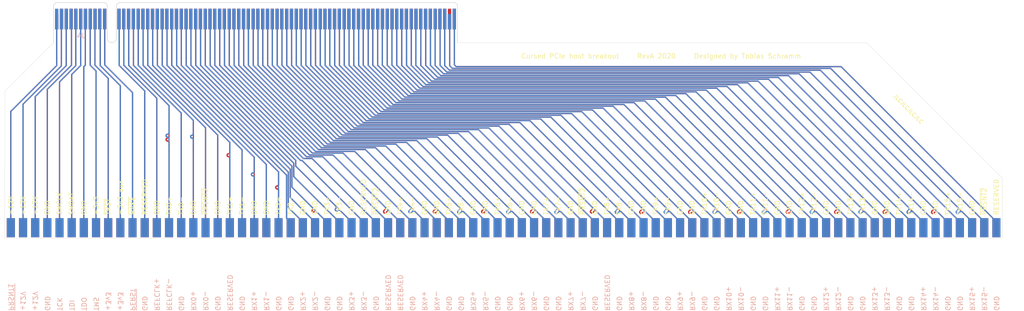
<source format=kicad_pcb>
(kicad_pcb (version 20171130) (host pcbnew 5.1.6)
  (layers (0 F.Cu signal) (31 B.Cu signal) (34 B.Paste user) (35 F.Paste user) (36 B.SilkS user) (37 F.SilkS user) (38 B.Mask user) (39 F.Mask user) (44 Edge.Cuts user))
  (net 0 "")
  (net 1 "Net-(J1-Pad1)")
  (net 2 "Net-(J1-Pad2)")
  (net 3 "Net-(J1-Pad3)")
  (net 4 "Net-(J1-Pad4)")
  (net 5 "Net-(J1-Pad5)")
  (net 6 "Net-(J1-Pad6)")
  (net 7 "Net-(J1-Pad7)")
  (net 8 "Net-(J1-Pad8)")
  (net 9 "Net-(J1-Pad9)")
  (net 10 "Net-(J1-Pad10)")
  (net 11 "Net-(J1-Pad11)")
  (net 12 "Net-(J1-Pad12)")
  (net 13 "Net-(J1-Pad13)")
  (net 14 "Net-(J1-Pad14)")
  (net 15 "Net-(J1-Pad15)")
  (net 16 "Net-(J1-Pad16)")
  (net 17 "Net-(J1-Pad17)")
  (net 18 "Net-(J1-Pad18)")
  (net 19 "Net-(J1-Pad19)")
  (net 20 "Net-(J1-Pad20)")
  (net 21 "Net-(J1-Pad21)")
  (net 22 "Net-(J1-Pad22)")
  (net 23 "Net-(J1-Pad23)")
  (net 24 "Net-(J1-Pad24)")
  (net 25 "Net-(J1-Pad25)")
  (net 26 "Net-(J1-Pad26)")
  (net 27 "Net-(J1-Pad27)")
  (net 28 "Net-(J1-Pad28)")
  (net 29 "Net-(J1-Pad29)")
  (net 30 "Net-(J1-Pad30)")
  (net 31 "Net-(J1-Pad31)")
  (net 32 "Net-(J1-Pad32)")
  (net 33 "Net-(J1-Pad33)")
  (net 34 "Net-(J1-Pad34)")
  (net 35 "Net-(J1-Pad35)")
  (net 36 "Net-(J1-Pad36)")
  (net 37 "Net-(J1-Pad37)")
  (net 38 "Net-(J1-Pad38)")
  (net 39 "Net-(J1-Pad39)")
  (net 40 "Net-(J1-Pad40)")
  (net 41 "Net-(J2-Pad1)")
  (net 42 "Net-(J2-Pad2)")
  (net 43 "Net-(J2-Pad3)")
  (net 44 "Net-(J2-Pad4)")
  (net 45 "Net-(J2-Pad5)")
  (net 46 "Net-(J2-Pad6)")
  (net 47 "Net-(J2-Pad7)")
  (net 48 "Net-(J2-Pad8)")
  (net 49 "Net-(J2-Pad9)")
  (net 50 "Net-(J2-Pad10)")
  (net 51 "Net-(J2-Pad11)")
  (net 52 "Net-(J2-Pad12)")
  (net 53 "Net-(J2-Pad13)")
  (net 54 "Net-(J2-Pad14)")
  (net 55 "Net-(J2-Pad15)")
  (net 56 "Net-(J2-Pad16)")
  (net 57 "Net-(J2-Pad17)")
  (net 58 "Net-(J2-Pad18)")
  (net 59 "Net-(J2-Pad19)")
  (net 60 "Net-(J2-Pad20)")
  (net 61 "Net-(J2-Pad21)")
  (net 62 "Net-(J2-Pad22)")
  (net 63 "Net-(J2-Pad23)")
  (net 64 "Net-(J2-Pad24)")
  (net 65 "Net-(J2-Pad25)")
  (net 66 "Net-(J2-Pad26)")
  (net 67 "Net-(J2-Pad27)")
  (net 68 "Net-(J2-Pad28)")
  (net 69 "Net-(J2-Pad29)")
  (net 70 "Net-(J2-Pad30)")
  (net 71 "Net-(J2-Pad31)")
  (net 72 "Net-(J2-Pad32)")
  (net 73 "Net-(J2-Pad33)")
  (net 74 "Net-(J2-Pad34)")
  (net 75 "Net-(J2-Pad35)")
  (net 76 "Net-(J2-Pad36)")
  (net 77 "Net-(J2-Pad37)")
  (net 78 "Net-(J2-Pad38)")
  (net 79 "Net-(J2-Pad39)")
  (net 80 "Net-(J2-Pad40)")
  (net 81 "Net-(J3-Pad1)")
  (net 82 "Net-(J3-Pad2)")
  (net 83 "Net-(J4-PadB82)")
  (net 84 "Net-(J4-PadB81)")
  (net 85 "Net-(J4-PadB80)")
  (net 86 "Net-(J4-PadB79)")
  (net 87 "Net-(J4-PadB78)")
  (net 88 "Net-(J4-PadB77)")
  (net 89 "Net-(J4-PadB76)")
  (net 90 "Net-(J4-PadB75)")
  (net 91 "Net-(J4-PadB74)")
  (net 92 "Net-(J4-PadB73)")
  (net 93 "Net-(J4-PadB72)")
  (net 94 "Net-(J4-PadB71)")
  (net 95 "Net-(J4-PadB70)")
  (net 96 "Net-(J4-PadB69)")
  (net 97 "Net-(J4-PadB68)")
  (net 98 "Net-(J4-PadB67)")
  (net 99 "Net-(J4-PadB66)")
  (net 100 "Net-(J4-PadB65)")
  (net 101 "Net-(J4-PadB64)")
  (net 102 "Net-(J4-PadB63)")
  (net 103 "Net-(J4-PadB62)")
  (net 104 "Net-(J4-PadB61)")
  (net 105 "Net-(J4-PadB60)")
  (net 106 "Net-(J4-PadB59)")
  (net 107 "Net-(J4-PadB58)")
  (net 108 "Net-(J4-PadB57)")
  (net 109 "Net-(J4-PadB56)")
  (net 110 "Net-(J4-PadB55)")
  (net 111 "Net-(J4-PadB54)")
  (net 112 "Net-(J4-PadB53)")
  (net 113 "Net-(J4-PadB52)")
  (net 114 "Net-(J4-PadB51)")
  (net 115 "Net-(J4-PadB50)")
  (net 116 "Net-(J4-PadB13)")
  (net 117 "Net-(J4-PadB12)")
  (net 118 "Net-(J4-PadB18)")
  (net 119 "Net-(J4-PadB17)")
  (net 120 "Net-(J4-PadB16)")
  (net 121 "Net-(J4-PadB15)")
  (net 122 "Net-(J4-PadB14)")
  (net 123 "Net-(J4-PadB11)")
  (net 124 "Net-(J4-PadB10)")
  (net 125 "Net-(J4-PadB9)")
  (net 126 "Net-(J4-PadB8)")
  (net 127 "Net-(J4-PadB7)")
  (net 128 "Net-(J4-PadB6)")
  (net 129 "Net-(J4-PadB5)")
  (net 130 "Net-(J4-PadB4)")
  (net 131 "Net-(J4-PadB3)")
  (net 132 "Net-(J4-PadB2)")
  (net 133 "Net-(J4-PadB1)")
  (net 134 "Net-(J4-PadB19)")
  (net 135 "Net-(J4-PadB20)")
  (net 136 "Net-(J4-PadB21)")
  (net 137 "Net-(J4-PadB22)")
  (net 138 "Net-(J4-PadB23)")
  (net 139 "Net-(J4-PadB24)")
  (net 140 "Net-(J4-PadB25)")
  (net 141 "Net-(J4-PadB26)")
  (net 142 "Net-(J4-PadB27)")
  (net 143 "Net-(J4-PadB28)")
  (net 144 "Net-(J4-PadB29)")
  (net 145 "Net-(J4-PadB30)")
  (net 146 "Net-(J4-PadB31)")
  (net 147 "Net-(J4-PadB32)")
  (net 148 "Net-(J4-PadB33)")
  (net 149 "Net-(J4-PadB34)")
  (net 150 "Net-(J4-PadB35)")
  (net 151 "Net-(J4-PadB36)")
  (net 152 "Net-(J4-PadB37)")
  (net 153 "Net-(J4-PadB38)")
  (net 154 "Net-(J4-PadB39)")
  (net 155 "Net-(J4-PadB40)")
  (net 156 "Net-(J4-PadB41)")
  (net 157 "Net-(J4-PadB42)")
  (net 158 "Net-(J4-PadB43)")
  (net 159 "Net-(J4-PadB44)")
  (net 160 "Net-(J4-PadB45)")
  (net 161 "Net-(J4-PadB46)")
  (net 162 "Net-(J4-PadB47)")
  (net 163 "Net-(J4-PadB48)")
  (net 164 "Net-(J4-PadB49)")
  (module Connector_PCBEdge:BUS_PCIexpress_x16 (layer B.Cu) (at 35.79 70.05)
    (fp_text reference J4 (at 5 3.5) (layer B.SilkS) (effects (justify mirror)))
    (fp_text value Connector_PCIe_x16)
    (fp_arc (start 11.5 4) (end 12.45 4) (angle 180) (layer Edge.Cuts) (width 0.1))
    (fp_line (start 10.55 4) (end 10.55 -2.95) (layer Edge.Cuts) (width 0.1))
    (fp_line (start 12.45 4) (end 12.45 -2.95) (layer Edge.Cuts) (width 0.1))
    (fp_line (start -0.65 4.95) (end -0.65 -2.95) (layer Edge.Cuts) (width 0.1))
    (fp_line (start -0.15 -3.45) (end 10.05 -3.45) (layer Edge.Cuts) (width 0.1))
    (fp_line (start 83.65 4.95) (end 83.65 -2.95) (layer Edge.Cuts) (width 0.1))
    (fp_line (start 12.95 -3.45) (end 83.15 -3.45) (layer Edge.Cuts) (width 0.1))
    (fp_line (start -0.65 -2.95) (end -0.15 -3.45) (layer Edge.Cuts) (width 0.1))
    (fp_line (start 10.55 -2.95) (end 10.05 -3.45) (layer Edge.Cuts) (width 0.1))
    (fp_line (start 12.45 -2.95) (end 12.95 -3.45) (layer Edge.Cuts) (width 0.1))
    (fp_line (start 83.65 -2.95) (end 83.15 -3.45) (layer Edge.Cuts) (width 0.1))
    (pad A82 connect rect (at 83 0) (size 0.7 4.3) (layers F.Cu F.Mask) (net 81 "Net-(J3-Pad1)"))
    (pad A81 connect rect (at 82 0) (size 0.7 4.3) (layers F.Cu F.Mask) (net 82 "Net-(J3-Pad2)"))
    (pad A80 connect rect (at 81 0) (size 0.7 4.3) (layers F.Cu F.Mask) (net 41 "Net-(J2-Pad1)"))
    (pad A79 connect rect (at 80 0) (size 0.7 4.3) (layers F.Cu F.Mask) (net 42 "Net-(J2-Pad2)"))
    (pad A78 connect rect (at 79 0) (size 0.7 4.3) (layers F.Cu F.Mask) (net 43 "Net-(J2-Pad3)"))
    (pad A77 connect rect (at 78 0) (size 0.7 4.3) (layers F.Cu F.Mask) (net 44 "Net-(J2-Pad4)"))
    (pad A76 connect rect (at 77 0) (size 0.7 4.3) (layers F.Cu F.Mask) (net 45 "Net-(J2-Pad5)"))
    (pad A75 connect rect (at 76 0) (size 0.7 4.3) (layers F.Cu F.Mask) (net 46 "Net-(J2-Pad6)"))
    (pad A74 connect rect (at 75 0) (size 0.7 4.3) (layers F.Cu F.Mask) (net 47 "Net-(J2-Pad7)"))
    (pad A73 connect rect (at 74 0) (size 0.7 4.3) (layers F.Cu F.Mask) (net 48 "Net-(J2-Pad8)"))
    (pad A72 connect rect (at 73 0) (size 0.7 4.3) (layers F.Cu F.Mask) (net 49 "Net-(J2-Pad9)"))
    (pad A71 connect rect (at 72 0) (size 0.7 4.3) (layers F.Cu F.Mask) (net 50 "Net-(J2-Pad10)"))
    (pad A70 connect rect (at 71 0) (size 0.7 4.3) (layers F.Cu F.Mask) (net 51 "Net-(J2-Pad11)"))
    (pad A69 connect rect (at 70 0) (size 0.7 4.3) (layers F.Cu F.Mask) (net 52 "Net-(J2-Pad12)"))
    (pad A68 connect rect (at 69 0) (size 0.7 4.3) (layers F.Cu F.Mask) (net 53 "Net-(J2-Pad13)"))
    (pad A67 connect rect (at 68 0) (size 0.7 4.3) (layers F.Cu F.Mask) (net 54 "Net-(J2-Pad14)"))
    (pad A66 connect rect (at 67 0) (size 0.7 4.3) (layers F.Cu F.Mask) (net 55 "Net-(J2-Pad15)"))
    (pad A65 connect rect (at 66 0) (size 0.7 4.3) (layers F.Cu F.Mask) (net 56 "Net-(J2-Pad16)"))
    (pad A64 connect rect (at 65 0) (size 0.7 4.3) (layers F.Cu F.Mask) (net 57 "Net-(J2-Pad17)"))
    (pad A63 connect rect (at 64 0) (size 0.7 4.3) (layers F.Cu F.Mask) (net 58 "Net-(J2-Pad18)"))
    (pad A62 connect rect (at 63 0) (size 0.7 4.3) (layers F.Cu F.Mask) (net 59 "Net-(J2-Pad19)"))
    (pad A61 connect rect (at 62 0) (size 0.7 4.3) (layers F.Cu F.Mask) (net 60 "Net-(J2-Pad20)"))
    (pad A60 connect rect (at 61 0) (size 0.7 4.3) (layers F.Cu F.Mask) (net 61 "Net-(J2-Pad21)"))
    (pad A59 connect rect (at 60 0) (size 0.7 4.3) (layers F.Cu F.Mask) (net 62 "Net-(J2-Pad22)"))
    (pad A58 connect rect (at 59 0) (size 0.7 4.3) (layers F.Cu F.Mask) (net 63 "Net-(J2-Pad23)"))
    (pad A57 connect rect (at 58 0) (size 0.7 4.3) (layers F.Cu F.Mask) (net 64 "Net-(J2-Pad24)"))
    (pad A56 connect rect (at 57 0) (size 0.7 4.3) (layers F.Cu F.Mask) (net 65 "Net-(J2-Pad25)"))
    (pad A55 connect rect (at 56 0) (size 0.7 4.3) (layers F.Cu F.Mask) (net 66 "Net-(J2-Pad26)"))
    (pad A54 connect rect (at 55 0) (size 0.7 4.3) (layers F.Cu F.Mask) (net 67 "Net-(J2-Pad27)"))
    (pad A53 connect rect (at 54 0) (size 0.7 4.3) (layers F.Cu F.Mask) (net 68 "Net-(J2-Pad28)"))
    (pad A52 connect rect (at 53 0) (size 0.7 4.3) (layers F.Cu F.Mask) (net 69 "Net-(J2-Pad29)"))
    (pad A51 connect rect (at 52 0) (size 0.7 4.3) (layers F.Cu F.Mask) (net 70 "Net-(J2-Pad30)"))
    (pad A50 connect rect (at 51 0) (size 0.7 4.3) (layers F.Cu F.Mask) (net 71 "Net-(J2-Pad31)"))
    (pad B82 connect rect (at 83 0) (size 0.7 4.3) (layers B.Cu B.Mask) (net 83 "Net-(J4-PadB82)"))
    (pad B81 connect rect (at 82 0.55) (size 0.7 3.2) (layers B.Cu B.Mask) (net 84 "Net-(J4-PadB81)"))
    (pad B80 connect rect (at 81 0) (size 0.7 4.3) (layers B.Cu B.Mask) (net 85 "Net-(J4-PadB80)"))
    (pad B79 connect rect (at 80 0) (size 0.7 4.3) (layers B.Cu B.Mask) (net 86 "Net-(J4-PadB79)"))
    (pad B78 connect rect (at 79 0) (size 0.7 4.3) (layers B.Cu B.Mask) (net 87 "Net-(J4-PadB78)"))
    (pad B77 connect rect (at 78 0) (size 0.7 4.3) (layers B.Cu B.Mask) (net 88 "Net-(J4-PadB77)"))
    (pad B76 connect rect (at 77 0) (size 0.7 4.3) (layers B.Cu B.Mask) (net 89 "Net-(J4-PadB76)"))
    (pad B75 connect rect (at 76 0) (size 0.7 4.3) (layers B.Cu B.Mask) (net 90 "Net-(J4-PadB75)"))
    (pad B74 connect rect (at 75 0) (size 0.7 4.3) (layers B.Cu B.Mask) (net 91 "Net-(J4-PadB74)"))
    (pad B73 connect rect (at 74 0) (size 0.7 4.3) (layers B.Cu B.Mask) (net 92 "Net-(J4-PadB73)"))
    (pad B72 connect rect (at 73 0) (size 0.7 4.3) (layers B.Cu B.Mask) (net 93 "Net-(J4-PadB72)"))
    (pad B71 connect rect (at 72 0) (size 0.7 4.3) (layers B.Cu B.Mask) (net 94 "Net-(J4-PadB71)"))
    (pad B70 connect rect (at 71 0) (size 0.7 4.3) (layers B.Cu B.Mask) (net 95 "Net-(J4-PadB70)"))
    (pad B69 connect rect (at 70 0) (size 0.7 4.3) (layers B.Cu B.Mask) (net 96 "Net-(J4-PadB69)"))
    (pad B68 connect rect (at 69 0) (size 0.7 4.3) (layers B.Cu B.Mask) (net 97 "Net-(J4-PadB68)"))
    (pad B67 connect rect (at 68 0) (size 0.7 4.3) (layers B.Cu B.Mask) (net 98 "Net-(J4-PadB67)"))
    (pad B66 connect rect (at 67 0) (size 0.7 4.3) (layers B.Cu B.Mask) (net 99 "Net-(J4-PadB66)"))
    (pad B65 connect rect (at 66 0) (size 0.7 4.3) (layers B.Cu B.Mask) (net 100 "Net-(J4-PadB65)"))
    (pad B64 connect rect (at 65 0) (size 0.7 4.3) (layers B.Cu B.Mask) (net 101 "Net-(J4-PadB64)"))
    (pad B63 connect rect (at 64 0) (size 0.7 4.3) (layers B.Cu B.Mask) (net 102 "Net-(J4-PadB63)"))
    (pad B62 connect rect (at 63 0) (size 0.7 4.3) (layers B.Cu B.Mask) (net 103 "Net-(J4-PadB62)"))
    (pad B61 connect rect (at 62 0) (size 0.7 4.3) (layers B.Cu B.Mask) (net 104 "Net-(J4-PadB61)"))
    (pad B60 connect rect (at 61 0) (size 0.7 4.3) (layers B.Cu B.Mask) (net 105 "Net-(J4-PadB60)"))
    (pad B59 connect rect (at 60 0) (size 0.7 4.3) (layers B.Cu B.Mask) (net 106 "Net-(J4-PadB59)"))
    (pad B58 connect rect (at 59 0) (size 0.7 4.3) (layers B.Cu B.Mask) (net 107 "Net-(J4-PadB58)"))
    (pad B57 connect rect (at 58 0) (size 0.7 4.3) (layers B.Cu B.Mask) (net 108 "Net-(J4-PadB57)"))
    (pad B56 connect rect (at 57 0) (size 0.7 4.3) (layers B.Cu B.Mask) (net 109 "Net-(J4-PadB56)"))
    (pad B55 connect rect (at 56 0) (size 0.7 4.3) (layers B.Cu B.Mask) (net 110 "Net-(J4-PadB55)"))
    (pad B54 connect rect (at 55 0) (size 0.7 4.3) (layers B.Cu B.Mask) (net 111 "Net-(J4-PadB54)"))
    (pad B53 connect rect (at 54 0) (size 0.7 4.3) (layers B.Cu B.Mask) (net 112 "Net-(J4-PadB53)"))
    (pad B52 connect rect (at 53 0) (size 0.7 4.3) (layers B.Cu B.Mask) (net 113 "Net-(J4-PadB52)"))
    (pad B51 connect rect (at 52 0) (size 0.7 4.3) (layers B.Cu B.Mask) (net 114 "Net-(J4-PadB51)"))
    (pad B50 connect rect (at 51 0) (size 0.7 4.3) (layers B.Cu B.Mask) (net 115 "Net-(J4-PadB50)"))
    (pad A49 connect rect (at 50 0) (size 0.7 4.3) (layers F.Cu F.Mask) (net 72 "Net-(J2-Pad32)"))
    (pad A48 connect rect (at 49 0) (size 0.7 4.3) (layers F.Cu F.Mask) (net 73 "Net-(J2-Pad33)"))
    (pad A47 connect rect (at 48 0) (size 0.7 4.3) (layers F.Cu F.Mask) (net 74 "Net-(J2-Pad34)"))
    (pad A46 connect rect (at 47 0) (size 0.7 4.3) (layers F.Cu F.Mask) (net 75 "Net-(J2-Pad35)"))
    (pad A45 connect rect (at 46 0) (size 0.7 4.3) (layers F.Cu F.Mask) (net 76 "Net-(J2-Pad36)"))
    (pad A44 connect rect (at 45 0) (size 0.7 4.3) (layers F.Cu F.Mask) (net 77 "Net-(J2-Pad37)"))
    (pad A43 connect rect (at 44 0) (size 0.7 4.3) (layers F.Cu F.Mask) (net 78 "Net-(J2-Pad38)"))
    (pad A42 connect rect (at 43 0) (size 0.7 4.3) (layers F.Cu F.Mask) (net 79 "Net-(J2-Pad39)"))
    (pad A13 connect rect (at 14 0) (size 0.7 4.3) (layers F.Cu F.Mask) (net 28 "Net-(J1-Pad28)"))
    (pad A12 connect rect (at 13 0) (size 0.7 4.3) (layers F.Cu F.Mask) (net 29 "Net-(J1-Pad29)"))
    (pad A18 connect rect (at 19 0) (size 0.7 4.3) (layers F.Cu F.Mask) (net 23 "Net-(J1-Pad23)"))
    (pad A17 connect rect (at 18 0) (size 0.7 4.3) (layers F.Cu F.Mask) (net 24 "Net-(J1-Pad24)"))
    (pad A16 connect rect (at 17 0) (size 0.7 4.3) (layers F.Cu F.Mask) (net 25 "Net-(J1-Pad25)"))
    (pad A15 connect rect (at 16 0) (size 0.7 4.3) (layers F.Cu F.Mask) (net 26 "Net-(J1-Pad26)"))
    (pad A14 connect rect (at 15 0) (size 0.7 4.3) (layers F.Cu F.Mask) (net 27 "Net-(J1-Pad27)"))
    (pad A11 connect rect (at 10 0) (size 0.7 4.3) (layers F.Cu F.Mask) (net 30 "Net-(J1-Pad30)"))
    (pad A10 connect rect (at 9 0) (size 0.7 4.3) (layers F.Cu F.Mask) (net 31 "Net-(J1-Pad31)"))
    (pad A9 connect rect (at 8 0) (size 0.7 4.3) (layers F.Cu F.Mask) (net 32 "Net-(J1-Pad32)"))
    (pad A8 connect rect (at 7 0) (size 0.7 4.3) (layers F.Cu F.Mask) (net 33 "Net-(J1-Pad33)"))
    (pad A7 connect rect (at 6 0) (size 0.7 4.3) (layers F.Cu F.Mask) (net 34 "Net-(J1-Pad34)"))
    (pad A6 connect rect (at 5 0) (size 0.7 4.3) (layers F.Cu F.Mask) (net 35 "Net-(J1-Pad35)"))
    (pad A5 connect rect (at 4 0) (size 0.7 4.3) (layers F.Cu F.Mask) (net 36 "Net-(J1-Pad36)"))
    (pad A4 connect rect (at 3 0) (size 0.7 4.3) (layers F.Cu F.Mask) (net 37 "Net-(J1-Pad37)"))
    (pad A3 connect rect (at 2 0) (size 0.7 4.3) (layers F.Cu F.Mask) (net 38 "Net-(J1-Pad38)"))
    (pad A2 connect rect (at 1 0) (size 0.7 4.3) (layers F.Cu F.Mask) (net 39 "Net-(J1-Pad39)"))
    (pad A1 connect rect (at 0 0.55) (size 0.7 3.2) (layers F.Cu F.Mask) (net 40 "Net-(J1-Pad40)"))
    (pad B13 connect rect (at 14 0) (size 0.7 4.3) (layers B.Cu B.Mask) (net 116 "Net-(J4-PadB13)"))
    (pad B12 connect rect (at 13 0) (size 0.7 4.3) (layers B.Cu B.Mask) (net 117 "Net-(J4-PadB12)"))
    (pad B18 connect rect (at 19 0) (size 0.7 4.3) (layers B.Cu B.Mask) (net 118 "Net-(J4-PadB18)"))
    (pad B17 connect rect (at 18 0) (size 0.7 4.3) (layers B.Cu B.Mask) (net 119 "Net-(J4-PadB17)"))
    (pad B16 connect rect (at 17 0) (size 0.7 4.3) (layers B.Cu B.Mask) (net 120 "Net-(J4-PadB16)"))
    (pad B15 connect rect (at 16 0) (size 0.7 4.3) (layers B.Cu B.Mask) (net 121 "Net-(J4-PadB15)"))
    (pad B14 connect rect (at 15 0) (size 0.7 4.3) (layers B.Cu B.Mask) (net 122 "Net-(J4-PadB14)"))
    (pad B11 connect rect (at 10 0) (size 0.7 4.3) (layers B.Cu B.Mask) (net 123 "Net-(J4-PadB11)"))
    (pad B10 connect rect (at 9 0) (size 0.7 4.3) (layers B.Cu B.Mask) (net 124 "Net-(J4-PadB10)"))
    (pad B9 connect rect (at 8 0) (size 0.7 4.3) (layers B.Cu B.Mask) (net 125 "Net-(J4-PadB9)"))
    (pad B8 connect rect (at 7 0) (size 0.7 4.3) (layers B.Cu B.Mask) (net 126 "Net-(J4-PadB8)"))
    (pad B7 connect rect (at 6 0) (size 0.7 4.3) (layers B.Cu B.Mask) (net 127 "Net-(J4-PadB7)"))
    (pad B6 connect rect (at 5 0) (size 0.7 4.3) (layers B.Cu B.Mask) (net 128 "Net-(J4-PadB6)"))
    (pad B5 connect rect (at 4 0) (size 0.7 4.3) (layers B.Cu B.Mask) (net 129 "Net-(J4-PadB5)"))
    (pad B4 connect rect (at 3 0) (size 0.7 4.3) (layers B.Cu B.Mask) (net 130 "Net-(J4-PadB4)"))
    (pad B3 connect rect (at 2 0) (size 0.7 4.3) (layers B.Cu B.Mask) (net 131 "Net-(J4-PadB3)"))
    (pad B2 connect rect (at 1 0) (size 0.7 4.3) (layers B.Cu B.Mask) (net 132 "Net-(J4-PadB2)"))
    (pad B1 connect rect (at 0 0) (size 0.7 4.3) (layers B.Cu B.Mask) (net 133 "Net-(J4-PadB1)"))
    (pad B19 connect rect (at 20 0) (size 0.7 4.3) (layers B.Cu B.Mask) (net 134 "Net-(J4-PadB19)"))
    (pad B20 connect rect (at 21 0) (size 0.7 4.3) (layers B.Cu B.Mask) (net 135 "Net-(J4-PadB20)"))
    (pad B21 connect rect (at 22 0) (size 0.7 4.3) (layers B.Cu B.Mask) (net 136 "Net-(J4-PadB21)"))
    (pad B22 connect rect (at 23 0) (size 0.7 4.3) (layers B.Cu B.Mask) (net 137 "Net-(J4-PadB22)"))
    (pad B23 connect rect (at 24 0) (size 0.7 4.3) (layers B.Cu B.Mask) (net 138 "Net-(J4-PadB23)"))
    (pad B24 connect rect (at 25 0) (size 0.7 4.3) (layers B.Cu B.Mask) (net 139 "Net-(J4-PadB24)"))
    (pad B25 connect rect (at 26 0) (size 0.7 4.3) (layers B.Cu B.Mask) (net 140 "Net-(J4-PadB25)"))
    (pad B26 connect rect (at 27 0) (size 0.7 4.3) (layers B.Cu B.Mask) (net 141 "Net-(J4-PadB26)"))
    (pad B27 connect rect (at 28 0) (size 0.7 4.3) (layers B.Cu B.Mask) (net 142 "Net-(J4-PadB27)"))
    (pad B28 connect rect (at 29 0) (size 0.7 4.3) (layers B.Cu B.Mask) (net 143 "Net-(J4-PadB28)"))
    (pad B29 connect rect (at 30 0) (size 0.7 4.3) (layers B.Cu B.Mask) (net 144 "Net-(J4-PadB29)"))
    (pad B30 connect rect (at 31 0) (size 0.7 4.3) (layers B.Cu B.Mask) (net 145 "Net-(J4-PadB30)"))
    (pad B31 connect rect (at 32 0) (size 0.7 4.3) (layers B.Cu B.Mask) (net 146 "Net-(J4-PadB31)"))
    (pad B32 connect rect (at 33 0) (size 0.7 4.3) (layers B.Cu B.Mask) (net 147 "Net-(J4-PadB32)"))
    (pad A19 connect rect (at 20 0) (size 0.7 4.3) (layers F.Cu F.Mask) (net 22 "Net-(J1-Pad22)"))
    (pad A20 connect rect (at 21 0) (size 0.7 4.3) (layers F.Cu F.Mask) (net 21 "Net-(J1-Pad21)"))
    (pad A21 connect rect (at 22 0) (size 0.7 4.3) (layers F.Cu F.Mask) (net 20 "Net-(J1-Pad20)"))
    (pad A22 connect rect (at 23 0) (size 0.7 4.3) (layers F.Cu F.Mask) (net 19 "Net-(J1-Pad19)"))
    (pad A23 connect rect (at 24 0) (size 0.7 4.3) (layers F.Cu F.Mask) (net 18 "Net-(J1-Pad18)"))
    (pad A24 connect rect (at 25 0) (size 0.7 4.3) (layers F.Cu F.Mask) (net 17 "Net-(J1-Pad17)"))
    (pad A25 connect rect (at 26 0) (size 0.7 4.3) (layers F.Cu F.Mask) (net 16 "Net-(J1-Pad16)"))
    (pad A26 connect rect (at 27 0) (size 0.7 4.3) (layers F.Cu F.Mask) (net 15 "Net-(J1-Pad15)"))
    (pad A27 connect rect (at 28 0) (size 0.7 4.3) (layers F.Cu F.Mask) (net 14 "Net-(J1-Pad14)"))
    (pad A28 connect rect (at 29 0) (size 0.7 4.3) (layers F.Cu F.Mask) (net 13 "Net-(J1-Pad13)"))
    (pad A29 connect rect (at 30 0) (size 0.7 4.3) (layers F.Cu F.Mask) (net 12 "Net-(J1-Pad12)"))
    (pad A30 connect rect (at 31 0) (size 0.7 4.3) (layers F.Cu F.Mask) (net 11 "Net-(J1-Pad11)"))
    (pad A31 connect rect (at 32 0) (size 0.7 4.3) (layers F.Cu F.Mask) (net 10 "Net-(J1-Pad10)"))
    (pad A32 connect rect (at 33 0) (size 0.7 4.3) (layers F.Cu F.Mask) (net 9 "Net-(J1-Pad9)"))
    (pad B33 connect rect (at 34 0) (size 0.7 4.3) (layers B.Cu B.Mask) (net 148 "Net-(J4-PadB33)"))
    (pad B34 connect rect (at 35 0) (size 0.7 4.3) (layers B.Cu B.Mask) (net 149 "Net-(J4-PadB34)"))
    (pad B35 connect rect (at 36 0) (size 0.7 4.3) (layers B.Cu B.Mask) (net 150 "Net-(J4-PadB35)"))
    (pad B36 connect rect (at 37 0) (size 0.7 4.3) (layers B.Cu B.Mask) (net 151 "Net-(J4-PadB36)"))
    (pad B37 connect rect (at 38 0) (size 0.7 4.3) (layers B.Cu B.Mask) (net 152 "Net-(J4-PadB37)"))
    (pad B38 connect rect (at 39 0) (size 0.7 4.3) (layers B.Cu B.Mask) (net 153 "Net-(J4-PadB38)"))
    (pad B39 connect rect (at 40 0) (size 0.7 4.3) (layers B.Cu B.Mask) (net 154 "Net-(J4-PadB39)"))
    (pad B40 connect rect (at 41 0) (size 0.7 4.3) (layers B.Cu B.Mask) (net 155 "Net-(J4-PadB40)"))
    (pad B41 connect rect (at 42 0) (size 0.7 4.3) (layers B.Cu B.Mask) (net 156 "Net-(J4-PadB41)"))
    (pad B42 connect rect (at 43 0) (size 0.7 4.3) (layers B.Cu B.Mask) (net 157 "Net-(J4-PadB42)"))
    (pad B43 connect rect (at 44 0) (size 0.7 4.3) (layers B.Cu B.Mask) (net 158 "Net-(J4-PadB43)"))
    (pad B44 connect rect (at 45 0) (size 0.7 4.3) (layers B.Cu B.Mask) (net 159 "Net-(J4-PadB44)"))
    (pad B45 connect rect (at 46 0) (size 0.7 4.3) (layers B.Cu B.Mask) (net 160 "Net-(J4-PadB45)"))
    (pad B46 connect rect (at 47 0) (size 0.7 4.3) (layers B.Cu B.Mask) (net 161 "Net-(J4-PadB46)"))
    (pad B47 connect rect (at 48 0) (size 0.7 4.3) (layers B.Cu B.Mask) (net 162 "Net-(J4-PadB47)"))
    (pad B48 connect rect (at 49 0) (size 0.7 4.3) (layers B.Cu B.Mask) (net 163 "Net-(J4-PadB48)"))
    (pad B49 connect rect (at 50 0) (size 0.7 4.3) (layers B.Cu B.Mask) (net 164 "Net-(J4-PadB49)"))
    (pad A33 connect rect (at 34 0) (size 0.7 4.3) (layers F.Cu F.Mask) (net 8 "Net-(J1-Pad8)"))
    (pad A34 connect rect (at 35 0) (size 0.7 4.3) (layers F.Cu F.Mask) (net 7 "Net-(J1-Pad7)"))
    (pad A35 connect rect (at 36 0) (size 0.7 4.3) (layers F.Cu F.Mask) (net 6 "Net-(J1-Pad6)"))
    (pad A36 connect rect (at 37 0) (size 0.7 4.3) (layers F.Cu F.Mask) (net 5 "Net-(J1-Pad5)"))
    (pad A37 connect rect (at 38 0) (size 0.7 4.3) (layers F.Cu F.Mask) (net 4 "Net-(J1-Pad4)"))
    (pad A38 connect rect (at 39 0) (size 0.7 4.3) (layers F.Cu F.Mask) (net 3 "Net-(J1-Pad3)"))
    (pad A39 connect rect (at 40 0) (size 0.7 4.3) (layers F.Cu F.Mask) (net 2 "Net-(J1-Pad2)"))
    (pad A40 connect rect (at 41 0) (size 0.7 4.3) (layers F.Cu F.Mask) (net 1 "Net-(J1-Pad1)"))
    (pad A41 connect rect (at 42 0) (size 0.7 4.3) (layers F.Cu F.Mask) (net 80 "Net-(J2-Pad40)"))
  )
  (module Connector_PinHeader_EdgeLaunch_2.54mm:Connector_PinHeader_EdgeLaunch_2,54mm_01x40 (layer B.Cu) (at 127.815 113.68)
    (fp_text reference J6 hide)
    (fp_text value Conn_01x40_Male)
    (pad 1 smd rect (at 0 0) (size 1.7 4) (layers B.Cu B.Paste B.Mask) (net 156 "Net-(J4-PadB41)"))
    (pad 2 smd rect (at 2.54 0) (size 1.7 4) (layers B.Cu B.Paste B.Mask) (net 157 "Net-(J4-PadB42)"))
    (pad 3 smd rect (at 5.08 0) (size 1.7 4) (layers B.Cu B.Paste B.Mask) (net 158 "Net-(J4-PadB43)"))
    (pad 4 smd rect (at 7.62 0) (size 1.7 4) (layers B.Cu B.Paste B.Mask) (net 159 "Net-(J4-PadB44)"))
    (pad 5 smd rect (at 10.16 0) (size 1.7 4) (layers B.Cu B.Paste B.Mask) (net 160 "Net-(J4-PadB45)"))
    (pad 6 smd rect (at 12.7 0) (size 1.7 4) (layers B.Cu B.Paste B.Mask) (net 161 "Net-(J4-PadB46)"))
    (pad 7 smd rect (at 15.24 0) (size 1.7 4) (layers B.Cu B.Paste B.Mask) (net 162 "Net-(J4-PadB47)"))
    (pad 8 smd rect (at 17.78 0) (size 1.7 4) (layers B.Cu B.Paste B.Mask) (net 163 "Net-(J4-PadB48)"))
    (pad 9 smd rect (at 20.32 0) (size 1.7 4) (layers B.Cu B.Paste B.Mask) (net 164 "Net-(J4-PadB49)"))
    (pad 10 smd rect (at 22.86 0) (size 1.7 4) (layers B.Cu B.Paste B.Mask) (net 115 "Net-(J4-PadB50)"))
    (pad 11 smd rect (at 25.4 0) (size 1.7 4) (layers B.Cu B.Paste B.Mask) (net 114 "Net-(J4-PadB51)"))
    (pad 12 smd rect (at 27.94 0) (size 1.7 4) (layers B.Cu B.Paste B.Mask) (net 113 "Net-(J4-PadB52)"))
    (pad 13 smd rect (at 30.48 0) (size 1.7 4) (layers B.Cu B.Paste B.Mask) (net 112 "Net-(J4-PadB53)"))
    (pad 14 smd rect (at 33.02 0) (size 1.7 4) (layers B.Cu B.Paste B.Mask) (net 111 "Net-(J4-PadB54)"))
    (pad 15 smd rect (at 35.56 0) (size 1.7 4) (layers B.Cu B.Paste B.Mask) (net 110 "Net-(J4-PadB55)"))
    (pad 16 smd rect (at 38.1 0) (size 1.7 4) (layers B.Cu B.Paste B.Mask) (net 109 "Net-(J4-PadB56)"))
    (pad 17 smd rect (at 40.64 0) (size 1.7 4) (layers B.Cu B.Paste B.Mask) (net 108 "Net-(J4-PadB57)"))
    (pad 18 smd rect (at 43.18 0) (size 1.7 4) (layers B.Cu B.Paste B.Mask) (net 107 "Net-(J4-PadB58)"))
    (pad 19 smd rect (at 45.72 0) (size 1.7 4) (layers B.Cu B.Paste B.Mask) (net 106 "Net-(J4-PadB59)"))
    (pad 20 smd rect (at 48.26 0) (size 1.7 4) (layers B.Cu B.Paste B.Mask) (net 105 "Net-(J4-PadB60)"))
    (pad 21 smd rect (at 50.8 0) (size 1.7 4) (layers B.Cu B.Paste B.Mask) (net 104 "Net-(J4-PadB61)"))
    (pad 22 smd rect (at 53.34 0) (size 1.7 4) (layers B.Cu B.Paste B.Mask) (net 103 "Net-(J4-PadB62)"))
    (pad 23 smd rect (at 55.88 0) (size 1.7 4) (layers B.Cu B.Paste B.Mask) (net 102 "Net-(J4-PadB63)"))
    (pad 24 smd rect (at 58.42 0) (size 1.7 4) (layers B.Cu B.Paste B.Mask) (net 101 "Net-(J4-PadB64)"))
    (pad 25 smd rect (at 60.96 0) (size 1.7 4) (layers B.Cu B.Paste B.Mask) (net 100 "Net-(J4-PadB65)"))
    (pad 26 smd rect (at 63.5 0) (size 1.7 4) (layers B.Cu B.Paste B.Mask) (net 99 "Net-(J4-PadB66)"))
    (pad 27 smd rect (at 66.04 0) (size 1.7 4) (layers B.Cu B.Paste B.Mask) (net 98 "Net-(J4-PadB67)"))
    (pad 28 smd rect (at 68.58 0) (size 1.7 4) (layers B.Cu B.Paste B.Mask) (net 97 "Net-(J4-PadB68)"))
    (pad 29 smd rect (at 71.12 0) (size 1.7 4) (layers B.Cu B.Paste B.Mask) (net 96 "Net-(J4-PadB69)"))
    (pad 30 smd rect (at 73.66 0) (size 1.7 4) (layers B.Cu B.Paste B.Mask) (net 95 "Net-(J4-PadB70)"))
    (pad 31 smd rect (at 76.2 0) (size 1.7 4) (layers B.Cu B.Paste B.Mask) (net 94 "Net-(J4-PadB71)"))
    (pad 32 smd rect (at 78.74 0) (size 1.7 4) (layers B.Cu B.Paste B.Mask) (net 93 "Net-(J4-PadB72)"))
    (pad 33 smd rect (at 81.28 0) (size 1.7 4) (layers B.Cu B.Paste B.Mask) (net 92 "Net-(J4-PadB73)"))
    (pad 34 smd rect (at 83.82 0) (size 1.7 4) (layers B.Cu B.Paste B.Mask) (net 91 "Net-(J4-PadB74)"))
    (pad 35 smd rect (at 86.36 0) (size 1.7 4) (layers B.Cu B.Paste B.Mask) (net 90 "Net-(J4-PadB75)"))
    (pad 36 smd rect (at 88.9 0) (size 1.7 4) (layers B.Cu B.Paste B.Mask) (net 89 "Net-(J4-PadB76)"))
    (pad 37 smd rect (at 91.44 0) (size 1.7 4) (layers B.Cu B.Paste B.Mask) (net 88 "Net-(J4-PadB77)"))
    (pad 38 smd rect (at 93.98 0) (size 1.7 4) (layers B.Cu B.Paste B.Mask) (net 87 "Net-(J4-PadB78)"))
    (pad 39 smd rect (at 96.52 0) (size 1.7 4) (layers B.Cu B.Paste B.Mask) (net 86 "Net-(J4-PadB79)"))
    (pad 40 smd rect (at 99.06 0) (size 1.7 4) (layers B.Cu B.Paste B.Mask) (net 85 "Net-(J4-PadB80)"))
  )
  (module Connector_PinHeader_EdgeLaunch_2.54mm:Connector_PinHeader_EdgeLaunch_2,54mm_01x02 (layer F.Cu) (at 231.955 113.68 180)
    (fp_text reference J3 hide)
    (fp_text value Conn_01x02_Male)
    (pad 1 smd rect (at 0 0 180) (size 1.7 4) (layers F.Cu F.Paste F.Mask) (net 81 "Net-(J3-Pad1)"))
    (pad 2 smd rect (at 2.54 0 180) (size 1.7 4) (layers F.Cu F.Paste F.Mask) (net 82 "Net-(J3-Pad2)"))
  )
  (module Connector_PinHeader_EdgeLaunch_2.54mm:Connector_PinHeader_EdgeLaunch_2,54mm_01x40 (layer B.Cu) (at 26.215 113.68)
    (fp_text reference J5 hide)
    (fp_text value Conn_01x40_Male)
    (pad 1 smd rect (at 0 0) (size 1.7 4) (layers B.Cu B.Paste B.Mask) (net 133 "Net-(J4-PadB1)"))
    (pad 2 smd rect (at 2.54 0) (size 1.7 4) (layers B.Cu B.Paste B.Mask) (net 132 "Net-(J4-PadB2)"))
    (pad 3 smd rect (at 5.08 0) (size 1.7 4) (layers B.Cu B.Paste B.Mask) (net 131 "Net-(J4-PadB3)"))
    (pad 4 smd rect (at 7.62 0) (size 1.7 4) (layers B.Cu B.Paste B.Mask) (net 130 "Net-(J4-PadB4)"))
    (pad 5 smd rect (at 10.16 0) (size 1.7 4) (layers B.Cu B.Paste B.Mask) (net 129 "Net-(J4-PadB5)"))
    (pad 6 smd rect (at 12.7 0) (size 1.7 4) (layers B.Cu B.Paste B.Mask) (net 128 "Net-(J4-PadB6)"))
    (pad 7 smd rect (at 15.24 0) (size 1.7 4) (layers B.Cu B.Paste B.Mask) (net 127 "Net-(J4-PadB7)"))
    (pad 8 smd rect (at 17.78 0) (size 1.7 4) (layers B.Cu B.Paste B.Mask) (net 126 "Net-(J4-PadB8)"))
    (pad 9 smd rect (at 20.32 0) (size 1.7 4) (layers B.Cu B.Paste B.Mask) (net 125 "Net-(J4-PadB9)"))
    (pad 10 smd rect (at 22.86 0) (size 1.7 4) (layers B.Cu B.Paste B.Mask) (net 124 "Net-(J4-PadB10)"))
    (pad 11 smd rect (at 25.4 0) (size 1.7 4) (layers B.Cu B.Paste B.Mask) (net 123 "Net-(J4-PadB11)"))
    (pad 12 smd rect (at 27.94 0) (size 1.7 4) (layers B.Cu B.Paste B.Mask) (net 117 "Net-(J4-PadB12)"))
    (pad 13 smd rect (at 30.48 0) (size 1.7 4) (layers B.Cu B.Paste B.Mask) (net 116 "Net-(J4-PadB13)"))
    (pad 14 smd rect (at 33.02 0) (size 1.7 4) (layers B.Cu B.Paste B.Mask) (net 122 "Net-(J4-PadB14)"))
    (pad 15 smd rect (at 35.56 0) (size 1.7 4) (layers B.Cu B.Paste B.Mask) (net 121 "Net-(J4-PadB15)"))
    (pad 16 smd rect (at 38.1 0) (size 1.7 4) (layers B.Cu B.Paste B.Mask) (net 120 "Net-(J4-PadB16)"))
    (pad 17 smd rect (at 40.64 0) (size 1.7 4) (layers B.Cu B.Paste B.Mask) (net 119 "Net-(J4-PadB17)"))
    (pad 18 smd rect (at 43.18 0) (size 1.7 4) (layers B.Cu B.Paste B.Mask) (net 118 "Net-(J4-PadB18)"))
    (pad 19 smd rect (at 45.72 0) (size 1.7 4) (layers B.Cu B.Paste B.Mask) (net 134 "Net-(J4-PadB19)"))
    (pad 20 smd rect (at 48.26 0) (size 1.7 4) (layers B.Cu B.Paste B.Mask) (net 135 "Net-(J4-PadB20)"))
    (pad 21 smd rect (at 50.8 0) (size 1.7 4) (layers B.Cu B.Paste B.Mask) (net 136 "Net-(J4-PadB21)"))
    (pad 22 smd rect (at 53.34 0) (size 1.7 4) (layers B.Cu B.Paste B.Mask) (net 137 "Net-(J4-PadB22)"))
    (pad 23 smd rect (at 55.88 0) (size 1.7 4) (layers B.Cu B.Paste B.Mask) (net 138 "Net-(J4-PadB23)"))
    (pad 24 smd rect (at 58.42 0) (size 1.7 4) (layers B.Cu B.Paste B.Mask) (net 139 "Net-(J4-PadB24)"))
    (pad 25 smd rect (at 60.96 0) (size 1.7 4) (layers B.Cu B.Paste B.Mask) (net 140 "Net-(J4-PadB25)"))
    (pad 26 smd rect (at 63.5 0) (size 1.7 4) (layers B.Cu B.Paste B.Mask) (net 141 "Net-(J4-PadB26)"))
    (pad 27 smd rect (at 66.04 0) (size 1.7 4) (layers B.Cu B.Paste B.Mask) (net 142 "Net-(J4-PadB27)"))
    (pad 28 smd rect (at 68.58 0) (size 1.7 4) (layers B.Cu B.Paste B.Mask) (net 143 "Net-(J4-PadB28)"))
    (pad 29 smd rect (at 71.12 0) (size 1.7 4) (layers B.Cu B.Paste B.Mask) (net 144 "Net-(J4-PadB29)"))
    (pad 30 smd rect (at 73.66 0) (size 1.7 4) (layers B.Cu B.Paste B.Mask) (net 145 "Net-(J4-PadB30)"))
    (pad 31 smd rect (at 76.2 0) (size 1.7 4) (layers B.Cu B.Paste B.Mask) (net 146 "Net-(J4-PadB31)"))
    (pad 32 smd rect (at 78.74 0) (size 1.7 4) (layers B.Cu B.Paste B.Mask) (net 147 "Net-(J4-PadB32)"))
    (pad 33 smd rect (at 81.28 0) (size 1.7 4) (layers B.Cu B.Paste B.Mask) (net 148 "Net-(J4-PadB33)"))
    (pad 34 smd rect (at 83.82 0) (size 1.7 4) (layers B.Cu B.Paste B.Mask) (net 149 "Net-(J4-PadB34)"))
    (pad 35 smd rect (at 86.36 0) (size 1.7 4) (layers B.Cu B.Paste B.Mask) (net 150 "Net-(J4-PadB35)"))
    (pad 36 smd rect (at 88.9 0) (size 1.7 4) (layers B.Cu B.Paste B.Mask) (net 151 "Net-(J4-PadB36)"))
    (pad 37 smd rect (at 91.44 0) (size 1.7 4) (layers B.Cu B.Paste B.Mask) (net 152 "Net-(J4-PadB37)"))
    (pad 38 smd rect (at 93.98 0) (size 1.7 4) (layers B.Cu B.Paste B.Mask) (net 153 "Net-(J4-PadB38)"))
    (pad 39 smd rect (at 96.52 0) (size 1.7 4) (layers B.Cu B.Paste B.Mask) (net 154 "Net-(J4-PadB39)"))
    (pad 40 smd rect (at 99.06 0) (size 1.7 4) (layers B.Cu B.Paste B.Mask) (net 155 "Net-(J4-PadB40)"))
  )
  (module Connector_PinHeader_EdgeLaunch_2.54mm:Connector_PinHeader_EdgeLaunch_2,54mm_01x02 (layer B.Cu) (at 229.415 113.68)
    (fp_text reference J7 hide)
    (fp_text value Conn_01x02_Male)
    (pad 1 smd rect (at 0 0) (size 1.7 4) (layers B.Cu B.Paste B.Mask) (net 84 "Net-(J4-PadB81)"))
    (pad 2 smd rect (at 2.54 0) (size 1.7 4) (layers B.Cu B.Paste B.Mask) (net 83 "Net-(J4-PadB82)"))
  )
  (module Connector_PinHeader_EdgeLaunch_2.54mm:Connector_PinHeader_EdgeLaunch_2,54mm_01x40 (layer F.Cu) (at 125.275 113.68 180)
    (fp_text reference J1 hide)
    (fp_text value Conn_01x40_Male)
    (pad 1 smd rect (at 0 0 180) (size 1.7 4) (layers F.Cu F.Paste F.Mask) (net 1 "Net-(J1-Pad1)"))
    (pad 2 smd rect (at 2.54 0 180) (size 1.7 4) (layers F.Cu F.Paste F.Mask) (net 2 "Net-(J1-Pad2)"))
    (pad 3 smd rect (at 5.08 0 180) (size 1.7 4) (layers F.Cu F.Paste F.Mask) (net 3 "Net-(J1-Pad3)"))
    (pad 4 smd rect (at 7.62 0 180) (size 1.7 4) (layers F.Cu F.Paste F.Mask) (net 4 "Net-(J1-Pad4)"))
    (pad 5 smd rect (at 10.16 0 180) (size 1.7 4) (layers F.Cu F.Paste F.Mask) (net 5 "Net-(J1-Pad5)"))
    (pad 6 smd rect (at 12.7 0 180) (size 1.7 4) (layers F.Cu F.Paste F.Mask) (net 6 "Net-(J1-Pad6)"))
    (pad 7 smd rect (at 15.24 0 180) (size 1.7 4) (layers F.Cu F.Paste F.Mask) (net 7 "Net-(J1-Pad7)"))
    (pad 8 smd rect (at 17.78 0 180) (size 1.7 4) (layers F.Cu F.Paste F.Mask) (net 8 "Net-(J1-Pad8)"))
    (pad 9 smd rect (at 20.32 0 180) (size 1.7 4) (layers F.Cu F.Paste F.Mask) (net 9 "Net-(J1-Pad9)"))
    (pad 10 smd rect (at 22.86 0 180) (size 1.7 4) (layers F.Cu F.Paste F.Mask) (net 10 "Net-(J1-Pad10)"))
    (pad 11 smd rect (at 25.4 0 180) (size 1.7 4) (layers F.Cu F.Paste F.Mask) (net 11 "Net-(J1-Pad11)"))
    (pad 12 smd rect (at 27.94 0 180) (size 1.7 4) (layers F.Cu F.Paste F.Mask) (net 12 "Net-(J1-Pad12)"))
    (pad 13 smd rect (at 30.48 0 180) (size 1.7 4) (layers F.Cu F.Paste F.Mask) (net 13 "Net-(J1-Pad13)"))
    (pad 14 smd rect (at 33.02 0 180) (size 1.7 4) (layers F.Cu F.Paste F.Mask) (net 14 "Net-(J1-Pad14)"))
    (pad 15 smd rect (at 35.56 0 180) (size 1.7 4) (layers F.Cu F.Paste F.Mask) (net 15 "Net-(J1-Pad15)"))
    (pad 16 smd rect (at 38.1 0 180) (size 1.7 4) (layers F.Cu F.Paste F.Mask) (net 16 "Net-(J1-Pad16)"))
    (pad 17 smd rect (at 40.64 0 180) (size 1.7 4) (layers F.Cu F.Paste F.Mask) (net 17 "Net-(J1-Pad17)"))
    (pad 18 smd rect (at 43.18 0 180) (size 1.7 4) (layers F.Cu F.Paste F.Mask) (net 18 "Net-(J1-Pad18)"))
    (pad 19 smd rect (at 45.72 0 180) (size 1.7 4) (layers F.Cu F.Paste F.Mask) (net 19 "Net-(J1-Pad19)"))
    (pad 20 smd rect (at 48.26 0 180) (size 1.7 4) (layers F.Cu F.Paste F.Mask) (net 20 "Net-(J1-Pad20)"))
    (pad 21 smd rect (at 50.8 0 180) (size 1.7 4) (layers F.Cu F.Paste F.Mask) (net 21 "Net-(J1-Pad21)"))
    (pad 22 smd rect (at 53.34 0 180) (size 1.7 4) (layers F.Cu F.Paste F.Mask) (net 22 "Net-(J1-Pad22)"))
    (pad 23 smd rect (at 55.88 0 180) (size 1.7 4) (layers F.Cu F.Paste F.Mask) (net 23 "Net-(J1-Pad23)"))
    (pad 24 smd rect (at 58.42 0 180) (size 1.7 4) (layers F.Cu F.Paste F.Mask) (net 24 "Net-(J1-Pad24)"))
    (pad 25 smd rect (at 60.96 0 180) (size 1.7 4) (layers F.Cu F.Paste F.Mask) (net 25 "Net-(J1-Pad25)"))
    (pad 26 smd rect (at 63.5 0 180) (size 1.7 4) (layers F.Cu F.Paste F.Mask) (net 26 "Net-(J1-Pad26)"))
    (pad 27 smd rect (at 66.04 0 180) (size 1.7 4) (layers F.Cu F.Paste F.Mask) (net 27 "Net-(J1-Pad27)"))
    (pad 28 smd rect (at 68.58 0 180) (size 1.7 4) (layers F.Cu F.Paste F.Mask) (net 28 "Net-(J1-Pad28)"))
    (pad 29 smd rect (at 71.12 0 180) (size 1.7 4) (layers F.Cu F.Paste F.Mask) (net 29 "Net-(J1-Pad29)"))
    (pad 30 smd rect (at 73.66 0 180) (size 1.7 4) (layers F.Cu F.Paste F.Mask) (net 30 "Net-(J1-Pad30)"))
    (pad 31 smd rect (at 76.2 0 180) (size 1.7 4) (layers F.Cu F.Paste F.Mask) (net 31 "Net-(J1-Pad31)"))
    (pad 32 smd rect (at 78.74 0 180) (size 1.7 4) (layers F.Cu F.Paste F.Mask) (net 32 "Net-(J1-Pad32)"))
    (pad 33 smd rect (at 81.28 0 180) (size 1.7 4) (layers F.Cu F.Paste F.Mask) (net 33 "Net-(J1-Pad33)"))
    (pad 34 smd rect (at 83.82 0 180) (size 1.7 4) (layers F.Cu F.Paste F.Mask) (net 34 "Net-(J1-Pad34)"))
    (pad 35 smd rect (at 86.36 0 180) (size 1.7 4) (layers F.Cu F.Paste F.Mask) (net 35 "Net-(J1-Pad35)"))
    (pad 36 smd rect (at 88.9 0 180) (size 1.7 4) (layers F.Cu F.Paste F.Mask) (net 36 "Net-(J1-Pad36)"))
    (pad 37 smd rect (at 91.44 0 180) (size 1.7 4) (layers F.Cu F.Paste F.Mask) (net 37 "Net-(J1-Pad37)"))
    (pad 38 smd rect (at 93.98 0 180) (size 1.7 4) (layers F.Cu F.Paste F.Mask) (net 38 "Net-(J1-Pad38)"))
    (pad 39 smd rect (at 96.52 0 180) (size 1.7 4) (layers F.Cu F.Paste F.Mask) (net 39 "Net-(J1-Pad39)"))
    (pad 40 smd rect (at 99.06 0 180) (size 1.7 4) (layers F.Cu F.Paste F.Mask) (net 40 "Net-(J1-Pad40)"))
  )
  (module Connector_PinHeader_EdgeLaunch_2.54mm:Connector_PinHeader_EdgeLaunch_2,54mm_01x40 (layer F.Cu) (at 226.875 113.68 180)
    (fp_text reference J2 hide)
    (fp_text value Conn_01x40_Male)
    (pad 1 smd rect (at 0 0 180) (size 1.7 4) (layers F.Cu F.Paste F.Mask) (net 41 "Net-(J2-Pad1)"))
    (pad 2 smd rect (at 2.54 0 180) (size 1.7 4) (layers F.Cu F.Paste F.Mask) (net 42 "Net-(J2-Pad2)"))
    (pad 3 smd rect (at 5.08 0 180) (size 1.7 4) (layers F.Cu F.Paste F.Mask) (net 43 "Net-(J2-Pad3)"))
    (pad 4 smd rect (at 7.62 0 180) (size 1.7 4) (layers F.Cu F.Paste F.Mask) (net 44 "Net-(J2-Pad4)"))
    (pad 5 smd rect (at 10.16 0 180) (size 1.7 4) (layers F.Cu F.Paste F.Mask) (net 45 "Net-(J2-Pad5)"))
    (pad 6 smd rect (at 12.7 0 180) (size 1.7 4) (layers F.Cu F.Paste F.Mask) (net 46 "Net-(J2-Pad6)"))
    (pad 7 smd rect (at 15.24 0 180) (size 1.7 4) (layers F.Cu F.Paste F.Mask) (net 47 "Net-(J2-Pad7)"))
    (pad 8 smd rect (at 17.78 0 180) (size 1.7 4) (layers F.Cu F.Paste F.Mask) (net 48 "Net-(J2-Pad8)"))
    (pad 9 smd rect (at 20.32 0 180) (size 1.7 4) (layers F.Cu F.Paste F.Mask) (net 49 "Net-(J2-Pad9)"))
    (pad 10 smd rect (at 22.86 0 180) (size 1.7 4) (layers F.Cu F.Paste F.Mask) (net 50 "Net-(J2-Pad10)"))
    (pad 11 smd rect (at 25.4 0 180) (size 1.7 4) (layers F.Cu F.Paste F.Mask) (net 51 "Net-(J2-Pad11)"))
    (pad 12 smd rect (at 27.94 0 180) (size 1.7 4) (layers F.Cu F.Paste F.Mask) (net 52 "Net-(J2-Pad12)"))
    (pad 13 smd rect (at 30.48 0 180) (size 1.7 4) (layers F.Cu F.Paste F.Mask) (net 53 "Net-(J2-Pad13)"))
    (pad 14 smd rect (at 33.02 0 180) (size 1.7 4) (layers F.Cu F.Paste F.Mask) (net 54 "Net-(J2-Pad14)"))
    (pad 15 smd rect (at 35.56 0 180) (size 1.7 4) (layers F.Cu F.Paste F.Mask) (net 55 "Net-(J2-Pad15)"))
    (pad 16 smd rect (at 38.1 0 180) (size 1.7 4) (layers F.Cu F.Paste F.Mask) (net 56 "Net-(J2-Pad16)"))
    (pad 17 smd rect (at 40.64 0 180) (size 1.7 4) (layers F.Cu F.Paste F.Mask) (net 57 "Net-(J2-Pad17)"))
    (pad 18 smd rect (at 43.18 0 180) (size 1.7 4) (layers F.Cu F.Paste F.Mask) (net 58 "Net-(J2-Pad18)"))
    (pad 19 smd rect (at 45.72 0 180) (size 1.7 4) (layers F.Cu F.Paste F.Mask) (net 59 "Net-(J2-Pad19)"))
    (pad 20 smd rect (at 48.26 0 180) (size 1.7 4) (layers F.Cu F.Paste F.Mask) (net 60 "Net-(J2-Pad20)"))
    (pad 21 smd rect (at 50.8 0 180) (size 1.7 4) (layers F.Cu F.Paste F.Mask) (net 61 "Net-(J2-Pad21)"))
    (pad 22 smd rect (at 53.34 0 180) (size 1.7 4) (layers F.Cu F.Paste F.Mask) (net 62 "Net-(J2-Pad22)"))
    (pad 23 smd rect (at 55.88 0 180) (size 1.7 4) (layers F.Cu F.Paste F.Mask) (net 63 "Net-(J2-Pad23)"))
    (pad 24 smd rect (at 58.42 0 180) (size 1.7 4) (layers F.Cu F.Paste F.Mask) (net 64 "Net-(J2-Pad24)"))
    (pad 25 smd rect (at 60.96 0 180) (size 1.7 4) (layers F.Cu F.Paste F.Mask) (net 65 "Net-(J2-Pad25)"))
    (pad 26 smd rect (at 63.5 0 180) (size 1.7 4) (layers F.Cu F.Paste F.Mask) (net 66 "Net-(J2-Pad26)"))
    (pad 27 smd rect (at 66.04 0 180) (size 1.7 4) (layers F.Cu F.Paste F.Mask) (net 67 "Net-(J2-Pad27)"))
    (pad 28 smd rect (at 68.58 0 180) (size 1.7 4) (layers F.Cu F.Paste F.Mask) (net 68 "Net-(J2-Pad28)"))
    (pad 29 smd rect (at 71.12 0 180) (size 1.7 4) (layers F.Cu F.Paste F.Mask) (net 69 "Net-(J2-Pad29)"))
    (pad 30 smd rect (at 73.66 0 180) (size 1.7 4) (layers F.Cu F.Paste F.Mask) (net 70 "Net-(J2-Pad30)"))
    (pad 31 smd rect (at 76.2 0 180) (size 1.7 4) (layers F.Cu F.Paste F.Mask) (net 71 "Net-(J2-Pad31)"))
    (pad 32 smd rect (at 78.74 0 180) (size 1.7 4) (layers F.Cu F.Paste F.Mask) (net 72 "Net-(J2-Pad32)"))
    (pad 33 smd rect (at 81.28 0 180) (size 1.7 4) (layers F.Cu F.Paste F.Mask) (net 73 "Net-(J2-Pad33)"))
    (pad 34 smd rect (at 83.82 0 180) (size 1.7 4) (layers F.Cu F.Paste F.Mask) (net 74 "Net-(J2-Pad34)"))
    (pad 35 smd rect (at 86.36 0 180) (size 1.7 4) (layers F.Cu F.Paste F.Mask) (net 75 "Net-(J2-Pad35)"))
    (pad 36 smd rect (at 88.9 0 180) (size 1.7 4) (layers F.Cu F.Paste F.Mask) (net 76 "Net-(J2-Pad36)"))
    (pad 37 smd rect (at 91.44 0 180) (size 1.7 4) (layers F.Cu F.Paste F.Mask) (net 77 "Net-(J2-Pad37)"))
    (pad 38 smd rect (at 93.98 0 180) (size 1.7 4) (layers F.Cu F.Paste F.Mask) (net 78 "Net-(J2-Pad38)"))
    (pad 39 smd rect (at 96.52 0 180) (size 1.7 4) (layers F.Cu F.Paste F.Mask) (net 79 "Net-(J2-Pad39)"))
    (pad 40 smd rect (at 99.06 0 180) (size 1.7 4) (layers F.Cu F.Paste F.Mask) (net 80 "Net-(J2-Pad40)"))
  )
  (gr_line (start 35.14 75) (end 24.976 85.164) (layer Edge.Cuts) (width 0.05))
  (gr_text RX15- (at 229.415 131.14 270) (layer B.SilkS) (effects (font (size 1 1)) (justify left mirror)))
  (gr_text GND (at 231.955 131.14 270) (layer B.SilkS) (effects (font (size 1 1)) (justify left mirror)))
  (gr_text RX15+ (at 226.875 131.14 270) (layer B.SilkS) (effects (font (size 1 1)) (justify left mirror)))
  (gr_text GND (at 221.795 131.14 270) (layer B.SilkS) (effects (font (size 1 1)) (justify left mirror)))
  (gr_text RX14- (at 219.255 131.14 270) (layer B.SilkS) (effects (font (size 1 1)) (justify left mirror)))
  (gr_text RX14+ (at 216.715 131.14 270) (layer B.SilkS) (effects (font (size 1 1)) (justify left mirror)))
  (gr_text GND (at 214.175 131.14 270) (layer B.SilkS) (effects (font (size 1 1)) (justify left mirror)))
  (gr_text GND (at 211.635 131.14 270) (layer B.SilkS) (effects (font (size 1 1)) (justify left mirror)))
  (gr_text GND (at 224.335 131.14 270) (layer B.SilkS) (effects (font (size 1 1)) (justify left mirror)))
  (gr_text RX13+ (at 206.555 131.14 270) (layer B.SilkS) (effects (font (size 1 1)) (justify left mirror)))
  (gr_text GND (at 204.015 131.14 270) (layer B.SilkS) (effects (font (size 1 1)) (justify left mirror)))
  (gr_text GND (at 201.475 131.14 270) (layer B.SilkS) (effects (font (size 1 1)) (justify left mirror)))
  (gr_text RX13- (at 209.095 131.14 270) (layer B.SilkS) (effects (font (size 1 1)) (justify left mirror)))
  (gr_text RX12+ (at 196.395 131.14 270) (layer B.SilkS) (effects (font (size 1 1)) (justify left mirror)))
  (gr_text GND (at 193.855 131.14 270) (layer B.SilkS) (effects (font (size 1 1)) (justify left mirror)))
  (gr_text RX12- (at 198.935 131.14 270) (layer B.SilkS) (effects (font (size 1 1)) (justify left mirror)))
  (gr_text RX11+ (at 186.235 131.14 270) (layer B.SilkS) (effects (font (size 1 1)) (justify left mirror)))
  (gr_text GND (at 191.315 131.14 270) (layer B.SilkS) (effects (font (size 1 1)) (justify left mirror)))
  (gr_text RX11- (at 188.775 131.14 270) (layer B.SilkS) (effects (font (size 1 1)) (justify left mirror)))
  (gr_text GND (at 181.155 131.14 270) (layer B.SilkS) (effects (font (size 1 1)) (justify left mirror)))
  (gr_text GND (at 183.695 131.14 270) (layer B.SilkS) (effects (font (size 1 1)) (justify left mirror)))
  (gr_text RX10+ (at 176.075 131.14 270) (layer B.SilkS) (effects (font (size 1 1)) (justify left mirror)))
  (gr_text GND (at 170.995 131.14 270) (layer B.SilkS) (effects (font (size 1 1)) (justify left mirror)))
  (gr_text GND (at 173.535 131.14 270) (layer B.SilkS) (effects (font (size 1 1)) (justify left mirror)))
  (gr_text RX10- (at 178.615 131.14 270) (layer B.SilkS) (effects (font (size 1 1)) (justify left mirror)))
  (gr_text RX9+ (at 165.915 131.14 270) (layer B.SilkS) (effects (font (size 1 1)) (justify left mirror)))
  (gr_text GND (at 163.375 131.14 270) (layer B.SilkS) (effects (font (size 1 1)) (justify left mirror)))
  (gr_text GND (at 160.835 131.14 270) (layer B.SilkS) (effects (font (size 1 1)) (justify left mirror)))
  (gr_text RX8- (at 158.295 131.14 270) (layer B.SilkS) (effects (font (size 1 1)) (justify left mirror)))
  (gr_text RX8+ (at 155.755 131.14 270) (layer B.SilkS) (effects (font (size 1 1)) (justify left mirror)))
  (gr_text RESERVED (at 150.675 131.14 270) (layer B.SilkS) (effects (font (size 1 1)) (justify left mirror)))
  (gr_text RX9- (at 168.455 131.14 270) (layer B.SilkS) (effects (font (size 1 1)) (justify left mirror)))
  (gr_text RX7- (at 145.595 131.14 270) (layer B.SilkS) (effects (font (size 1 1)) (justify left mirror)))
  (gr_text GND (at 153.215 131.14 270) (layer B.SilkS) (effects (font (size 1 1)) (justify left mirror)))
  (gr_text RX7+ (at 143.055 131.14 270) (layer B.SilkS) (effects (font (size 1 1)) (justify left mirror)))
  (gr_text GND (at 148.135 131.14 270) (layer B.SilkS) (effects (font (size 1 1)) (justify left mirror)))
  (gr_text GND (at 140.515 131.14 270) (layer B.SilkS) (effects (font (size 1 1)) (justify left mirror)))
  (gr_text GND (at 137.975 131.14 270) (layer B.SilkS) (effects (font (size 1 1)) (justify left mirror)))
  (gr_text RX6+ (at 132.895 131.14 270) (layer B.SilkS) (effects (font (size 1 1)) (justify left mirror)))
  (gr_text GND (at 130.355 131.14 270) (layer B.SilkS) (effects (font (size 1 1)) (justify left mirror)))
  (gr_text RX5+ (at 122.735 131.14 270) (layer B.SilkS) (effects (font (size 1 1)) (justify left mirror)))
  (gr_text GND (at 127.815 131.14 270) (layer B.SilkS) (effects (font (size 1 1)) (justify left mirror)))
  (gr_text GND (at 120.195 131.14 270) (layer B.SilkS) (effects (font (size 1 1)) (justify left mirror)))
  (gr_text RX6- (at 135.435 131.14 270) (layer B.SilkS) (effects (font (size 1 1)) (justify left mirror)))
  (gr_text GND (at 117.655 131.14 270) (layer B.SilkS) (effects (font (size 1 1)) (justify left mirror)))
  (gr_text RX5- (at 125.275 131.14 270) (layer B.SilkS) (effects (font (size 1 1)) (justify left mirror)))
  (gr_text RX4+ (at 112.575 131.14 270) (layer B.SilkS) (effects (font (size 1 1)) (justify left mirror)))
  (gr_text GND (at 110.035 131.14 270) (layer B.SilkS) (effects (font (size 1 1)) (justify left mirror)))
  (gr_text RESERVED (at 107.495 131.14 270) (layer B.SilkS) (effects (font (size 1 1)) (justify left mirror)))
  (gr_text GND (at 102.415 131.14 270) (layer B.SilkS) (effects (font (size 1 1)) (justify left mirror)))
  (gr_text RX4- (at 115.115 131.14 270) (layer B.SilkS) (effects (font (size 1 1)) (justify left mirror)))
  (gr_text TX3+ (at 92.255 111.14 90) (layer F.SilkS) (effects (font (size 1 1)) (justify left)))
  (gr_text GND (at 97.335 111.14 90) (layer F.SilkS) (effects (font (size 1 1)) (justify left)))
  (gr_text RESERVED (at 99.875 111.14 90) (layer F.SilkS) (effects (font (size 1 1)) (justify left)))
  (gr_text TX1- (at 74.475 111.14 90) (layer F.SilkS) (effects (font (size 1 1)) (justify left)))
  (gr_text GND (at 79.555 111.14 90) (layer F.SilkS) (effects (font (size 1 1)) (justify left)))
  (gr_text TX1+ (at 71.935 111.14 90) (layer F.SilkS) (effects (font (size 1 1)) (justify left)))
  (gr_text GND (at 77.015 111.14 90) (layer F.SilkS) (effects (font (size 1 1)) (justify left)))
  (gr_text GND (at 64.315 111.14 90) (layer F.SilkS) (effects (font (size 1 1)) (justify left)))
  (gr_text +12V (at 28.755 131.14 270) (layer B.SilkS) (effects (font (size 1 1)) (justify left mirror)))
  (gr_text TX15+ (at 221.795 111.14 90) (layer F.SilkS) (effects (font (size 1 1)) (justify left)))
  (gr_text TX15- (at 224.335 111.14 90) (layer F.SilkS) (effects (font (size 1 1)) (justify left)))
  (gr_text GND (at 219.255 111.14 90) (layer F.SilkS) (effects (font (size 1 1)) (justify left)))
  (gr_text GND (at 216.715 111.14 90) (layer F.SilkS) (effects (font (size 1 1)) (justify left)))
  (gr_text TX14+ (at 211.635 111.14 90) (layer F.SilkS) (effects (font (size 1 1)) (justify left)))
  (gr_text GND (at 226.875 111.14 90) (layer F.SilkS) (effects (font (size 1 1)) (justify left)))
  (gr_text GND (at 206.555 111.14 90) (layer F.SilkS) (effects (font (size 1 1)) (justify left)))
  (gr_text TX14- (at 214.175 111.14 90) (layer F.SilkS) (effects (font (size 1 1)) (justify left)))
  (gr_text GND (at 209.095 111.14 90) (layer F.SilkS) (effects (font (size 1 1)) (justify left)))
  (gr_text TX13+ (at 201.475 111.14 90) (layer F.SilkS) (effects (font (size 1 1)) (justify left)))
  (gr_text TX13- (at 204.015 111.14 90) (layer F.SilkS) (effects (font (size 1 1)) (justify left)))
  (gr_text GND (at 198.935 111.14 90) (layer F.SilkS) (effects (font (size 1 1)) (justify left)))
  (gr_text TX12- (at 193.855 111.14 90) (layer F.SilkS) (effects (font (size 1 1)) (justify left)))
  (gr_text GND (at 196.395 111.14 90) (layer F.SilkS) (effects (font (size 1 1)) (justify left)))
  (gr_text TMS (at 43.995 131.14 270) (layer B.SilkS) (effects (font (size 1 1)) (justify left mirror)))
  (gr_text TX11+ (at 181.155 111.14 90) (layer F.SilkS) (effects (font (size 1 1)) (justify left)))
  (gr_text ~PRSNT2 (at 229.415 111.14 90) (layer F.SilkS) (effects (font (size 1 1)) (justify left)))
  (gr_text RESERVED (at 231.955 111.14 90) (layer F.SilkS) (effects (font (size 1 1)) (justify left)))
  (gr_text GND (at 188.775 111.14 90) (layer F.SilkS) (effects (font (size 1 1)) (justify left)))
  (gr_text TX11- (at 183.695 111.14 90) (layer F.SilkS) (effects (font (size 1 1)) (justify left)))
  (gr_text GND (at 186.235 111.14 90) (layer F.SilkS) (effects (font (size 1 1)) (justify left)))
  (gr_text TX12+ (at 191.315 111.14 90) (layer F.SilkS) (effects (font (size 1 1)) (justify left)))
  (gr_text TX0- (at 61.775 111.14 90) (layer F.SilkS) (effects (font (size 1 1)) (justify left)))
  (gr_text TX6- (at 130.355 111.14 90) (layer F.SilkS) (effects (font (size 1 1)) (justify left)))
  (gr_text GND (at 135.435 111.14 90) (layer F.SilkS) (effects (font (size 1 1)) (justify left)))
  (gr_text GND (at 143.055 111.14 90) (layer F.SilkS) (effects (font (size 1 1)) (justify left)))
  (gr_text TX7+ (at 137.975 111.14 90) (layer F.SilkS) (effects (font (size 1 1)) (justify left)))
  (gr_text GND (at 115.115 111.14 90) (layer F.SilkS) (effects (font (size 1 1)) (justify left)))
  (gr_text GND (at 125.275 111.14 90) (layer F.SilkS) (effects (font (size 1 1)) (justify left)))
  (gr_text GND (at 132.895 111.14 90) (layer F.SilkS) (effects (font (size 1 1)) (justify left)))
  (gr_text GND (at 122.735 111.14 90) (layer F.SilkS) (effects (font (size 1 1)) (justify left)))
  (gr_text TX5+ (at 117.655 111.14 90) (layer F.SilkS) (effects (font (size 1 1)) (justify left)))
  (gr_text TX5- (at 120.195 111.14 90) (layer F.SilkS) (effects (font (size 1 1)) (justify left)))
  (gr_text TX4- (at 110.035 111.14 90) (layer F.SilkS) (effects (font (size 1 1)) (justify left)))
  (gr_text TX6+ (at 127.815 111.14 90) (layer F.SilkS) (effects (font (size 1 1)) (justify left)))
  (gr_text GND (at 33.835 111.14 90) (layer F.SilkS) (effects (font (size 1 1)) (justify left)))
  (gr_text TX10+ (at 170.995 111.14 90) (layer F.SilkS) (effects (font (size 1 1)) (justify left)))
  (gr_text GND (at 176.075 111.14 90) (layer F.SilkS) (effects (font (size 1 1)) (justify left)))
  (gr_text TX10- (at 173.535 111.14 90) (layer F.SilkS) (effects (font (size 1 1)) (justify left)))
  (gr_text TX2+ (at 82.095 111.14 90) (layer F.SilkS) (effects (font (size 1 1)) (justify left)))
  (gr_text GND (at 87.175 111.14 90) (layer F.SilkS) (effects (font (size 1 1)) (justify left)))
  (gr_text TX2- (at 84.635 111.14 90) (layer F.SilkS) (effects (font (size 1 1)) (justify left)))
  (gr_text GND (at 178.615 111.14 90) (layer F.SilkS) (effects (font (size 1 1)) (justify left)))
  (gr_text GND (at 89.715 111.14 90) (layer F.SilkS) (effects (font (size 1 1)) (justify left)))
  (gr_text TX9- (at 163.375 111.14 90) (layer F.SilkS) (effects (font (size 1 1)) (justify left)))
  (gr_text GND (at 168.455 111.14 90) (layer F.SilkS) (effects (font (size 1 1)) (justify left)))
  (gr_text GND (at 165.915 111.14 90) (layer F.SilkS) (effects (font (size 1 1)) (justify left)))
  (gr_text TX8+ (at 150.675 111.14 90) (layer F.SilkS) (effects (font (size 1 1)) (justify left)))
  (gr_text TX9+ (at 160.835 111.14 90) (layer F.SilkS) (effects (font (size 1 1)) (justify left)))
  (gr_text GND (at 155.755 111.14 90) (layer F.SilkS) (effects (font (size 1 1)) (justify left)))
  (gr_text GND (at 158.295 111.14 90) (layer F.SilkS) (effects (font (size 1 1)) (justify left)))
  (gr_text GND (at 148.135 111.14 90) (layer F.SilkS) (effects (font (size 1 1)) (justify left)))
  (gr_text TX8- (at 153.215 111.14 90) (layer F.SilkS) (effects (font (size 1 1)) (justify left)))
  (gr_text TX7- (at 140.515 111.14 90) (layer F.SilkS) (effects (font (size 1 1)) (justify left)))
  (gr_text ~PRSNT2 (at 145.595 111.14 90) (layer F.SilkS) (effects (font (size 1 1)) (justify left)))
  (gr_text GND (at 61.775 131.14 270) (layer B.SilkS) (effects (font (size 1 1)) (justify left mirror)))
  (gr_text GND (at 54.155 131.14 270) (layer B.SilkS) (effects (font (size 1 1)) (justify left mirror)))
  (gr_text REFCLK+ (at 56.695 131.14 270) (layer B.SilkS) (effects (font (size 1 1)) (justify left mirror)))
  (gr_text REFCLK- (at 59.235 131.14 270) (layer B.SilkS) (effects (font (size 1 1)) (justify left mirror)))
  (gr_text RX3+ (at 97.335 131.14 270) (layer B.SilkS) (effects (font (size 1 1)) (justify left mirror)))
  (gr_text RX3- (at 99.875 131.14 270) (layer B.SilkS) (effects (font (size 1 1)) (justify left mirror)))
  (gr_text GND (at 94.795 131.14 270) (layer B.SilkS) (effects (font (size 1 1)) (justify left mirror)))
  (gr_text RX2+ (at 87.175 131.14 270) (layer B.SilkS) (effects (font (size 1 1)) (justify left mirror)))
  (gr_text GND (at 92.255 131.14 270) (layer B.SilkS) (effects (font (size 1 1)) (justify left mirror)))
  (gr_text RX2- (at 89.715 131.14 270) (layer B.SilkS) (effects (font (size 1 1)) (justify left mirror)))
  (gr_text GND (at 82.095 131.14 270) (layer B.SilkS) (effects (font (size 1 1)) (justify left mirror)))
  (gr_text RX1- (at 79.555 131.14 270) (layer B.SilkS) (effects (font (size 1 1)) (justify left mirror)))
  (gr_text GND (at 84.635 131.14 270) (layer B.SilkS) (effects (font (size 1 1)) (justify left mirror)))
  (gr_text TDO (at 41.455 131.14 270) (layer B.SilkS) (effects (font (size 1 1)) (justify left mirror)))
  (gr_text TCK (at 36.375 131.14 270) (layer B.SilkS) (effects (font (size 1 1)) (justify left mirror)))
  (gr_text ~PERST (at 51.615 131.14 270) (layer B.SilkS) (effects (font (size 1 1)) (justify left mirror)))
  (gr_text RESERVED (at 104.955 131.14 270) (layer B.SilkS) (effects (font (size 1 1)) (justify left mirror)))
  (gr_text +12V (at 28.755 111.14 90) (layer F.SilkS) (effects (font (size 1 1)) (justify left)))
  (gr_text +3v3 (at 43.995 111.14 90) (layer F.SilkS) (effects (font (size 1 1)) (justify left)))
  (gr_text GND (at 74.475 131.14 270) (layer B.SilkS) (effects (font (size 1 1)) (justify left mirror)))
  (gr_text GND (at 69.395 131.14 270) (layer B.SilkS) (effects (font (size 1 1)) (justify left mirror)))
  (gr_text RX0+ (at 64.315 131.14 270) (layer B.SilkS) (effects (font (size 1 1)) (justify left mirror)))
  (gr_text RX1+ (at 77.015 131.14 270) (layer B.SilkS) (effects (font (size 1 1)) (justify left mirror)))
  (gr_text RESERVED (at 71.935 131.14 270) (layer B.SilkS) (effects (font (size 1 1)) (justify left mirror)))
  (gr_text RX0- (at 66.855 131.14 270) (layer B.SilkS) (effects (font (size 1 1)) (justify left mirror)))
  (gr_line (start 24.976 85.164) (end 24.975 115.88) (layer Edge.Cuts) (width 0.05))
  (gr_text "+3v3 aux" (at 49.075 111.14 90) (layer F.SilkS) (effects (font (size 1 1)) (justify left)))
  (gr_text GND (at 112.575 111.14 90) (layer F.SilkS) (effects (font (size 1 1)) (justify left)))
  (gr_text TX4+ (at 107.495 111.14 90) (layer F.SilkS) (effects (font (size 1 1)) (justify left)))
  (gr_text ~PRSNT2 (at 102.415 111.14 90) (layer F.SilkS) (effects (font (size 1 1)) (justify left)))
  (gr_text TX3- (at 94.795 111.14 90) (layer F.SilkS) (effects (font (size 1 1)) (justify left)))
  (gr_text GND (at 104.955 111.14 90) (layer F.SilkS) (effects (font (size 1 1)) (justify left)))
  (gr_text +3v3 (at 49.075 131.14 270) (layer B.SilkS) (effects (font (size 1 1)) (justify left mirror)))
  (gr_text SMDAT (at 38.915 111.14 90) (layer F.SilkS) (effects (font (size 1 1)) (justify left)))
  (gr_text +3v3 (at 46.535 131.14 270) (layer B.SilkS) (effects (font (size 1 1)) (justify left mirror)))
  (gr_text +12V (at 26.215 111.14 90) (layer F.SilkS) (effects (font (size 1 1)) (justify left)))
  (gr_text TX0+ (at 59.235 111.14 90) (layer F.SilkS) (effects (font (size 1 1)) (justify left)))
  (gr_text GND (at 69.395 111.14 90) (layer F.SilkS) (effects (font (size 1 1)) (justify left)))
  (gr_text JLCJLCJLCJLC (at 213.55 88.87 315) (layer F.SilkS) (effects (font (size 0.8 0.8))))
  (gr_text RESERVED (at 54.155 111.14 90) (layer F.SilkS) (effects (font (size 1 1)) (justify left)))
  (gr_text GND (at 33.835 131.14 270) (layer B.SilkS) (effects (font (size 1 1)) (justify left mirror)))
  (gr_text +12V (at 31.295 131.14 270) (layer B.SilkS) (effects (font (size 1 1)) (justify left mirror)))
  (gr_text ~PRSNT2 (at 66.855 111.14 90) (layer F.SilkS) (effects (font (size 1 1)) (justify left)))
  (gr_text ~WAKE (at 51.615 111.14 90) (layer F.SilkS) (effects (font (size 1 1)) (justify left)))
  (gr_text GND (at 56.695 111.14 90) (layer F.SilkS) (effects (font (size 1 1)) (justify left)))
  (gr_text GND (at 41.455 111.14 90) (layer F.SilkS) (effects (font (size 1 1)) (justify left)))
  (gr_text +12V (at 31.295 111.14 90) (layer F.SilkS) (effects (font (size 1 1)) (justify left)))
  (gr_line (start 233.175 103.3) (end 233.175 115.88) (layer Edge.Cuts) (width 0.05))
  (gr_text TDI (at 38.915 131.14 270) (layer B.SilkS) (effects (font (size 1 1)) (justify left mirror)))
  (gr_line (start 233.175 103.3) (end 204.875 75) (layer Edge.Cuts) (width 0.05))
  (gr_text "Cursed PCIe host breakout     RevA 2020     Designed by Tobias Schramm" (at 161.975 77.8) (layer F.SilkS) (effects (font (size 1 1))))
  (gr_line (start 24.975 115.88) (end 233.175 115.88) (layer Edge.Cuts) (width 0.05))
  (gr_line (start 119.44 75) (end 204.875 75) (layer Edge.Cuts) (width 0.05))
  (gr_text ~TRST (at 46.535 111.14 90) (layer F.SilkS) (effects (font (size 1 1)) (justify left)))
  (gr_text ~PRSNT1 (at 26.215 131.14 270) (layer B.SilkS) (effects (font (size 1 1)) (justify left mirror)))
  (gr_text SMCLK (at 36.375 111.14 90) (layer F.SilkS) (effects (font (size 1 1)) (justify left)))
  (segment (start 76.815 78.2) (end 76.815 69.8) (width 0.25) (layer B.Cu) (net 155))
  (segment (start 75.815 78.2) (end 75.815 69.8) (width 0.25) (layer B.Cu) (net 154))
  (segment (start 74.815 78.2) (end 74.815 69.8) (width 0.25) (layer B.Cu) (net 153))
  (segment (start 73.815 78.2) (end 73.815 69.8) (width 0.25) (layer B.Cu) (net 152))
  (segment (start 72.815 78.2) (end 72.815 69.8) (width 0.25) (layer B.Cu) (net 151))
  (segment (start 71.815 78.2) (end 71.815 69.8) (width 0.25) (layer B.Cu) (net 150))
  (segment (start 70.815 78.2) (end 70.815 69.8) (width 0.25) (layer B.Cu) (net 149))
  (segment (start 69.815 78.2) (end 69.815 69.8) (width 0.25) (layer B.Cu) (net 148))
  (segment (start 68.815 78.2) (end 68.815 69.8) (width 0.25) (layer B.Cu) (net 147))
  (segment (start 67.815 78.2) (end 67.815 69.8) (width 0.25) (layer B.Cu) (net 146))
  (segment (start 66.815 78.2) (end 66.815 69.8) (width 0.25) (layer B.Cu) (net 145))
  (segment (start 65.815 78.2) (end 65.815 69.8) (width 0.25) (layer B.Cu) (net 144))
  (segment (start 64.815 78.2) (end 64.815 69.8) (width 0.25) (layer B.Cu) (net 143))
  (segment (start 63.815 78.2) (end 63.815 69.8) (width 0.25) (layer B.Cu) (net 142))
  (segment (start 62.815 78.2) (end 62.815 69.8) (width 0.25) (layer B.Cu) (net 141))
  (segment (start 61.815 78.2) (end 61.815 69.8) (width 0.25) (layer B.Cu) (net 140))
  (segment (start 60.815 78.2) (end 60.815 69.8) (width 0.25) (layer B.Cu) (net 139))
  (segment (start 59.815 78.2) (end 59.815 69.8) (width 0.25) (layer B.Cu) (net 138))
  (segment (start 58.815 78.2) (end 58.815 69.8) (width 0.25) (layer B.Cu) (net 137))
  (segment (start 57.815 78.2) (end 57.815 69.8) (width 0.25) (layer B.Cu) (net 136))
  (segment (start 56.815 78.2) (end 56.815 69.8) (width 0.25) (layer B.Cu) (net 135))
  (segment (start 55.815 78.2) (end 55.815 69.8) (width 0.25) (layer B.Cu) (net 134))
  (segment (start 54.815 78.2) (end 54.815 69.8) (width 0.25) (layer B.Cu) (net 118))
  (segment (start 53.815 78.2) (end 53.815 69.8) (width 0.25) (layer B.Cu) (net 119))
  (segment (start 52.815 78.2) (end 52.815 70) (width 0.25) (layer B.Cu) (net 120))
  (segment (start 51.815 78.2) (end 51.815 70.1) (width 0.25) (layer B.Cu) (net 121))
  (segment (start 50.815 78.2) (end 50.815 69.8) (width 0.25) (layer B.Cu) (net 122))
  (segment (start 49.815 78.2) (end 49.815 70.2) (width 0.25) (layer B.Cu) (net 116))
  (segment (start 48.815 78.2) (end 48.815 71.115) (width 0.25) (layer B.Cu) (net 117))
  (segment (start 48.815 71.115) (end 48.74 71.04) (width 0.25) (layer B.Cu) (net 117))
  (segment (start 45.815 78.2) (end 45.815 70.7) (width 0.25) (layer B.Cu) (net 123))
  (segment (start 44.875 78.2) (end 44.875 70.4) (width 0.25) (layer B.Cu) (net 124))
  (segment (start 43.775 78.4) (end 43.775 70.2) (width 0.25) (layer B.Cu) (net 125))
  (segment (start 42.775 78.3) (end 42.775 70.4) (width 0.25) (layer B.Cu) (net 126))
  (segment (start 41.775 78.4) (end 41.775 70) (width 0.25) (layer B.Cu) (net 127))
  (segment (start 40.775 78.3) (end 40.775 70) (width 0.25) (layer B.Cu) (net 128))
  (segment (start 39.775 78.3) (end 39.775 70.1) (width 0.25) (layer B.Cu) (net 129))
  (segment (start 38.875 78.2) (end 38.875 70.1) (width 0.25) (layer B.Cu) (net 130))
  (segment (start 37.775 78.3) (end 37.775 70) (width 0.25) (layer B.Cu) (net 131))
  (segment (start 36.775 78.3) (end 36.775 70.03) (width 0.25) (layer B.Cu) (net 132))
  (segment (start 35.775 78.2) (end 35.775 70.58) (width 0.25) (layer B.Cu) (net 133))
  (segment (start 116.775 78.3) (end 116.775 69.925) (width 0.25) (layer B.Cu) (net 85))
  (segment (start 115.815 78.2) (end 115.815 69.8) (width 0.25) (layer B.Cu) (net 86))
  (segment (start 114.775 78.3) (end 114.775 69.825) (width 0.25) (layer B.Cu) (net 87))
  (segment (start 113.815 78.2) (end 113.815 69.8) (width 0.25) (layer B.Cu) (net 88))
  (segment (start 112.815 78.2) (end 112.815 69.8) (width 0.25) (layer B.Cu) (net 89))
  (segment (start 111.815 78.2) (end 111.815 69.8) (width 0.25) (layer B.Cu) (net 90))
  (segment (start 110.775 78.2) (end 110.775 70.025) (width 0.25) (layer B.Cu) (net 91))
  (segment (start 109.815 78.2) (end 109.815 69.8) (width 0.25) (layer B.Cu) (net 92))
  (segment (start 108.815 78.2) (end 108.815 69.8) (width 0.25) (layer B.Cu) (net 93))
  (segment (start 107.815 78.2) (end 107.815 69.8) (width 0.25) (layer B.Cu) (net 94))
  (segment (start 106.775 78.2) (end 106.775 69.8) (width 0.25) (layer B.Cu) (net 95))
  (segment (start 105.775 78.2) (end 105.775 69.8) (width 0.25) (layer B.Cu) (net 96))
  (segment (start 104.775 78.2) (end 104.775 69.8) (width 0.25) (layer B.Cu) (net 97))
  (segment (start 103.775 78.2) (end 103.775 69.8) (width 0.25) (layer B.Cu) (net 98))
  (segment (start 102.775 78.2) (end 102.775 69.8) (width 0.25) (layer B.Cu) (net 99))
  (segment (start 101.775 78.2) (end 101.775 69.8) (width 0.25) (layer B.Cu) (net 100))
  (segment (start 100.815 78.2) (end 100.815 69.8) (width 0.25) (layer B.Cu) (net 101))
  (segment (start 99.775 78.2) (end 99.775 69.8) (width 0.25) (layer B.Cu) (net 102))
  (segment (start 98.815 78.2) (end 98.815 69.8) (width 0.25) (layer B.Cu) (net 103))
  (segment (start 97.815 78.2) (end 97.815 69.8) (width 0.25) (layer B.Cu) (net 104))
  (segment (start 96.815 78.2) (end 96.815 69.8) (width 0.25) (layer B.Cu) (net 105))
  (segment (start 95.815 78.2) (end 95.815 69.8) (width 0.25) (layer B.Cu) (net 106))
  (segment (start 94.815 78.2) (end 94.815 69.8) (width 0.25) (layer B.Cu) (net 107))
  (segment (start 93.815 78.2) (end 93.815 69.8) (width 0.25) (layer B.Cu) (net 108))
  (segment (start 92.815 78.2) (end 92.815 69.8) (width 0.25) (layer B.Cu) (net 109))
  (segment (start 91.815 78.2) (end 91.815 69.8) (width 0.25) (layer B.Cu) (net 110))
  (segment (start 90.815 78.2) (end 90.815 69.8) (width 0.25) (layer B.Cu) (net 111))
  (segment (start 89.815 78.2) (end 89.815 69.8) (width 0.25) (layer B.Cu) (net 112))
  (segment (start 88.815 78.2) (end 88.815 69.8) (width 0.25) (layer B.Cu) (net 113))
  (segment (start 87.815 78.2) (end 87.815 69.8) (width 0.25) (layer B.Cu) (net 114))
  (segment (start 86.815 78.2) (end 86.815 69.8) (width 0.25) (layer B.Cu) (net 115))
  (segment (start 85.815 78.2) (end 85.815 69.8) (width 0.25) (layer B.Cu) (net 164))
  (segment (start 84.815 78.2) (end 84.815 69.8) (width 0.25) (layer B.Cu) (net 163))
  (segment (start 83.815 78.2) (end 83.815 69.8) (width 0.25) (layer B.Cu) (net 162))
  (segment (start 82.815 78.2) (end 82.815 69.8) (width 0.25) (layer B.Cu) (net 161))
  (segment (start 81.815 78.2) (end 81.815 69.8) (width 0.25) (layer B.Cu) (net 160))
  (segment (start 80.815 78.2) (end 80.815 69.8) (width 0.25) (layer B.Cu) (net 159))
  (segment (start 79.815 78.2) (end 79.815 69.8) (width 0.25) (layer B.Cu) (net 158))
  (segment (start 78.815 78.2) (end 78.815 69.8) (width 0.25) (layer B.Cu) (net 157))
  (segment (start 77.815 78.2) (end 77.815 69.8) (width 0.25) (layer B.Cu) (net 156))
  (segment (start 118.815 78.2) (end 118.815 69.8) (width 0.25) (layer B.Cu) (net 83))
  (segment (start 117.815 78.2) (end 117.815 69.8) (width 0.25) (layer B.Cu) (net 84))
  (segment (start 26.215 89.36) (end 35.775 79.8) (width 0.25) (layer F.Cu) (net 40))
  (segment (start 35.775 79.8) (end 35.775 78.2) (width 0.25) (layer F.Cu) (net 40))
  (segment (start 26.215 113.68) (end 26.215 89.36) (width 0.25) (layer F.Cu) (net 40))
  (segment (start 28.755 87.863602) (end 36.775 79.843602) (width 0.25) (layer F.Cu) (net 39))
  (segment (start 28.755 113.68) (end 28.755 87.863602) (width 0.25) (layer F.Cu) (net 39))
  (segment (start 36.775 79.843602) (end 36.775 78.3) (width 0.25) (layer F.Cu) (net 39))
  (segment (start 31.295 113.68) (end 31.295 86.28) (width 0.25) (layer F.Cu) (net 38))
  (segment (start 31.295 86.28) (end 37.775 79.8) (width 0.25) (layer F.Cu) (net 38))
  (segment (start 37.775 79.8) (end 37.775 78.3) (width 0.25) (layer F.Cu) (net 38))
  (segment (start 33.835 113.68) (end 33.835 84.74) (width 0.25) (layer F.Cu) (net 37))
  (segment (start 38.875 79.7) (end 38.875 78.2) (width 0.25) (layer F.Cu) (net 37))
  (segment (start 33.835 84.74) (end 38.875 79.7) (width 0.25) (layer F.Cu) (net 37))
  (segment (start 36.375 83.2) (end 39.775 79.8) (width 0.25) (layer F.Cu) (net 36))
  (segment (start 36.375 113.68) (end 36.375 83.2) (width 0.25) (layer F.Cu) (net 36))
  (segment (start 39.775 79.8) (end 39.775 78.3) (width 0.25) (layer F.Cu) (net 36))
  (segment (start 38.915 113.68) (end 38.915 81.66) (width 0.25) (layer F.Cu) (net 35))
  (segment (start 40.775 79.8) (end 40.775 78.3) (width 0.25) (layer F.Cu) (net 35))
  (segment (start 38.915 81.66) (end 40.775 79.8) (width 0.25) (layer F.Cu) (net 35))
  (segment (start 41.775 79.7) (end 41.775 78.4) (width 0.25) (layer F.Cu) (net 34))
  (segment (start 41.455 80.02) (end 41.775 79.7) (width 0.25) (layer F.Cu) (net 34))
  (segment (start 41.455 113.68) (end 41.455 80.02) (width 0.25) (layer F.Cu) (net 34))
  (segment (start 43.995 113.68) (end 43.995 80.92) (width 0.25) (layer F.Cu) (net 33))
  (segment (start 42.775 79.7) (end 42.775 78.3) (width 0.25) (layer F.Cu) (net 33))
  (segment (start 43.995 80.92) (end 42.775 79.7) (width 0.25) (layer F.Cu) (net 33))
  (segment (start 43.775 79.7) (end 43.775 78.4) (width 0.25) (layer F.Cu) (net 32))
  (segment (start 46.535 113.68) (end 46.535 82.46) (width 0.25) (layer F.Cu) (net 32))
  (segment (start 46.535 82.46) (end 43.775 79.7) (width 0.25) (layer F.Cu) (net 32))
  (segment (start 44.875 79.8) (end 44.875 78.2) (width 0.25) (layer F.Cu) (net 31))
  (segment (start 49.075 84) (end 44.875 79.8) (width 0.25) (layer F.Cu) (net 31))
  (segment (start 49.075 113.68) (end 49.075 84) (width 0.25) (layer F.Cu) (net 31))
  (segment (start 45.815 78.2) (end 45.815 79.64) (width 0.25) (layer F.Cu) (net 30))
  (segment (start 51.615 113.68) (end 51.615 86.04) (width 0.25) (layer F.Cu) (net 30))
  (segment (start 45.815 79.64) (end 51.615 85.44) (width 0.25) (layer F.Cu) (net 30))
  (segment (start 51.615 85.44) (end 51.615 86.04) (width 0.25) (layer F.Cu) (net 30))
  (segment (start 48.815 78.2) (end 48.815 79.74) (width 0.25) (layer F.Cu) (net 29))
  (segment (start 54.155 113.68) (end 54.155 85.08) (width 0.25) (layer F.Cu) (net 29))
  (segment (start 56.695 113.68) (end 56.695 86.62) (width 0.25) (layer F.Cu) (net 28))
  (segment (start 56.695 86.62) (end 55.725 85.65) (width 0.25) (layer F.Cu) (net 28))
  (segment (start 49.815 79.74) (end 55.725 85.65) (width 0.25) (layer F.Cu) (net 28))
  (segment (start 49.815 78.2) (end 49.815 79.74) (width 0.25) (layer F.Cu) (net 28))
  (segment (start 59.122046 95.62545) (end 59.169549 95.672953) (width 0.25) (layer F.Cu) (net 27))
  (segment (start 59.065165 94.93029) (end 59.001756 94.952478) (width 0.25) (layer F.Cu) (net 27))
  (segment (start 58.908831 95.56) (end 58.935 95.56) (width 0.25) (layer F.Cu) (net 27))
  (segment (start 58.935 94.96) (end 58.908831 94.96) (width 0.25) (layer F.Cu) (net 27))
  (segment (start 59.001756 94.952478) (end 58.935 94.96) (width 0.25) (layer F.Cu) (net 27))
  (segment (start 59.122046 94.894549) (end 59.065165 94.93029) (width 0.25) (layer F.Cu) (net 27))
  (segment (start 58.842074 94.967521) (end 58.778665 94.989709) (width 0.25) (layer F.Cu) (net 27))
  (segment (start 58.908831 94.96) (end 58.842074 94.967521) (width 0.25) (layer F.Cu) (net 27))
  (segment (start 58.721784 95.02545) (end 58.674281 95.072953) (width 0.25) (layer F.Cu) (net 27))
  (segment (start 58.63854 95.129834) (end 58.616352 95.193243) (width 0.25) (layer F.Cu) (net 27))
  (segment (start 58.63854 95.390165) (end 58.674281 95.447046) (width 0.25) (layer F.Cu) (net 27))
  (segment (start 59.235 97.723676) (end 59.235 113.68) (width 0.25) (layer F.Cu) (net 27))
  (segment (start 58.721784 95.494549) (end 58.778665 95.53029) (width 0.25) (layer F.Cu) (net 27))
  (segment (start 58.935 95.56) (end 59.001756 95.567521) (width 0.25) (layer F.Cu) (net 27))
  (segment (start 59.227478 94.726756) (end 59.20529 94.790165) (width 0.25) (layer F.Cu) (net 27))
  (segment (start 59.20529 94.790165) (end 59.169549 94.847046) (width 0.25) (layer F.Cu) (net 27))
  (segment (start 50.815 78.2) (end 50.815 79.74) (width 0.25) (layer F.Cu) (net 27))
  (segment (start 59.235 95.86) (end 59.235 97.723676) (width 0.25) (layer F.Cu) (net 27))
  (segment (start 59.001756 95.567521) (end 59.065165 95.589709) (width 0.25) (layer F.Cu) (net 27))
  (segment (start 59.169549 94.847046) (end 59.122046 94.894549) (width 0.25) (layer F.Cu) (net 27))
  (segment (start 59.065165 95.589709) (end 59.122046 95.62545) (width 0.25) (layer F.Cu) (net 27))
  (segment (start 59.235 94.66) (end 59.227478 94.726756) (width 0.25) (layer F.Cu) (net 27))
  (segment (start 59.235 88.16) (end 59.235 94.66) (width 0.25) (layer F.Cu) (net 27))
  (segment (start 58.674281 95.072953) (end 58.63854 95.129834) (width 0.25) (layer F.Cu) (net 27))
  (segment (start 50.815 79.74) (end 59.235 88.16) (width 0.25) (layer F.Cu) (net 27))
  (segment (start 59.227478 95.793243) (end 59.235 95.86) (width 0.25) (layer F.Cu) (net 27))
  (segment (start 58.616352 95.193243) (end 58.608831 95.26) (width 0.25) (layer F.Cu) (net 27))
  (segment (start 58.778665 94.989709) (end 58.721784 95.02545) (width 0.25) (layer F.Cu) (net 27))
  (segment (start 58.608831 95.26) (end 58.616352 95.326756) (width 0.25) (layer F.Cu) (net 27))
  (segment (start 58.616352 95.326756) (end 58.63854 95.390165) (width 0.25) (layer F.Cu) (net 27))
  (segment (start 58.674281 95.447046) (end 58.721784 95.494549) (width 0.25) (layer F.Cu) (net 27))
  (segment (start 58.778665 95.53029) (end 58.842074 95.552478) (width 0.25) (layer F.Cu) (net 27))
  (segment (start 58.842074 95.552478) (end 58.908831 95.56) (width 0.25) (layer F.Cu) (net 27))
  (segment (start 59.169549 95.672953) (end 59.20529 95.729834) (width 0.25) (layer F.Cu) (net 27))
  (segment (start 59.20529 95.729834) (end 59.227478 95.793243) (width 0.25) (layer F.Cu) (net 27))
  (segment (start 51.815 78.2) (end 51.815 79.74) (width 0.25) (layer F.Cu) (net 26))
  (segment (start 51.815 79.74) (end 59.925 87.85) (width 0.25) (layer F.Cu) (net 26))
  (segment (start 59.925 87.85) (end 59.992209 87.917209) (width 0.25) (layer F.Cu) (net 26))
  (segment (start 61.775 113.68) (end 61.775 89.7) (width 0.25) (layer F.Cu) (net 26))
  (segment (start 61.775 89.7) (end 59.925 87.85) (width 0.25) (layer F.Cu) (net 26))
  (segment (start 52.815 79.74) (end 52.815 78.2) (width 0.25) (layer F.Cu) (net 25))
  (segment (start 64.315 91.24) (end 52.815 79.74) (width 0.25) (layer F.Cu) (net 25))
  (segment (start 64.315 113.68) (end 64.315 91.24) (width 0.25) (layer F.Cu) (net 25))
  (segment (start 66.855 113.68) (end 66.855 92.78) (width 0.25) (layer F.Cu) (net 24))
  (segment (start 66.855 92.78) (end 53.815 79.74) (width 0.25) (layer F.Cu) (net 24))
  (segment (start 53.815 79.74) (end 53.815 78.2) (width 0.25) (layer F.Cu) (net 24))
  (segment (start 69.395 113.68) (end 69.395 94.32) (width 0.25) (layer F.Cu) (net 23))
  (segment (start 69.395 94.32) (end 54.815 79.74) (width 0.25) (layer F.Cu) (net 23))
  (segment (start 54.815 79.74) (end 54.815 78.2) (width 0.25) (layer F.Cu) (net 23))
  (segment (start 71.710135 98.221971) (end 71.581417 98.236474) (width 0.25) (layer F.Cu) (net 22))
  (segment (start 71.826104 98.166123) (end 71.771266 98.20058) (width 0.25) (layer F.Cu) (net 22))
  (segment (start 71.771266 98.20058) (end 71.710135 98.221971) (width 0.25) (layer F.Cu) (net 22))
  (segment (start 71.906357 98.065489) (end 71.8719 98.120327) (width 0.25) (layer F.Cu) (net 22))
  (segment (start 55.815 78.2) (end 55.815 79.74) (width 0.25) (layer F.Cu) (net 22))
  (segment (start 71.356553 98.54) (end 71.363804 98.604358) (width 0.25) (layer F.Cu) (net 22))
  (segment (start 71.8719 98.938118) (end 71.906357 98.992956) (width 0.25) (layer F.Cu) (net 22))
  (segment (start 55.815 79.74) (end 71.935 95.86) (width 0.25) (layer F.Cu) (net 22))
  (segment (start 71.385195 98.665489) (end 71.419652 98.720327) (width 0.25) (layer F.Cu) (net 22))
  (segment (start 71.465448 98.292322) (end 71.419652 98.338118) (width 0.25) (layer F.Cu) (net 22))
  (segment (start 71.419652 98.338118) (end 71.385195 98.392956) (width 0.25) (layer F.Cu) (net 22))
  (segment (start 71.363804 98.454087) (end 71.356553 98.518446) (width 0.25) (layer F.Cu) (net 22))
  (segment (start 71.419652 98.720327) (end 71.465448 98.766123) (width 0.25) (layer F.Cu) (net 22))
  (segment (start 71.385195 98.392956) (end 71.363804 98.454087) (width 0.25) (layer F.Cu) (net 22))
  (segment (start 71.906357 98.992956) (end 71.927748 99.054087) (width 0.25) (layer F.Cu) (net 22))
  (segment (start 71.581417 98.236474) (end 71.520286 98.257865) (width 0.25) (layer F.Cu) (net 22))
  (segment (start 71.935 97.94) (end 71.927748 98.004358) (width 0.25) (layer F.Cu) (net 22))
  (segment (start 71.935 95.86) (end 71.935 97.94) (width 0.25) (layer F.Cu) (net 22))
  (segment (start 71.356553 98.518446) (end 71.356553 98.54) (width 0.25) (layer F.Cu) (net 22))
  (segment (start 71.363804 98.604358) (end 71.385195 98.665489) (width 0.25) (layer F.Cu) (net 22))
  (segment (start 71.465448 98.766123) (end 71.520286 98.80058) (width 0.25) (layer F.Cu) (net 22))
  (segment (start 71.520286 98.257865) (end 71.465448 98.292322) (width 0.25) (layer F.Cu) (net 22))
  (segment (start 71.520286 98.80058) (end 71.581417 98.821971) (width 0.25) (layer F.Cu) (net 22))
  (segment (start 71.581417 98.821971) (end 71.710135 98.836474) (width 0.25) (layer F.Cu) (net 22))
  (segment (start 71.935 99.118446) (end 71.935 101.79063) (width 0.25) (layer F.Cu) (net 22))
  (segment (start 71.935 101.79063) (end 71.935 113.68) (width 0.25) (layer F.Cu) (net 22))
  (segment (start 71.710135 98.836474) (end 71.771266 98.857865) (width 0.25) (layer F.Cu) (net 22))
  (segment (start 71.771266 98.857865) (end 71.826104 98.892322) (width 0.25) (layer F.Cu) (net 22))
  (segment (start 71.927748 99.054087) (end 71.935 99.118446) (width 0.25) (layer F.Cu) (net 22))
  (segment (start 71.826104 98.892322) (end 71.8719 98.938118) (width 0.25) (layer F.Cu) (net 22))
  (segment (start 71.927748 98.004358) (end 71.906357 98.065489) (width 0.25) (layer F.Cu) (net 22))
  (segment (start 71.8719 98.120327) (end 71.826104 98.166123) (width 0.25) (layer F.Cu) (net 22))
  (segment (start 56.815 79.74) (end 56.815 78.2) (width 0.25) (layer F.Cu) (net 21))
  (segment (start 74.475 113.68) (end 74.475 97.4) (width 0.25) (layer F.Cu) (net 21))
  (segment (start 74.475 97.4) (end 56.815 79.74) (width 0.25) (layer F.Cu) (net 21))
  (segment (start 77.015 113.68) (end 77.015 98.94) (width 0.25) (layer F.Cu) (net 20))
  (segment (start 57.815 79.74) (end 57.815 78.2) (width 0.25) (layer F.Cu) (net 20))
  (segment (start 77.015 98.94) (end 57.815 79.74) (width 0.25) (layer F.Cu) (net 20))
  (segment (start 58.815 79.74) (end 58.815 78.2) (width 0.25) (layer F.Cu) (net 19))
  (segment (start 79.555 113.68) (end 79.555 100.48) (width 0.25) (layer F.Cu) (net 19))
  (segment (start 79.555 100.48) (end 58.815 79.74) (width 0.25) (layer F.Cu) (net 19))
  (segment (start 82.095 109.020798) (end 82.095 113.68) (width 0.25) (layer F.Cu) (net 18))
  (segment (start 82.087745 105.794285) (end 82.095 105.858668) (width 0.25) (layer F.Cu) (net 18))
  (segment (start 81.625268 105.032457) (end 81.579454 105.078271) (width 0.25) (layer F.Cu) (net 18))
  (segment (start 81.680127 104.997987) (end 81.625268 105.032457) (width 0.25) (layer F.Cu) (net 18))
  (segment (start 81.741282 104.976588) (end 81.680127 104.997987) (width 0.25) (layer F.Cu) (net 18))
  (segment (start 82.031876 104.860396) (end 81.986062 104.90621) (width 0.25) (layer F.Cu) (net 18))
  (segment (start 59.815 79.74) (end 82.095 102.02) (width 0.25) (layer F.Cu) (net 18))
  (segment (start 81.523585 105.194285) (end 81.516331 105.258668) (width 0.25) (layer F.Cu) (net 18))
  (segment (start 81.516331 105.258668) (end 81.516331 105.28) (width 0.25) (layer F.Cu) (net 18))
  (segment (start 81.870048 104.962079) (end 81.741282 104.976588) (width 0.25) (layer F.Cu) (net 18))
  (segment (start 82.066346 104.805537) (end 82.031876 104.860396) (width 0.25) (layer F.Cu) (net 18))
  (segment (start 81.931203 104.94068) (end 81.870048 104.962079) (width 0.25) (layer F.Cu) (net 18))
  (segment (start 81.516331 105.28) (end 81.523585 105.344382) (width 0.25) (layer F.Cu) (net 18))
  (segment (start 82.095 102.02) (end 82.095 104.68) (width 0.25) (layer F.Cu) (net 18))
  (segment (start 81.986062 105.632457) (end 82.031876 105.678271) (width 0.25) (layer F.Cu) (net 18))
  (segment (start 82.095 105.858668) (end 82.095 109.020798) (width 0.25) (layer F.Cu) (net 18))
  (segment (start 81.523585 105.344382) (end 81.544984 105.405537) (width 0.25) (layer F.Cu) (net 18))
  (segment (start 81.986062 104.90621) (end 81.931203 104.94068) (width 0.25) (layer F.Cu) (net 18))
  (segment (start 81.870048 105.576588) (end 81.931203 105.597987) (width 0.25) (layer F.Cu) (net 18))
  (segment (start 59.815 78.2) (end 59.815 79.74) (width 0.25) (layer F.Cu) (net 18))
  (segment (start 82.031876 105.678271) (end 82.066346 105.73313) (width 0.25) (layer F.Cu) (net 18))
  (segment (start 81.544984 105.13313) (end 81.523585 105.194285) (width 0.25) (layer F.Cu) (net 18))
  (segment (start 81.544984 105.405537) (end 81.579454 105.460396) (width 0.25) (layer F.Cu) (net 18))
  (segment (start 81.579454 105.460396) (end 81.625268 105.50621) (width 0.25) (layer F.Cu) (net 18))
  (segment (start 82.087745 104.744382) (end 82.066346 104.805537) (width 0.25) (layer F.Cu) (net 18))
  (segment (start 81.579454 105.078271) (end 81.544984 105.13313) (width 0.25) (layer F.Cu) (net 18))
  (segment (start 82.066346 105.73313) (end 82.087745 105.794285) (width 0.25) (layer F.Cu) (net 18))
  (segment (start 81.625268 105.50621) (end 81.680127 105.54068) (width 0.25) (layer F.Cu) (net 18))
  (segment (start 82.095 104.68) (end 82.087745 104.744382) (width 0.25) (layer F.Cu) (net 18))
  (segment (start 81.680127 105.54068) (end 81.741282 105.562079) (width 0.25) (layer F.Cu) (net 18))
  (segment (start 81.741282 105.562079) (end 81.870048 105.576588) (width 0.25) (layer F.Cu) (net 18))
  (segment (start 81.931203 105.597987) (end 81.986062 105.632457) (width 0.25) (layer F.Cu) (net 18))
  (segment (start 84.635 113.68) (end 84.635 112.56) (width 0.25) (layer F.Cu) (net 17))
  (segment (start 60.815 79.74) (end 60.815 78.2) (width 0.25) (layer F.Cu) (net 17))
  (segment (start 83.76696 106.79196) (end 83.76696 102.69196) (width 0.25) (layer F.Cu) (net 17))
  (segment (start 83.76696 111.69196) (end 83.76696 106.79196) (width 0.25) (layer F.Cu) (net 17))
  (segment (start 84.635 112.56) (end 83.76696 111.69196) (width 0.25) (layer F.Cu) (net 17))
  (segment (start 83.76696 102.69196) (end 60.815 79.74) (width 0.25) (layer F.Cu) (net 17))
  (segment (start 84.14397 109.46897) (end 84.14397 102.06897) (width 0.25) (layer F.Cu) (net 16))
  (segment (start 61.815 79.74) (end 61.815 78.2) (width 0.25) (layer F.Cu) (net 16))
  (segment (start 87.175 112.5) (end 84.14397 109.46897) (width 0.25) (layer F.Cu) (net 16))
  (segment (start 84.14397 102.06897) (end 61.815 79.74) (width 0.25) (layer F.Cu) (net 16))
  (segment (start 87.175 113.68) (end 87.175 112.5) (width 0.25) (layer F.Cu) (net 16))
  (segment (start 89.715 113.68) (end 89.715 112.54) (width 0.25) (layer F.Cu) (net 15))
  (segment (start 62.815 79.74) (end 62.815 78.2) (width 0.25) (layer F.Cu) (net 15))
  (segment (start 84.52098 107.34598) (end 84.52098 101.44598) (width 0.25) (layer F.Cu) (net 15))
  (segment (start 89.715 112.54) (end 84.52098 107.34598) (width 0.25) (layer F.Cu) (net 15))
  (segment (start 84.52098 101.44598) (end 62.815 79.74) (width 0.25) (layer F.Cu) (net 15))
  (segment (start 89.957615 110.292868) (end 90.008246 110.333245) (width 0.25) (layer F.Cu) (net 14))
  (segment (start 89.257884 109.73687) (end 89.243474 109.800005) (width 0.25) (layer F.Cu) (net 14))
  (segment (start 89.106525 110.017958) (end 89.092115 110.081093) (width 0.25) (layer F.Cu) (net 14))
  (segment (start 89.175 110.317964) (end 89.190281 110.333245) (width 0.25) (layer F.Cu) (net 14))
  (segment (start 89.362393 110.41613) (end 89.427152 110.41613) (width 0.25) (layer F.Cu) (net 14))
  (segment (start 89.427152 110.41613) (end 89.490287 110.40172) (width 0.25) (layer F.Cu) (net 14))
  (segment (start 89.490287 110.40172) (end 89.548633 110.373622) (width 0.25) (layer F.Cu) (net 14))
  (segment (start 90.008246 110.333245) (end 90.023528 110.348528) (width 0.25) (layer F.Cu) (net 14))
  (segment (start 89.215376 109.858351) (end 89.134623 109.959612) (width 0.25) (layer F.Cu) (net 14))
  (segment (start 89.70824 110.26477) (end 89.771375 110.25036) (width 0.25) (layer F.Cu) (net 14))
  (segment (start 89.243474 109.800005) (end 89.215376 109.858351) (width 0.25) (layer F.Cu) (net 14))
  (segment (start 89.134623 110.267333) (end 89.175 110.317964) (width 0.25) (layer F.Cu) (net 14))
  (segment (start 89.899269 110.26477) (end 89.957615 110.292868) (width 0.25) (layer F.Cu) (net 14))
  (segment (start 89.299258 110.40172) (end 89.362393 110.41613) (width 0.25) (layer F.Cu) (net 14))
  (segment (start 92.255 112.58) (end 92.255 113.68) (width 0.25) (layer F.Cu) (net 14))
  (segment (start 89.649894 110.292868) (end 89.70824 110.26477) (width 0.25) (layer F.Cu) (net 14))
  (segment (start 89.106525 110.208987) (end 89.134623 110.267333) (width 0.25) (layer F.Cu) (net 14))
  (segment (start 63.815 78.2) (end 63.815 79.74) (width 0.25) (layer F.Cu) (net 14))
  (segment (start 63.815 79.74) (end 84.89799 100.82299) (width 0.25) (layer F.Cu) (net 14))
  (segment (start 89.092115 110.081093) (end 89.092115 110.145852) (width 0.25) (layer F.Cu) (net 14))
  (segment (start 89.092115 110.145852) (end 89.106525 110.208987) (width 0.25) (layer F.Cu) (net 14))
  (segment (start 92.255 113.68) (end 92.255 112.579999) (width 0.25) (layer F.Cu) (net 14))
  (segment (start 89.771375 110.25036) (end 89.836134 110.25036) (width 0.25) (layer F.Cu) (net 14))
  (segment (start 89.836134 110.25036) (end 89.899269 110.26477) (width 0.25) (layer F.Cu) (net 14))
  (segment (start 84.89799 105.22299) (end 89.175 109.5) (width 0.25) (layer F.Cu) (net 14))
  (segment (start 89.190281 110.333245) (end 89.240912 110.373622) (width 0.25) (layer F.Cu) (net 14))
  (segment (start 89.215376 109.55063) (end 89.243474 109.608976) (width 0.25) (layer F.Cu) (net 14))
  (segment (start 89.257884 109.672111) (end 89.257884 109.73687) (width 0.25) (layer F.Cu) (net 14))
  (segment (start 89.243474 109.608976) (end 89.257884 109.672111) (width 0.25) (layer F.Cu) (net 14))
  (segment (start 84.89799 100.82299) (end 84.89799 105.22299) (width 0.25) (layer F.Cu) (net 14))
  (segment (start 92.255 112.579999) (end 90.008246 110.333245) (width 0.25) (layer F.Cu) (net 14))
  (segment (start 89.134623 109.959612) (end 89.106525 110.017958) (width 0.25) (layer F.Cu) (net 14))
  (segment (start 89.240912 110.373622) (end 89.299258 110.40172) (width 0.25) (layer F.Cu) (net 14))
  (segment (start 89.548633 110.373622) (end 89.649894 110.292868) (width 0.25) (layer F.Cu) (net 14))
  (segment (start 89.175 109.5) (end 89.215376 109.55063) (width 0.25) (layer F.Cu) (net 14))
  (segment (start 85.275 103) (end 85.275 100.2) (width 0.25) (layer F.Cu) (net 13))
  (segment (start 94.795 113.68) (end 94.795 112.52) (width 0.25) (layer F.Cu) (net 13))
  (segment (start 85.275 100.2) (end 64.815 79.74) (width 0.25) (layer F.Cu) (net 13))
  (segment (start 64.815 79.74) (end 64.815 78.2) (width 0.25) (layer F.Cu) (net 13))
  (segment (start 94.795 112.52) (end 85.275 103) (width 0.25) (layer F.Cu) (net 13))
  (segment (start 97.335 113.68) (end 97.335 112.46) (width 0.25) (layer F.Cu) (net 12))
  (segment (start 85.675 99.6) (end 85.675 100.8) (width 0.25) (layer F.Cu) (net 12))
  (segment (start 97.335 112.46) (end 85.675 100.8) (width 0.25) (layer F.Cu) (net 12))
  (segment (start 73.992209 87.917209) (end 85.675 99.6) (width 0.25) (layer F.Cu) (net 12))
  (segment (start 65.815 79.74) (end 73.992209 87.917209) (width 0.25) (layer F.Cu) (net 12))
  (segment (start 65.815 78.2) (end 65.815 79.74) (width 0.25) (layer F.Cu) (net 12))
  (segment (start 86.675 99.6) (end 66.815 79.74) (width 0.25) (layer F.Cu) (net 11))
  (segment (start 99.875 113.68) (end 99.875 112.5) (width 0.25) (layer F.Cu) (net 11))
  (segment (start 66.815 79.74) (end 66.815 78.2) (width 0.25) (layer F.Cu) (net 11))
  (segment (start 99.875 112.5) (end 86.975 99.6) (width 0.25) (layer F.Cu) (net 11))
  (segment (start 86.975 99.6) (end 86.675 99.6) (width 0.25) (layer F.Cu) (net 11))
  (segment (start 87.302509 99.227509) (end 67.815 79.74) (width 0.25) (layer F.Cu) (net 10))
  (segment (start 67.815 79.74) (end 67.815 78.2) (width 0.25) (layer F.Cu) (net 10))
  (segment (start 89.102509 99.227509) (end 87.302509 99.227509) (width 0.25) (layer F.Cu) (net 10))
  (segment (start 102.415 112.54) (end 89.102509 99.227509) (width 0.25) (layer F.Cu) (net 10))
  (segment (start 102.415 113.68) (end 102.415 112.54) (width 0.25) (layer F.Cu) (net 10))
  (segment (start 104.955 113.68) (end 104.955 112.48) (width 0.25) (layer F.Cu) (net 9))
  (segment (start 104.955 112.48) (end 91.325499 98.850499) (width 0.25) (layer F.Cu) (net 9))
  (segment (start 68.815 79.74) (end 68.815 78.2) (width 0.25) (layer F.Cu) (net 9))
  (segment (start 87.925499 98.850499) (end 68.815 79.74) (width 0.25) (layer F.Cu) (net 9))
  (segment (start 91.325499 98.850499) (end 87.925499 98.850499) (width 0.25) (layer F.Cu) (net 9))
  (segment (start 104.416885 109.771741) (end 104.375 109.824264) (width 0.25) (layer F.Cu) (net 8))
  (segment (start 69.815 79.74) (end 88.548489 98.473489) (width 0.25) (layer F.Cu) (net 8))
  (segment (start 69.815 78.2) (end 69.815 79.74) (width 0.25) (layer F.Cu) (net 8))
  (segment (start 88.548489 98.473489) (end 93.448489 98.473489) (width 0.25) (layer F.Cu) (net 8))
  (segment (start 107.495 112.52) (end 107.495 113.68) (width 0.25) (layer F.Cu) (net 8))
  (segment (start 104.912312 110.177494) (end 104.977806 110.162545) (width 0.25) (layer F.Cu) (net 8))
  (segment (start 104.375 109.824264) (end 104.092157 110.107106) (width 0.25) (layer F.Cu) (net 8))
  (segment (start 104.270699 110.617351) (end 104.337878 110.617351) (width 0.25) (layer F.Cu) (net 8))
  (segment (start 93.448489 98.473489) (end 104.375 109.4) (width 0.25) (layer F.Cu) (net 8))
  (segment (start 105.110479 110.177494) (end 105.171005 110.206642) (width 0.25) (layer F.Cu) (net 8))
  (segment (start 104.460981 109.578542) (end 104.460981 109.645721) (width 0.25) (layer F.Cu) (net 8))
  (segment (start 104.446032 109.711215) (end 104.416885 109.771741) (width 0.25) (layer F.Cu) (net 8))
  (segment (start 104.446032 109.513048) (end 104.460981 109.578542) (width 0.25) (layer F.Cu) (net 8))
  (segment (start 104.463898 110.573255) (end 104.516421 110.53137) (width 0.25) (layer F.Cu) (net 8))
  (segment (start 104.416885 109.452522) (end 104.446032 109.513048) (width 0.25) (layer F.Cu) (net 8))
  (segment (start 104.092157 110.107106) (end 104.050272 110.159629) (width 0.25) (layer F.Cu) (net 8))
  (segment (start 104.375 109.4) (end 104.416885 109.452522) (width 0.25) (layer F.Cu) (net 8))
  (segment (start 104.205205 110.602402) (end 104.270699 110.617351) (width 0.25) (layer F.Cu) (net 8))
  (segment (start 104.977806 110.162545) (end 105.044985 110.162545) (width 0.25) (layer F.Cu) (net 8))
  (segment (start 105.044985 110.162545) (end 105.110479 110.177494) (width 0.25) (layer F.Cu) (net 8))
  (segment (start 104.851786 110.206642) (end 104.912312 110.177494) (width 0.25) (layer F.Cu) (net 8))
  (segment (start 104.403372 110.602402) (end 104.463898 110.573255) (width 0.25) (layer F.Cu) (net 8))
  (segment (start 104.006175 110.285649) (end 104.006175 110.352828) (width 0.25) (layer F.Cu) (net 8))
  (segment (start 104.021124 110.418322) (end 104.050272 110.478848) (width 0.25) (layer F.Cu) (net 8))
  (segment (start 104.050272 110.478848) (end 104.092157 110.53137) (width 0.25) (layer F.Cu) (net 8))
  (segment (start 104.006175 110.352828) (end 104.021124 110.418322) (width 0.25) (layer F.Cu) (net 8))
  (segment (start 104.144679 110.573255) (end 104.205205 110.602402) (width 0.25) (layer F.Cu) (net 8))
  (segment (start 104.516421 110.53137) (end 104.799263 110.248527) (width 0.25) (layer F.Cu) (net 8))
  (segment (start 104.050272 110.159629) (end 104.021124 110.220155) (width 0.25) (layer F.Cu) (net 8))
  (segment (start 104.021124 110.220155) (end 104.006175 110.285649) (width 0.25) (layer F.Cu) (net 8))
  (segment (start 105.171005 110.206642) (end 105.223528 110.248528) (width 0.25) (layer F.Cu) (net 8))
  (segment (start 104.092157 110.53137) (end 104.144679 110.573255) (width 0.25) (layer F.Cu) (net 8))
  (segment (start 104.460981 109.645721) (end 104.446032 109.711215) (width 0.25) (layer F.Cu) (net 8))
  (segment (start 104.337878 110.617351) (end 104.403372 110.602402) (width 0.25) (layer F.Cu) (net 8))
  (segment (start 104.799263 110.248527) (end 104.851786 110.206642) (width 0.25) (layer F.Cu) (net 8))
  (segment (start 107.495 112.52) (end 105.223528 110.248528) (width 0.25) (layer F.Cu) (net 8))
  (segment (start 95.571479 98.096479) (end 89.171479 98.096479) (width 0.25) (layer F.Cu) (net 7))
  (segment (start 110.035 112.56) (end 95.571479 98.096479) (width 0.25) (layer F.Cu) (net 7))
  (segment (start 110.035 113.68) (end 110.035 112.56) (width 0.25) (layer F.Cu) (net 7))
  (segment (start 89.171479 98.096479) (end 70.815 79.74) (width 0.25) (layer F.Cu) (net 7))
  (segment (start 70.815 79.74) (end 70.815 78.2) (width 0.25) (layer F.Cu) (net 7))
  (segment (start 112.875 112.6) (end 97.994469 97.719469) (width 0.25) (layer F.Cu) (net 6))
  (segment (start 71.815 79.74) (end 71.815 78.2) (width 0.25) (layer F.Cu) (net 6))
  (segment (start 89.794469 97.719469) (end 71.815 79.74) (width 0.25) (layer F.Cu) (net 6))
  (segment (start 97.994469 97.719469) (end 89.794469 97.719469) (width 0.25) (layer F.Cu) (net 6))
  (segment (start 90.417459 97.342459) (end 72.815 79.74) (width 0.25) (layer F.Cu) (net 5))
  (segment (start 100.217459 97.342459) (end 90.417459 97.342459) (width 0.25) (layer F.Cu) (net 5))
  (segment (start 115.415 112.54) (end 100.217459 97.342459) (width 0.25) (layer F.Cu) (net 5))
  (segment (start 72.815 79.74) (end 72.815 78.2) (width 0.25) (layer F.Cu) (net 5))
  (segment (start 114.492157 110.53137) (end 114.544679 110.573255) (width 0.25) (layer F.Cu) (net 4))
  (segment (start 114.605205 110.602402) (end 114.670699 110.617351) (width 0.25) (layer F.Cu) (net 4))
  (segment (start 114.421124 110.418322) (end 114.450272 110.478848) (width 0.25) (layer F.Cu) (net 4))
  (segment (start 114.803372 110.602402) (end 114.863898 110.573255) (width 0.25) (layer F.Cu) (net 4))
  (segment (start 114.863898 110.573255) (end 114.916421 110.53137) (width 0.25) (layer F.Cu) (net 4))
  (segment (start 114.450272 110.159629) (end 114.421124 110.220155) (width 0.25) (layer F.Cu) (net 4))
  (segment (start 115.571005 110.206642) (end 115.623528 110.248528) (width 0.25) (layer F.Cu) (net 4))
  (segment (start 115.510479 110.177494) (end 115.571005 110.206642) (width 0.25) (layer F.Cu) (net 4))
  (segment (start 115.444985 110.162545) (end 115.510479 110.177494) (width 0.25) (layer F.Cu) (net 4))
  (segment (start 114.544679 110.573255) (end 114.605205 110.602402) (width 0.25) (layer F.Cu) (net 4))
  (segment (start 114.450272 110.478848) (end 114.492157 110.53137) (width 0.25) (layer F.Cu) (net 4))
  (segment (start 73.815 79.74) (end 91.040449 96.965449) (width 0.25) (layer F.Cu) (net 4))
  (segment (start 115.623528 110.248528) (end 117.655 112.28) (width 0.25) (layer F.Cu) (net 4))
  (segment (start 115.251786 110.206642) (end 115.312312 110.177494) (width 0.25) (layer F.Cu) (net 4))
  (segment (start 114.816885 109.771741) (end 114.775 109.824264) (width 0.25) (layer F.Cu) (net 4))
  (segment (start 114.860981 109.645721) (end 114.846032 109.711215) (width 0.25) (layer F.Cu) (net 4))
  (segment (start 73.815 78.2) (end 73.815 79.74) (width 0.25) (layer F.Cu) (net 4))
  (segment (start 114.406175 110.285649) (end 114.406175 110.352828) (width 0.25) (layer F.Cu) (net 4))
  (segment (start 114.670699 110.617351) (end 114.737878 110.617351) (width 0.25) (layer F.Cu) (net 4))
  (segment (start 114.406175 110.352828) (end 114.421124 110.418322) (width 0.25) (layer F.Cu) (net 4))
  (segment (start 115.377806 110.162545) (end 115.444985 110.162545) (width 0.25) (layer F.Cu) (net 4))
  (segment (start 114.816885 109.452522) (end 114.846032 109.513048) (width 0.25) (layer F.Cu) (net 4))
  (segment (start 91.040449 96.965449) (end 102.340449 96.965449) (width 0.25) (layer F.Cu) (net 4))
  (segment (start 115.199263 110.248527) (end 115.251786 110.206642) (width 0.25) (layer F.Cu) (net 4))
  (segment (start 114.860981 109.578542) (end 114.860981 109.645721) (width 0.25) (layer F.Cu) (net 4))
  (segment (start 102.340449 96.965449) (end 114.775 109.4) (width 0.25) (layer F.Cu) (net 4))
  (segment (start 114.775 109.824264) (end 114.492157 110.107106) (width 0.25) (layer F.Cu) (net 4))
  (segment (start 114.846032 109.711215) (end 114.816885 109.771741) (width 0.25) (layer F.Cu) (net 4))
  (segment (start 114.737878 110.617351) (end 114.803372 110.602402) (width 0.25) (layer F.Cu) (net 4))
  (segment (start 117.655 112.28) (end 117.655 113.68) (width 0.25) (layer F.Cu) (net 4))
  (segment (start 115.312312 110.177494) (end 115.377806 110.162545) (width 0.25) (layer F.Cu) (net 4))
  (segment (start 114.846032 109.513048) (end 114.860981 109.578542) (width 0.25) (layer F.Cu) (net 4))
  (segment (start 114.775 109.4) (end 114.816885 109.452522) (width 0.25) (layer F.Cu) (net 4))
  (segment (start 114.492157 110.107106) (end 114.450272 110.159629) (width 0.25) (layer F.Cu) (net 4))
  (segment (start 114.421124 110.220155) (end 114.406175 110.285649) (width 0.25) (layer F.Cu) (net 4))
  (segment (start 114.916421 110.53137) (end 115.199263 110.248527) (width 0.25) (layer F.Cu) (net 4))
  (segment (start 120.495 112.62) (end 104.463439 96.588439) (width 0.25) (layer F.Cu) (net 3))
  (segment (start 104.463439 96.588439) (end 91.663439 96.588439) (width 0.25) (layer F.Cu) (net 3))
  (segment (start 91.663439 96.588439) (end 74.815 79.74) (width 0.25) (layer F.Cu) (net 3))
  (segment (start 74.815 79.74) (end 74.815 78.2) (width 0.25) (layer F.Cu) (net 3))
  (segment (start 75.815 79.74) (end 75.815 78.2) (width 0.25) (layer F.Cu) (net 2))
  (segment (start 106.586429 96.211429) (end 92.286429 96.211429) (width 0.25) (layer F.Cu) (net 2))
  (segment (start 123.035 112.66) (end 106.586429 96.211429) (width 0.25) (layer F.Cu) (net 2))
  (segment (start 92.286429 96.211429) (end 75.815 79.74) (width 0.25) (layer F.Cu) (net 2))
  (segment (start 108.809419 95.834419) (end 92.909419 95.834419) (width 0.25) (layer F.Cu) (net 1))
  (segment (start 92.909419 95.834419) (end 76.815 79.74) (width 0.25) (layer F.Cu) (net 1))
  (segment (start 76.815 79.74) (end 76.815 78.2) (width 0.25) (layer F.Cu) (net 1))
  (segment (start 125.575 112.6) (end 108.809419 95.834419) (width 0.25) (layer F.Cu) (net 1))
  (segment (start 54.815 78.2) (end 54.815 69.8) (width 0.25) (layer F.Cu) (net 23))
  (segment (start 55.815 78.2) (end 55.815 69.8) (width 0.25) (layer F.Cu) (net 22))
  (segment (start 56.815 78.2) (end 56.815 69.8) (width 0.25) (layer F.Cu) (net 21))
  (segment (start 57.815 78.2) (end 57.815 69.8) (width 0.25) (layer F.Cu) (net 20))
  (segment (start 58.815 78.2) (end 58.815 69.8) (width 0.25) (layer F.Cu) (net 19))
  (segment (start 59.815 78.2) (end 59.815 69.8) (width 0.25) (layer F.Cu) (net 18))
  (segment (start 60.815 78.2) (end 60.815 69.8) (width 0.25) (layer F.Cu) (net 17))
  (segment (start 61.815 78.2) (end 61.815 69.8) (width 0.25) (layer F.Cu) (net 16))
  (segment (start 62.815 78.2) (end 62.815 69.8) (width 0.25) (layer F.Cu) (net 15))
  (segment (start 63.815 78.2) (end 63.815 69.8) (width 0.25) (layer F.Cu) (net 14))
  (segment (start 64.815 78.2) (end 64.815 69.8) (width 0.25) (layer F.Cu) (net 13))
  (segment (start 65.815 78.2) (end 65.815 69.8) (width 0.25) (layer F.Cu) (net 12))
  (segment (start 66.815 78.2) (end 66.815 69.8) (width 0.25) (layer F.Cu) (net 11))
  (segment (start 67.815 78.2) (end 67.815 69.8) (width 0.25) (layer F.Cu) (net 10))
  (segment (start 68.815 78.2) (end 68.815 69.8) (width 0.25) (layer F.Cu) (net 9))
  (segment (start 69.815 78.2) (end 69.815 69.8) (width 0.25) (layer F.Cu) (net 8))
  (segment (start 70.815 78.2) (end 70.815 69.8) (width 0.25) (layer F.Cu) (net 7))
  (segment (start 71.815 78.2) (end 71.815 69.8) (width 0.25) (layer F.Cu) (net 6))
  (segment (start 72.815 78.2) (end 72.815 69.8) (width 0.25) (layer F.Cu) (net 5))
  (segment (start 73.815 78.2) (end 73.815 69.8) (width 0.25) (layer F.Cu) (net 4))
  (segment (start 74.815 78.2) (end 74.815 69.8) (width 0.25) (layer F.Cu) (net 3))
  (segment (start 75.815 78.2) (end 75.815 69.8) (width 0.25) (layer F.Cu) (net 2))
  (segment (start 76.815 78.2) (end 76.815 69.8) (width 0.25) (layer F.Cu) (net 1))
  (segment (start 77.815 78.2) (end 77.815 69.8) (width 0.25) (layer F.Cu) (net 80))
  (segment (start 78.815 78.2) (end 78.815 69.8) (width 0.25) (layer F.Cu) (net 79))
  (segment (start 79.815 78.2) (end 79.815 69.8) (width 0.25) (layer F.Cu) (net 78))
  (segment (start 80.815 78.2) (end 80.815 69.8) (width 0.25) (layer F.Cu) (net 77))
  (segment (start 81.815 78.2) (end 81.815 69.8) (width 0.25) (layer F.Cu) (net 76))
  (segment (start 82.815 78.2) (end 82.815 69.8) (width 0.25) (layer F.Cu) (net 75))
  (segment (start 83.815 78.2) (end 83.815 69.8) (width 0.25) (layer F.Cu) (net 74))
  (segment (start 84.815 78.2) (end 84.815 69.8) (width 0.25) (layer F.Cu) (net 73))
  (segment (start 85.815 78.2) (end 85.815 69.8) (width 0.25) (layer F.Cu) (net 72))
  (segment (start 86.815 78.2) (end 86.815 69.8) (width 0.25) (layer F.Cu) (net 71))
  (segment (start 87.815 78.2) (end 87.815 69.8) (width 0.25) (layer F.Cu) (net 70))
  (segment (start 88.815 78.2) (end 88.815 69.8) (width 0.25) (layer F.Cu) (net 69))
  (segment (start 89.815 78.2) (end 89.815 69.8) (width 0.25) (layer F.Cu) (net 68))
  (segment (start 90.815 78.2) (end 90.815 69.8) (width 0.25) (layer F.Cu) (net 67))
  (segment (start 91.815 78.2) (end 91.815 69.8) (width 0.25) (layer F.Cu) (net 66))
  (segment (start 92.815 78.2) (end 92.815 69.8) (width 0.25) (layer F.Cu) (net 65))
  (segment (start 93.815 78.2) (end 93.815 69.8) (width 0.25) (layer F.Cu) (net 64))
  (segment (start 94.815 78.2) (end 94.815 69.8) (width 0.25) (layer F.Cu) (net 63))
  (segment (start 95.815 78.2) (end 95.815 69.8) (width 0.25) (layer F.Cu) (net 62))
  (segment (start 96.815 78.2) (end 96.815 69.8) (width 0.25) (layer F.Cu) (net 61))
  (segment (start 97.815 78.2) (end 97.815 69.8) (width 0.25) (layer F.Cu) (net 60))
  (segment (start 98.815 78.2) (end 98.815 69.8) (width 0.25) (layer F.Cu) (net 59))
  (segment (start 100.815 78.2) (end 100.815 69.8) (width 0.25) (layer F.Cu) (net 57))
  (segment (start 101.775 78.2) (end 101.775 69.8) (width 0.25) (layer F.Cu) (net 56))
  (segment (start 102.775 78.2) (end 102.775 69.8) (width 0.25) (layer F.Cu) (net 55))
  (segment (start 103.775 78.2) (end 103.775 69.8) (width 0.25) (layer F.Cu) (net 54))
  (segment (start 104.775 78.2) (end 104.775 69.8) (width 0.25) (layer F.Cu) (net 53))
  (segment (start 105.775 78.2) (end 105.775 69.8) (width 0.25) (layer F.Cu) (net 52))
  (segment (start 106.775 78.2) (end 106.775 69.8) (width 0.25) (layer F.Cu) (net 51))
  (segment (start 107.815 78.2) (end 107.815 69.8) (width 0.25) (layer F.Cu) (net 50))
  (segment (start 108.815 78.2) (end 108.815 69.8) (width 0.25) (layer F.Cu) (net 49))
  (segment (start 109.815 78.2) (end 109.815 69.8) (width 0.25) (layer F.Cu) (net 48))
  (segment (start 111.815 78.2) (end 111.815 69.8) (width 0.25) (layer F.Cu) (net 46))
  (segment (start 112.815 78.2) (end 112.815 69.8) (width 0.25) (layer F.Cu) (net 45))
  (segment (start 113.815 78.2) (end 113.815 69.8) (width 0.25) (layer F.Cu) (net 44))
  (segment (start 115.815 78.2) (end 115.815 69.8) (width 0.25) (layer F.Cu) (net 42))
  (segment (start 117.815 78.2) (end 117.815 69.8) (width 0.25) (layer F.Cu) (net 82))
  (segment (start 118.815 78.2) (end 118.815 69.8) (width 0.25) (layer F.Cu) (net 81))
  (segment (start 53.815 78.2) (end 53.815 69.8) (width 0.25) (layer F.Cu) (net 24))
  (segment (start 52.815 78.2) (end 52.815 70) (width 0.25) (layer F.Cu) (net 25))
  (segment (start 51.815 78.2) (end 51.815 70.1) (width 0.25) (layer F.Cu) (net 26))
  (segment (start 50.815 78.2) (end 50.815 69.8) (width 0.25) (layer F.Cu) (net 27))
  (segment (start 49.815 78.2) (end 49.815 70.2) (width 0.25) (layer F.Cu) (net 28))
  (segment (start 54.155 85.08) (end 48.815 79.74) (width 0.25) (layer F.Cu) (net 29))
  (segment (start 48.815 71.115) (end 48.74 71.04) (width 0.25) (layer F.Cu) (net 29))
  (segment (start 48.815 78.2) (end 48.815 71.115) (width 0.25) (layer F.Cu) (net 29))
  (segment (start 45.815 78.2) (end 45.815 70.7) (width 0.25) (layer F.Cu) (net 30))
  (segment (start 44.875 78.2) (end 44.875 70.4) (width 0.25) (layer F.Cu) (net 31))
  (segment (start 43.775 78.4) (end 43.775 70.2) (width 0.25) (layer F.Cu) (net 32))
  (segment (start 42.775 78.3) (end 42.775 70.4) (width 0.25) (layer F.Cu) (net 33))
  (segment (start 41.775 78.4) (end 41.775 70) (width 0.25) (layer F.Cu) (net 34))
  (segment (start 40.775 78.3) (end 40.775 70) (width 0.25) (layer F.Cu) (net 35))
  (segment (start 39.775 78.3) (end 39.775 70.1) (width 0.25) (layer F.Cu) (net 36))
  (segment (start 38.875 78.2) (end 38.875 70.1) (width 0.25) (layer F.Cu) (net 37))
  (segment (start 37.775 78.3) (end 37.775 70) (width 0.25) (layer F.Cu) (net 38))
  (segment (start 36.775 78.3) (end 36.775 70.03) (width 0.25) (layer F.Cu) (net 39))
  (segment (start 35.775 78.2) (end 35.775 70.58) (width 0.25) (layer F.Cu) (net 40))
  (segment (start 124.550272 110.159629) (end 124.521124 110.220155) (width 0.25) (layer F.Cu) (net 80))
  (segment (start 124.644679 110.573255) (end 124.705205 110.602402) (width 0.25) (layer F.Cu) (net 80))
  (segment (start 124.837878 110.617351) (end 124.903372 110.602402) (width 0.25) (layer F.Cu) (net 80))
  (segment (start 127.815 112.34) (end 127.815 113.68) (width 0.25) (layer F.Cu) (net 80))
  (segment (start 125.016421 110.53137) (end 125.299263 110.248527) (width 0.25) (layer F.Cu) (net 80))
  (segment (start 124.770699 110.617351) (end 124.837878 110.617351) (width 0.25) (layer F.Cu) (net 80))
  (segment (start 124.963898 110.573255) (end 125.016421 110.53137) (width 0.25) (layer F.Cu) (net 80))
  (segment (start 124.916885 109.771741) (end 124.875 109.824264) (width 0.25) (layer F.Cu) (net 80))
  (segment (start 124.916885 109.452522) (end 124.946032 109.513048) (width 0.25) (layer F.Cu) (net 80))
  (segment (start 124.521124 110.418322) (end 124.550272 110.478848) (width 0.25) (layer F.Cu) (net 80))
  (segment (start 125.299263 110.248527) (end 125.351786 110.206642) (width 0.25) (layer F.Cu) (net 80))
  (segment (start 125.477806 110.162545) (end 125.544985 110.162545) (width 0.25) (layer F.Cu) (net 80))
  (segment (start 125.671005 110.206642) (end 125.723528 110.248528) (width 0.25) (layer F.Cu) (net 80))
  (segment (start 125.610479 110.177494) (end 125.671005 110.206642) (width 0.25) (layer F.Cu) (net 80))
  (segment (start 124.875 109.4) (end 124.916885 109.452522) (width 0.25) (layer F.Cu) (net 80))
  (segment (start 125.412312 110.177494) (end 125.477806 110.162545) (width 0.25) (layer F.Cu) (net 80))
  (segment (start 124.960981 109.645721) (end 124.946032 109.711215) (width 0.25) (layer F.Cu) (net 80))
  (segment (start 93.532409 95.457409) (end 110.932409 95.457409) (width 0.25) (layer F.Cu) (net 80))
  (segment (start 124.506175 110.285649) (end 124.506175 110.352828) (width 0.25) (layer F.Cu) (net 80))
  (segment (start 124.875 109.824264) (end 124.592157 110.107106) (width 0.25) (layer F.Cu) (net 80))
  (segment (start 124.550272 110.478848) (end 124.592157 110.53137) (width 0.25) (layer F.Cu) (net 80))
  (segment (start 110.932409 95.457409) (end 124.875 109.4) (width 0.25) (layer F.Cu) (net 80))
  (segment (start 124.592157 110.107106) (end 124.550272 110.159629) (width 0.25) (layer F.Cu) (net 80))
  (segment (start 124.592157 110.53137) (end 124.644679 110.573255) (width 0.25) (layer F.Cu) (net 80))
  (segment (start 77.815 78.2) (end 77.815 79.74) (width 0.25) (layer F.Cu) (net 80))
  (segment (start 77.815 79.74) (end 93.532409 95.457409) (width 0.25) (layer F.Cu) (net 80))
  (segment (start 124.946032 109.711215) (end 124.916885 109.771741) (width 0.25) (layer F.Cu) (net 80))
  (segment (start 124.960981 109.578542) (end 124.960981 109.645721) (width 0.25) (layer F.Cu) (net 80))
  (segment (start 125.723528 110.248528) (end 127.815 112.34) (width 0.25) (layer F.Cu) (net 80))
  (segment (start 124.705205 110.602402) (end 124.770699 110.617351) (width 0.25) (layer F.Cu) (net 80))
  (segment (start 124.903372 110.602402) (end 124.963898 110.573255) (width 0.25) (layer F.Cu) (net 80))
  (segment (start 124.946032 109.513048) (end 124.960981 109.578542) (width 0.25) (layer F.Cu) (net 80))
  (segment (start 124.521124 110.220155) (end 124.506175 110.285649) (width 0.25) (layer F.Cu) (net 80))
  (segment (start 124.506175 110.352828) (end 124.521124 110.418322) (width 0.25) (layer F.Cu) (net 80))
  (segment (start 125.351786 110.206642) (end 125.412312 110.177494) (width 0.25) (layer F.Cu) (net 80))
  (segment (start 125.544985 110.162545) (end 125.610479 110.177494) (width 0.25) (layer F.Cu) (net 80))
  (segment (start 94.155399 95.080399) (end 78.815 79.74) (width 0.25) (layer F.Cu) (net 79))
  (segment (start 130.655 112.68) (end 113.055399 95.080399) (width 0.25) (layer F.Cu) (net 79))
  (segment (start 113.055399 95.080399) (end 94.155399 95.080399) (width 0.25) (layer F.Cu) (net 79))
  (segment (start 78.815 79.74) (end 78.815 78.2) (width 0.25) (layer F.Cu) (net 79))
  (segment (start 79.815 79.74) (end 79.815 78.2) (width 0.25) (layer F.Cu) (net 78))
  (segment (start 133.195 112.62) (end 115.278389 94.703389) (width 0.25) (layer F.Cu) (net 78))
  (segment (start 94.778389 94.703389) (end 79.815 79.74) (width 0.25) (layer F.Cu) (net 78))
  (segment (start 115.278389 94.703389) (end 94.778389 94.703389) (width 0.25) (layer F.Cu) (net 78))
  (segment (start 135.735 112.66) (end 117.401379 94.326379) (width 0.25) (layer F.Cu) (net 77))
  (segment (start 117.401379 94.326379) (end 95.401379 94.326379) (width 0.25) (layer F.Cu) (net 77))
  (segment (start 80.815 79.74) (end 80.815 78.2) (width 0.25) (layer F.Cu) (net 77))
  (segment (start 95.401379 94.326379) (end 80.815 79.74) (width 0.25) (layer F.Cu) (net 77))
  (segment (start 81.815 79.74) (end 96.024369 93.949369) (width 0.25) (layer F.Cu) (net 76))
  (segment (start 135.216421 110.53137) (end 135.499263 110.248527) (width 0.25) (layer F.Cu) (net 76))
  (segment (start 135.037878 110.617351) (end 135.103372 110.602402) (width 0.25) (layer F.Cu) (net 76))
  (segment (start 135.103372 110.602402) (end 135.163898 110.573255) (width 0.25) (layer F.Cu) (net 76))
  (segment (start 135.075 109.824264) (end 134.792157 110.107106) (width 0.25) (layer F.Cu) (net 76))
  (segment (start 134.750272 110.159629) (end 134.721124 110.220155) (width 0.25) (layer F.Cu) (net 76))
  (segment (start 134.905205 110.602402) (end 134.970699 110.617351) (width 0.25) (layer F.Cu) (net 76))
  (segment (start 134.970699 110.617351) (end 135.037878 110.617351) (width 0.25) (layer F.Cu) (net 76))
  (segment (start 135.551786 110.206642) (end 135.612312 110.177494) (width 0.25) (layer F.Cu) (net 76))
  (segment (start 119.624369 93.949369) (end 135.075 109.4) (width 0.25) (layer F.Cu) (net 76))
  (segment (start 134.721124 110.220155) (end 134.706175 110.285649) (width 0.25) (layer F.Cu) (net 76))
  (segment (start 135.116885 109.771741) (end 135.075 109.824264) (width 0.25) (layer F.Cu) (net 76))
  (segment (start 135.146032 109.711215) (end 135.116885 109.771741) (width 0.25) (layer F.Cu) (net 76))
  (segment (start 134.792157 110.53137) (end 134.844679 110.573255) (width 0.25) (layer F.Cu) (net 76))
  (segment (start 134.706175 110.285649) (end 134.706175 110.352828) (width 0.25) (layer F.Cu) (net 76))
  (segment (start 134.706175 110.352828) (end 134.721124 110.418322) (width 0.25) (layer F.Cu) (net 76))
  (segment (start 135.075 109.4) (end 135.116885 109.452522) (width 0.25) (layer F.Cu) (net 76))
  (segment (start 137.975 112.3) (end 135.923528 110.248528) (width 0.25) (layer F.Cu) (net 76))
  (segment (start 137.975 113.68) (end 137.975 112.3) (width 0.25) (layer F.Cu) (net 76))
  (segment (start 135.871005 110.206642) (end 135.923528 110.248528) (width 0.25) (layer F.Cu) (net 76))
  (segment (start 135.160981 109.578542) (end 135.160981 109.645721) (width 0.25) (layer F.Cu) (net 76))
  (segment (start 135.612312 110.177494) (end 135.677806 110.162545) (width 0.25) (layer F.Cu) (net 76))
  (segment (start 134.792157 110.107106) (end 134.750272 110.159629) (width 0.25) (layer F.Cu) (net 76))
  (segment (start 135.810479 110.177494) (end 135.871005 110.206642) (width 0.25) (layer F.Cu) (net 76))
  (segment (start 135.163898 110.573255) (end 135.216421 110.53137) (width 0.25) (layer F.Cu) (net 76))
  (segment (start 135.499263 110.248527) (end 135.551786 110.206642) (width 0.25) (layer F.Cu) (net 76))
  (segment (start 135.744985 110.162545) (end 135.810479 110.177494) (width 0.25) (layer F.Cu) (net 76))
  (segment (start 96.024369 93.949369) (end 119.624369 93.949369) (width 0.25) (layer F.Cu) (net 76))
  (segment (start 134.750272 110.478848) (end 134.792157 110.53137) (width 0.25) (layer F.Cu) (net 76))
  (segment (start 134.721124 110.418322) (end 134.750272 110.478848) (width 0.25) (layer F.Cu) (net 76))
  (segment (start 135.160981 109.645721) (end 135.146032 109.711215) (width 0.25) (layer F.Cu) (net 76))
  (segment (start 135.116885 109.452522) (end 135.146032 109.513048) (width 0.25) (layer F.Cu) (net 76))
  (segment (start 81.815 78.2) (end 81.815 79.74) (width 0.25) (layer F.Cu) (net 76))
  (segment (start 135.677806 110.162545) (end 135.744985 110.162545) (width 0.25) (layer F.Cu) (net 76))
  (segment (start 134.844679 110.573255) (end 134.905205 110.602402) (width 0.25) (layer F.Cu) (net 76))
  (segment (start 135.146032 109.513048) (end 135.160981 109.578542) (width 0.25) (layer F.Cu) (net 76))
  (segment (start 82.815 79.74) (end 82.815 78.2) (width 0.25) (layer F.Cu) (net 75))
  (segment (start 140.815 112.64) (end 121.747359 93.572359) (width 0.25) (layer F.Cu) (net 75))
  (segment (start 96.647359 93.572359) (end 82.815 79.74) (width 0.25) (layer F.Cu) (net 75))
  (segment (start 121.747359 93.572359) (end 96.647359 93.572359) (width 0.25) (layer F.Cu) (net 75))
  (segment (start 143.355 112.68) (end 123.870349 93.195349) (width 0.25) (layer F.Cu) (net 74))
  (segment (start 97.270349 93.195349) (end 83.815 79.74) (width 0.25) (layer F.Cu) (net 74))
  (segment (start 123.870349 93.195349) (end 97.270349 93.195349) (width 0.25) (layer F.Cu) (net 74))
  (segment (start 83.815 79.74) (end 83.815 78.2) (width 0.25) (layer F.Cu) (net 74))
  (segment (start 145.895 112.72) (end 125.993339 92.818339) (width 0.25) (layer F.Cu) (net 73))
  (segment (start 84.815 79.74) (end 84.815 78.2) (width 0.25) (layer F.Cu) (net 73))
  (segment (start 125.993339 92.818339) (end 97.893339 92.818339) (width 0.25) (layer F.Cu) (net 73))
  (segment (start 97.893339 92.818339) (end 84.815 79.74) (width 0.25) (layer F.Cu) (net 73))
  (segment (start 98.516329 92.441329) (end 85.815 79.74) (width 0.25) (layer F.Cu) (net 72))
  (segment (start 85.815 79.74) (end 85.815 78.2) (width 0.25) (layer F.Cu) (net 72))
  (segment (start 148.435 112.76) (end 128.116329 92.441329) (width 0.25) (layer F.Cu) (net 72))
  (segment (start 128.116329 92.441329) (end 98.516329 92.441329) (width 0.25) (layer F.Cu) (net 72))
  (segment (start 147.221124 110.220155) (end 147.206175 110.285649) (width 0.25) (layer F.Cu) (net 71))
  (segment (start 150.675 112.5) (end 150.675 113.68) (width 0.25) (layer F.Cu) (net 71))
  (segment (start 147.250272 110.159629) (end 147.221124 110.220155) (width 0.25) (layer F.Cu) (net 71))
  (segment (start 147.250272 110.478848) (end 147.292157 110.53137) (width 0.25) (layer F.Cu) (net 71))
  (segment (start 147.646032 109.513048) (end 147.660981 109.578542) (width 0.25) (layer F.Cu) (net 71))
  (segment (start 147.470699 110.617351) (end 147.537878 110.617351) (width 0.25) (layer F.Cu) (net 71))
  (segment (start 148.244985 110.162545) (end 148.310479 110.177494) (width 0.25) (layer F.Cu) (net 71))
  (segment (start 148.177806 110.162545) (end 148.244985 110.162545) (width 0.25) (layer F.Cu) (net 71))
  (segment (start 147.660981 109.578542) (end 147.660981 109.645721) (width 0.25) (layer F.Cu) (net 71))
  (segment (start 148.051786 110.206642) (end 148.112312 110.177494) (width 0.25) (layer F.Cu) (net 71))
  (segment (start 99.139319 92.064319) (end 130.239319 92.064319) (width 0.25) (layer F.Cu) (net 71))
  (segment (start 147.292157 110.107106) (end 147.250272 110.159629) (width 0.25) (layer F.Cu) (net 71))
  (segment (start 148.112312 110.177494) (end 148.177806 110.162545) (width 0.25) (layer F.Cu) (net 71))
  (segment (start 147.575 109.824264) (end 147.292157 110.107106) (width 0.25) (layer F.Cu) (net 71))
  (segment (start 147.663898 110.573255) (end 147.716421 110.53137) (width 0.25) (layer F.Cu) (net 71))
  (segment (start 130.239319 92.064319) (end 147.575 109.4) (width 0.25) (layer F.Cu) (net 71))
  (segment (start 147.603372 110.602402) (end 147.663898 110.573255) (width 0.25) (layer F.Cu) (net 71))
  (segment (start 147.646032 109.711215) (end 147.616885 109.771741) (width 0.25) (layer F.Cu) (net 71))
  (segment (start 147.344679 110.573255) (end 147.405205 110.602402) (width 0.25) (layer F.Cu) (net 71))
  (segment (start 147.221124 110.418322) (end 147.250272 110.478848) (width 0.25) (layer F.Cu) (net 71))
  (segment (start 148.423528 110.248528) (end 150.675 112.5) (width 0.25) (layer F.Cu) (net 71))
  (segment (start 86.815 79.74) (end 99.139319 92.064319) (width 0.25) (layer F.Cu) (net 71))
  (segment (start 147.575 109.4) (end 147.616885 109.452522) (width 0.25) (layer F.Cu) (net 71))
  (segment (start 147.537878 110.617351) (end 147.603372 110.602402) (width 0.25) (layer F.Cu) (net 71))
  (segment (start 147.716421 110.53137) (end 147.999263 110.248527) (width 0.25) (layer F.Cu) (net 71))
  (segment (start 148.371005 110.206642) (end 148.423528 110.248528) (width 0.25) (layer F.Cu) (net 71))
  (segment (start 147.206175 110.285649) (end 147.206175 110.352828) (width 0.25) (layer F.Cu) (net 71))
  (segment (start 147.616885 109.452522) (end 147.646032 109.513048) (width 0.25) (layer F.Cu) (net 71))
  (segment (start 86.815 78.2) (end 86.815 79.74) (width 0.25) (layer F.Cu) (net 71))
  (segment (start 147.660981 109.645721) (end 147.646032 109.711215) (width 0.25) (layer F.Cu) (net 71))
  (segment (start 147.405205 110.602402) (end 147.470699 110.617351) (width 0.25) (layer F.Cu) (net 71))
  (segment (start 147.999263 110.248527) (end 148.051786 110.206642) (width 0.25) (layer F.Cu) (net 71))
  (segment (start 147.292157 110.53137) (end 147.344679 110.573255) (width 0.25) (layer F.Cu) (net 71))
  (segment (start 148.310479 110.177494) (end 148.371005 110.206642) (width 0.25) (layer F.Cu) (net 71))
  (segment (start 147.616885 109.771741) (end 147.575 109.824264) (width 0.25) (layer F.Cu) (net 71))
  (segment (start 147.206175 110.352828) (end 147.221124 110.418322) (width 0.25) (layer F.Cu) (net 71))
  (segment (start 132.462309 91.687309) (end 99.762309 91.687309) (width 0.25) (layer F.Cu) (net 70))
  (segment (start 87.815 79.74) (end 87.815 78.2) (width 0.25) (layer F.Cu) (net 70))
  (segment (start 153.515 112.74) (end 132.462309 91.687309) (width 0.25) (layer F.Cu) (net 70))
  (segment (start 99.762309 91.687309) (end 87.815 79.74) (width 0.25) (layer F.Cu) (net 70))
  (segment (start 134.585299 91.310299) (end 100.385299 91.310299) (width 0.25) (layer F.Cu) (net 69))
  (segment (start 100.385299 91.310299) (end 88.815 79.74) (width 0.25) (layer F.Cu) (net 69))
  (segment (start 156.055 112.78) (end 134.585299 91.310299) (width 0.25) (layer F.Cu) (net 69))
  (segment (start 88.815 79.74) (end 88.815 78.2) (width 0.25) (layer F.Cu) (net 69))
  (segment (start 101.008289 90.933289) (end 89.815 79.74) (width 0.25) (layer F.Cu) (net 68))
  (segment (start 89.815 79.74) (end 89.815 78.2) (width 0.25) (layer F.Cu) (net 68))
  (segment (start 158.595 112.72) (end 136.808289 90.933289) (width 0.25) (layer F.Cu) (net 68))
  (segment (start 136.808289 90.933289) (end 101.008289 90.933289) (width 0.25) (layer F.Cu) (net 68))
  (segment (start 158.477806 110.262545) (end 158.544985 110.262545) (width 0.25) (layer F.Cu) (net 67))
  (segment (start 157.960981 109.678542) (end 157.960981 109.745721) (width 0.25) (layer F.Cu) (net 67))
  (segment (start 157.506175 110.452828) (end 157.521124 110.518322) (width 0.25) (layer F.Cu) (net 67))
  (segment (start 157.521124 110.320155) (end 157.506175 110.385649) (width 0.25) (layer F.Cu) (net 67))
  (segment (start 90.815 78.2) (end 90.815 79.74) (width 0.25) (layer F.Cu) (net 67))
  (segment (start 157.506175 110.385649) (end 157.506175 110.452828) (width 0.25) (layer F.Cu) (net 67))
  (segment (start 157.644679 110.673255) (end 157.705205 110.702402) (width 0.25) (layer F.Cu) (net 67))
  (segment (start 157.705205 110.702402) (end 157.770699 110.717351) (width 0.25) (layer F.Cu) (net 67))
  (segment (start 157.903372 110.702402) (end 157.963898 110.673255) (width 0.25) (layer F.Cu) (net 67))
  (segment (start 157.960981 109.745721) (end 157.946032 109.811215) (width 0.25) (layer F.Cu) (net 67))
  (segment (start 101.631279 90.556279) (end 138.931279 90.556279) (width 0.25) (layer F.Cu) (net 67))
  (segment (start 157.963898 110.673255) (end 158.016421 110.63137) (width 0.25) (layer F.Cu) (net 67))
  (segment (start 157.946032 109.613048) (end 157.960981 109.678542) (width 0.25) (layer F.Cu) (net 67))
  (segment (start 157.875 109.924264) (end 157.592157 110.207106) (width 0.25) (layer F.Cu) (net 67))
  (segment (start 157.550272 110.259629) (end 157.521124 110.320155) (width 0.25) (layer F.Cu) (net 67))
  (segment (start 157.946032 109.811215) (end 157.916885 109.871741) (width 0.25) (layer F.Cu) (net 67))
  (segment (start 157.592157 110.63137) (end 157.644679 110.673255) (width 0.25) (layer F.Cu) (net 67))
  (segment (start 157.916885 109.871741) (end 157.875 109.924264) (width 0.25) (layer F.Cu) (net 67))
  (segment (start 90.815 79.74) (end 101.631279 90.556279) (width 0.25) (layer F.Cu) (net 67))
  (segment (start 158.544985 110.262545) (end 158.610479 110.277494) (width 0.25) (layer F.Cu) (net 67))
  (segment (start 157.916885 109.552522) (end 157.946032 109.613048) (width 0.25) (layer F.Cu) (net 67))
  (segment (start 158.412312 110.277494) (end 158.477806 110.262545) (width 0.25) (layer F.Cu) (net 67))
  (segment (start 157.875 109.5) (end 157.916885 109.552522) (width 0.25) (layer F.Cu) (net 67))
  (segment (start 138.931279 90.556279) (end 157.875 109.5) (width 0.25) (layer F.Cu) (net 67))
  (segment (start 158.299263 110.348527) (end 158.351786 110.306642) (width 0.25) (layer F.Cu) (net 67))
  (segment (start 160.835 112.46) (end 160.835 113.68) (width 0.25) (layer F.Cu) (net 67))
  (segment (start 158.610479 110.277494) (end 158.671005 110.306642) (width 0.25) (layer F.Cu) (net 67))
  (segment (start 158.671005 110.306642) (end 158.723528 110.348528) (width 0.25) (layer F.Cu) (net 67))
  (segment (start 157.770699 110.717351) (end 157.837878 110.717351) (width 0.25) (layer F.Cu) (net 67))
  (segment (start 157.550272 110.578848) (end 157.592157 110.63137) (width 0.25) (layer F.Cu) (net 67))
  (segment (start 158.351786 110.306642) (end 158.412312 110.277494) (width 0.25) (layer F.Cu) (net 67))
  (segment (start 157.521124 110.518322) (end 157.550272 110.578848) (width 0.25) (layer F.Cu) (net 67))
  (segment (start 157.837878 110.717351) (end 157.903372 110.702402) (width 0.25) (layer F.Cu) (net 67))
  (segment (start 157.592157 110.207106) (end 157.550272 110.259629) (width 0.25) (layer F.Cu) (net 67))
  (segment (start 158.723528 110.348528) (end 160.835 112.46) (width 0.25) (layer F.Cu) (net 67))
  (segment (start 158.016421 110.63137) (end 158.299263 110.348527) (width 0.25) (layer F.Cu) (net 67))
  (segment (start 91.815 79.74) (end 91.815 78.2) (width 0.25) (layer F.Cu) (net 66))
  (segment (start 163.675 112.8) (end 141.054269 90.179269) (width 0.25) (layer F.Cu) (net 66))
  (segment (start 141.054269 90.179269) (end 102.254269 90.179269) (width 0.25) (layer F.Cu) (net 66))
  (segment (start 102.254269 90.179269) (end 91.815 79.74) (width 0.25) (layer F.Cu) (net 66))
  (segment (start 102.877259 89.802259) (end 92.815 79.74) (width 0.25) (layer F.Cu) (net 65))
  (segment (start 143.277259 89.802259) (end 102.877259 89.802259) (width 0.25) (layer F.Cu) (net 65))
  (segment (start 92.815 79.74) (end 92.815 78.2) (width 0.25) (layer F.Cu) (net 65))
  (segment (start 166.215 112.74) (end 143.277259 89.802259) (width 0.25) (layer F.Cu) (net 65))
  (segment (start 145.400249 89.425249) (end 103.500249 89.425249) (width 0.25) (layer F.Cu) (net 64))
  (segment (start 93.815 79.74) (end 93.815 78.2) (width 0.25) (layer F.Cu) (net 64))
  (segment (start 168.755 112.78) (end 145.400249 89.425249) (width 0.25) (layer F.Cu) (net 64))
  (segment (start 103.500249 89.425249) (end 93.815 79.74) (width 0.25) (layer F.Cu) (net 64))
  (segment (start 167.721124 110.518322) (end 167.750272 110.578848) (width 0.25) (layer F.Cu) (net 63))
  (segment (start 168.160981 109.678542) (end 168.160981 109.745721) (width 0.25) (layer F.Cu) (net 63))
  (segment (start 168.810479 110.277494) (end 168.871005 110.306642) (width 0.25) (layer F.Cu) (net 63))
  (segment (start 167.792157 110.207106) (end 167.750272 110.259629) (width 0.25) (layer F.Cu) (net 63))
  (segment (start 167.970699 110.717351) (end 168.037878 110.717351) (width 0.25) (layer F.Cu) (net 63))
  (segment (start 168.103372 110.702402) (end 168.163898 110.673255) (width 0.25) (layer F.Cu) (net 63))
  (segment (start 168.146032 109.613048) (end 168.160981 109.678542) (width 0.25) (layer F.Cu) (net 63))
  (segment (start 168.216421 110.63137) (end 168.499263 110.348527) (width 0.25) (layer F.Cu) (net 63))
  (segment (start 147.623239 89.048239) (end 168.075 109.5) (width 0.25) (layer F.Cu) (net 63))
  (segment (start 168.551786 110.306642) (end 168.612312 110.277494) (width 0.25) (layer F.Cu) (net 63))
  (segment (start 167.750272 110.578848) (end 167.792157 110.63137) (width 0.25) (layer F.Cu) (net 63))
  (segment (start 94.815 78.2) (end 94.815 79.74) (width 0.25) (layer F.Cu) (net 63))
  (segment (start 168.075 109.924264) (end 167.792157 110.207106) (width 0.25) (layer F.Cu) (net 63))
  (segment (start 167.844679 110.673255) (end 167.905205 110.702402) (width 0.25) (layer F.Cu) (net 63))
  (segment (start 168.923528 110.348528) (end 170.995 112.42) (width 0.25) (layer F.Cu) (net 63))
  (segment (start 104.123239 89.048239) (end 147.623239 89.048239) (width 0.25) (layer F.Cu) (net 63))
  (segment (start 168.146032 109.811215) (end 168.116885 109.871741) (width 0.25) (layer F.Cu) (net 63))
  (segment (start 167.721124 110.320155) (end 167.706175 110.385649) (width 0.25) (layer F.Cu) (net 63))
  (segment (start 168.677806 110.262545) (end 168.744985 110.262545) (width 0.25) (layer F.Cu) (net 63))
  (segment (start 168.612312 110.277494) (end 168.677806 110.262545) (width 0.25) (layer F.Cu) (net 63))
  (segment (start 168.744985 110.262545) (end 168.810479 110.277494) (width 0.25) (layer F.Cu) (net 63))
  (segment (start 168.871005 110.306642) (end 168.923528 110.348528) (width 0.25) (layer F.Cu) (net 63))
  (segment (start 167.905205 110.702402) (end 167.970699 110.717351) (width 0.25) (layer F.Cu) (net 63))
  (segment (start 170.995 112.42) (end 170.995 113.68) (width 0.25) (layer F.Cu) (net 63))
  (segment (start 167.706175 110.452828) (end 167.721124 110.518322) (width 0.25) (layer F.Cu) (net 63))
  (segment (start 168.037878 110.717351) (end 168.103372 110.702402) (width 0.25) (layer F.Cu) (net 63))
  (segment (start 168.116885 109.552522) (end 168.146032 109.613048) (width 0.25) (layer F.Cu) (net 63))
  (segment (start 168.116885 109.871741) (end 168.075 109.924264) (width 0.25) (layer F.Cu) (net 63))
  (segment (start 94.815 79.74) (end 104.123239 89.048239) (width 0.25) (layer F.Cu) (net 63))
  (segment (start 168.499263 110.348527) (end 168.551786 110.306642) (width 0.25) (layer F.Cu) (net 63))
  (segment (start 168.163898 110.673255) (end 168.216421 110.63137) (width 0.25) (layer F.Cu) (net 63))
  (segment (start 168.075 109.5) (end 168.116885 109.552522) (width 0.25) (layer F.Cu) (net 63))
  (segment (start 167.750272 110.259629) (end 167.721124 110.320155) (width 0.25) (layer F.Cu) (net 63))
  (segment (start 168.160981 109.745721) (end 168.146032 109.811215) (width 0.25) (layer F.Cu) (net 63))
  (segment (start 167.792157 110.63137) (end 167.844679 110.673255) (width 0.25) (layer F.Cu) (net 63))
  (segment (start 167.706175 110.385649) (end 167.706175 110.452828) (width 0.25) (layer F.Cu) (net 63))
  (segment (start 95.815 79.74) (end 95.815 78.2) (width 0.25) (layer F.Cu) (net 62))
  (segment (start 149.846229 88.671229) (end 104.746229 88.671229) (width 0.25) (layer F.Cu) (net 62))
  (segment (start 104.746229 88.671229) (end 95.815 79.74) (width 0.25) (layer F.Cu) (net 62))
  (segment (start 173.835 112.66) (end 149.846229 88.671229) (width 0.25) (layer F.Cu) (net 62))
  (segment (start 151.969219 88.294219) (end 105.369219 88.294219) (width 0.25) (layer F.Cu) (net 61))
  (segment (start 96.815 79.74) (end 96.815 78.2) (width 0.25) (layer F.Cu) (net 61))
  (segment (start 176.375 112.7) (end 151.969219 88.294219) (width 0.25) (layer F.Cu) (net 61))
  (segment (start 105.369219 88.294219) (end 96.815 79.74) (width 0.25) (layer F.Cu) (net 61))
  (segment (start 97.815 79.74) (end 105.992209 87.917209) (width 0.25) (layer F.Cu) (net 60))
  (segment (start 154.192209 87.917209) (end 178.915 112.64) (width 0.25) (layer F.Cu) (net 60))
  (segment (start 97.815 78.2) (end 97.815 79.74) (width 0.25) (layer F.Cu) (net 60))
  (segment (start 105.992209 87.917209) (end 154.192209 87.917209) (width 0.25) (layer F.Cu) (net 60))
  (segment (start 181.155 112.38) (end 181.155 113.68) (width 0.25) (layer F.Cu) (net 59))
  (segment (start 177.992157 110.207106) (end 177.950272 110.259629) (width 0.25) (layer F.Cu) (net 59))
  (segment (start 178.275 109.5) (end 178.316885 109.552522) (width 0.25) (layer F.Cu) (net 59))
  (segment (start 179.123528 110.348528) (end 181.155 112.38) (width 0.25) (layer F.Cu) (net 59))
  (segment (start 178.316885 109.871741) (end 178.275 109.924264) (width 0.25) (layer F.Cu) (net 59))
  (segment (start 156.315199 87.540199) (end 178.275 109.5) (width 0.25) (layer F.Cu) (net 59))
  (segment (start 178.170699 110.717351) (end 178.237878 110.717351) (width 0.25) (layer F.Cu) (net 59))
  (segment (start 178.877806 110.262545) (end 178.944985 110.262545) (width 0.25) (layer F.Cu) (net 59))
  (segment (start 177.950272 110.578848) (end 177.992157 110.63137) (width 0.25) (layer F.Cu) (net 59))
  (segment (start 177.992157 110.63137) (end 178.044679 110.673255) (width 0.25) (layer F.Cu) (net 59))
  (segment (start 178.105205 110.702402) (end 178.170699 110.717351) (width 0.25) (layer F.Cu) (net 59))
  (segment (start 178.363898 110.673255) (end 178.416421 110.63137) (width 0.25) (layer F.Cu) (net 59))
  (segment (start 178.416421 110.63137) (end 178.699263 110.348527) (width 0.25) (layer F.Cu) (net 59))
  (segment (start 178.751786 110.306642) (end 178.812312 110.277494) (width 0.25) (layer F.Cu) (net 59))
  (segment (start 178.699263 110.348527) (end 178.751786 110.306642) (width 0.25) (layer F.Cu) (net 59))
  (segment (start 179.010479 110.277494) (end 179.071005 110.306642) (width 0.25) (layer F.Cu) (net 59))
  (segment (start 177.906175 110.385649) (end 177.906175 110.452828) (width 0.25) (layer F.Cu) (net 59))
  (segment (start 178.237878 110.717351) (end 178.303372 110.702402) (width 0.25) (layer F.Cu) (net 59))
  (segment (start 178.360981 109.745721) (end 178.346032 109.811215) (width 0.25) (layer F.Cu) (net 59))
  (segment (start 178.303372 110.702402) (end 178.363898 110.673255) (width 0.25) (layer F.Cu) (net 59))
  (segment (start 98.815 78.2) (end 98.815 79.74) (width 0.25) (layer F.Cu) (net 59))
  (segment (start 177.921124 110.518322) (end 177.950272 110.578848) (width 0.25) (layer F.Cu) (net 59))
  (segment (start 178.812312 110.277494) (end 178.877806 110.262545) (width 0.25) (layer F.Cu) (net 59))
  (segment (start 178.360981 109.678542) (end 178.360981 109.745721) (width 0.25) (layer F.Cu) (net 59))
  (segment (start 179.071005 110.306642) (end 179.123528 110.348528) (width 0.25) (layer F.Cu) (net 59))
  (segment (start 177.950272 110.259629) (end 177.921124 110.320155) (width 0.25) (layer F.Cu) (net 59))
  (segment (start 177.906175 110.452828) (end 177.921124 110.518322) (width 0.25) (layer F.Cu) (net 59))
  (segment (start 178.944985 110.262545) (end 179.010479 110.277494) (width 0.25) (layer F.Cu) (net 59))
  (segment (start 178.346032 109.613048) (end 178.360981 109.678542) (width 0.25) (layer F.Cu) (net 59))
  (segment (start 178.346032 109.811215) (end 178.316885 109.871741) (width 0.25) (layer F.Cu) (net 59))
  (segment (start 98.815 79.74) (end 106.615199 87.540199) (width 0.25) (layer F.Cu) (net 59))
  (segment (start 177.921124 110.320155) (end 177.906175 110.385649) (width 0.25) (layer F.Cu) (net 59))
  (segment (start 178.275 109.924264) (end 177.992157 110.207106) (width 0.25) (layer F.Cu) (net 59))
  (segment (start 178.316885 109.552522) (end 178.346032 109.613048) (width 0.25) (layer F.Cu) (net 59))
  (segment (start 106.615199 87.540199) (end 156.315199 87.540199) (width 0.25) (layer F.Cu) (net 59))
  (segment (start 178.044679 110.673255) (end 178.105205 110.702402) (width 0.25) (layer F.Cu) (net 59))
  (segment (start 160.761179 86.786179) (end 107.861179 86.786179) (width 0.25) (layer F.Cu) (net 57))
  (segment (start 100.815 78.2) (end 100.815 79.74) (width 0.25) (layer F.Cu) (net 57))
  (segment (start 100.815 79.74) (end 107.861179 86.786179) (width 0.25) (layer F.Cu) (net 57))
  (segment (start 186.535 112.56) (end 160.761179 86.786179) (width 0.25) (layer F.Cu) (net 57))
  (segment (start 162.884169 86.409169) (end 109.365831 86.409169) (width 0.25) (layer F.Cu) (net 56))
  (segment (start 101.775 79.7) (end 101.775 78.2) (width 0.25) (layer F.Cu) (net 56))
  (segment (start 189.075 112.6) (end 162.884169 86.409169) (width 0.25) (layer F.Cu) (net 56))
  (segment (start 109.365831 86.409169) (end 108.665831 86.409169) (width 0.25) (layer F.Cu) (net 56))
  (segment (start 108.665831 86.409169) (end 108.484169 86.409169) (width 0.25) (layer F.Cu) (net 56))
  (segment (start 108.484169 86.409169) (end 101.775 79.7) (width 0.25) (layer F.Cu) (net 56))
  (segment (start 188.305205 110.702402) (end 188.370699 110.717351) (width 0.25) (layer F.Cu) (net 55))
  (segment (start 188.546032 109.811215) (end 188.516885 109.871741) (width 0.25) (layer F.Cu) (net 55))
  (segment (start 188.546032 109.613048) (end 188.560981 109.678542) (width 0.25) (layer F.Cu) (net 55))
  (segment (start 188.516885 109.871741) (end 188.475 109.924264) (width 0.25) (layer F.Cu) (net 55))
  (segment (start 188.560981 109.678542) (end 188.560981 109.745721) (width 0.25) (layer F.Cu) (net 55))
  (segment (start 188.121124 110.320155) (end 188.106175 110.385649) (width 0.25) (layer F.Cu) (net 55))
  (segment (start 188.106175 110.452828) (end 188.121124 110.518322) (width 0.25) (layer F.Cu) (net 55))
  (segment (start 188.563898 110.673255) (end 188.616421 110.63137) (width 0.25) (layer F.Cu) (net 55))
  (segment (start 188.951786 110.306642) (end 189.012312 110.277494) (width 0.25) (layer F.Cu) (net 55))
  (segment (start 188.192157 110.207106) (end 188.150272 110.259629) (width 0.25) (layer F.Cu) (net 55))
  (segment (start 188.475 109.5) (end 188.516885 109.552522) (width 0.25) (layer F.Cu) (net 55))
  (segment (start 188.121124 110.518322) (end 188.150272 110.578848) (width 0.25) (layer F.Cu) (net 55))
  (segment (start 188.106175 110.385649) (end 188.106175 110.452828) (width 0.25) (layer F.Cu) (net 55))
  (segment (start 188.244679 110.673255) (end 188.305205 110.702402) (width 0.25) (layer F.Cu) (net 55))
  (segment (start 109.107159 86.032159) (end 165.007159 86.032159) (width 0.25) (layer F.Cu) (net 55))
  (segment (start 188.516885 109.552522) (end 188.546032 109.613048) (width 0.25) (layer F.Cu) (net 55))
  (segment (start 102.775 79.7) (end 109.107159 86.032159) (width 0.25) (layer F.Cu) (net 55))
  (segment (start 189.210479 110.277494) (end 189.271005 110.306642) (width 0.25) (layer F.Cu) (net 55))
  (segment (start 188.560981 109.745721) (end 188.546032 109.811215) (width 0.25) (layer F.Cu) (net 55))
  (segment (start 102.775 78.2) (end 102.775 79.7) (width 0.25) (layer F.Cu) (net 55))
  (segment (start 188.150272 110.578848) (end 188.192157 110.63137) (width 0.25) (layer F.Cu) (net 55))
  (segment (start 188.475 109.924264) (end 188.192157 110.207106) (width 0.25) (layer F.Cu) (net 55))
  (segment (start 188.192157 110.63137) (end 188.244679 110.673255) (width 0.25) (layer F.Cu) (net 55))
  (segment (start 188.370699 110.717351) (end 188.437878 110.717351) (width 0.25) (layer F.Cu) (net 55))
  (segment (start 188.437878 110.717351) (end 188.503372 110.702402) (width 0.25) (layer F.Cu) (net 55))
  (segment (start 188.616421 110.63137) (end 188.899263 110.348527) (width 0.25) (layer F.Cu) (net 55))
  (segment (start 188.503372 110.702402) (end 188.563898 110.673255) (width 0.25) (layer F.Cu) (net 55))
  (segment (start 165.007159 86.032159) (end 188.475 109.5) (width 0.25) (layer F.Cu) (net 55))
  (segment (start 188.899263 110.348527) (end 188.951786 110.306642) (width 0.25) (layer F.Cu) (net 55))
  (segment (start 188.150272 110.259629) (end 188.121124 110.320155) (width 0.25) (layer F.Cu) (net 55))
  (segment (start 191.315 113.68) (end 191.315 112.34) (width 0.25) (layer F.Cu) (net 55))
  (segment (start 189.077806 110.262545) (end 189.144985 110.262545) (width 0.25) (layer F.Cu) (net 55))
  (segment (start 189.271005 110.306642) (end 189.323528 110.348528) (width 0.25) (layer F.Cu) (net 55))
  (segment (start 191.315 112.34) (end 189.323528 110.348528) (width 0.25) (layer F.Cu) (net 55))
  (segment (start 189.144985 110.262545) (end 189.210479 110.277494) (width 0.25) (layer F.Cu) (net 55))
  (segment (start 189.012312 110.277494) (end 189.077806 110.262545) (width 0.25) (layer F.Cu) (net 55))
  (segment (start 167.130149 85.655149) (end 109.730149 85.655149) (width 0.25) (layer F.Cu) (net 54))
  (segment (start 194.155 112.68) (end 167.130149 85.655149) (width 0.25) (layer F.Cu) (net 54))
  (segment (start 109.730149 85.655149) (end 103.775 79.7) (width 0.25) (layer F.Cu) (net 54))
  (segment (start 103.775 79.7) (end 103.775 78.2) (width 0.25) (layer F.Cu) (net 54))
  (segment (start 169.253139 85.278139) (end 110.353139 85.278139) (width 0.25) (layer F.Cu) (net 53))
  (segment (start 104.775 79.7) (end 104.775 78.2) (width 0.25) (layer F.Cu) (net 53))
  (segment (start 196.695 112.72) (end 169.253139 85.278139) (width 0.25) (layer F.Cu) (net 53))
  (segment (start 110.353139 85.278139) (end 104.775 79.7) (width 0.25) (layer F.Cu) (net 53))
  (segment (start 105.775 79.7) (end 105.775 78.2) (width 0.25) (layer F.Cu) (net 52))
  (segment (start 171.376129 84.901129) (end 110.976129 84.901129) (width 0.25) (layer F.Cu) (net 52))
  (segment (start 110.976129 84.901129) (end 105.775 79.7) (width 0.25) (layer F.Cu) (net 52))
  (segment (start 199.235 112.76) (end 171.376129 84.901129) (width 0.25) (layer F.Cu) (net 52))
  (segment (start 111.599119 84.524119) (end 106.775 79.7) (width 0.25) (layer F.Cu) (net 51))
  (segment (start 201.475 113.68) (end 201.475 112.4) (width 0.25) (layer F.Cu) (net 51))
  (segment (start 173.599119 84.524119) (end 198.575 109.5) (width 0.25) (layer F.Cu) (net 51))
  (segment (start 198.575 109.924264) (end 198.292157 110.207106) (width 0.25) (layer F.Cu) (net 51))
  (segment (start 198.221124 110.320155) (end 198.206175 110.385649) (width 0.25) (layer F.Cu) (net 51))
  (segment (start 199.371005 110.306642) (end 199.423528 110.348528) (width 0.25) (layer F.Cu) (net 51))
  (segment (start 198.292157 110.63137) (end 198.344679 110.673255) (width 0.25) (layer F.Cu) (net 51))
  (segment (start 198.660981 109.745721) (end 198.646032 109.811215) (width 0.25) (layer F.Cu) (net 51))
  (segment (start 198.537878 110.717351) (end 198.603372 110.702402) (width 0.25) (layer F.Cu) (net 51))
  (segment (start 199.112312 110.277494) (end 199.177806 110.262545) (width 0.25) (layer F.Cu) (net 51))
  (segment (start 201.475 112.4) (end 199.423528 110.348528) (width 0.25) (layer F.Cu) (net 51))
  (segment (start 198.206175 110.385649) (end 198.206175 110.452828) (width 0.25) (layer F.Cu) (net 51))
  (segment (start 198.221124 110.518322) (end 198.250272 110.578848) (width 0.25) (layer F.Cu) (net 51))
  (segment (start 198.250272 110.578848) (end 198.292157 110.63137) (width 0.25) (layer F.Cu) (net 51))
  (segment (start 198.206175 110.452828) (end 198.221124 110.518322) (width 0.25) (layer F.Cu) (net 51))
  (segment (start 198.344679 110.673255) (end 198.405205 110.702402) (width 0.25) (layer F.Cu) (net 51))
  (segment (start 198.716421 110.63137) (end 198.999263 110.348527) (width 0.25) (layer F.Cu) (net 51))
  (segment (start 198.616885 109.871741) (end 198.575 109.924264) (width 0.25) (layer F.Cu) (net 51))
  (segment (start 198.616885 109.552522) (end 198.646032 109.613048) (width 0.25) (layer F.Cu) (net 51))
  (segment (start 198.292157 110.207106) (end 198.250272 110.259629) (width 0.25) (layer F.Cu) (net 51))
  (segment (start 198.575 109.5) (end 198.616885 109.552522) (width 0.25) (layer F.Cu) (net 51))
  (segment (start 198.405205 110.702402) (end 198.470699 110.717351) (width 0.25) (layer F.Cu) (net 51))
  (segment (start 199.177806 110.262545) (end 199.244985 110.262545) (width 0.25) (layer F.Cu) (net 51))
  (segment (start 199.244985 110.262545) (end 199.310479 110.277494) (width 0.25) (layer F.Cu) (net 51))
  (segment (start 199.051786 110.306642) (end 199.112312 110.277494) (width 0.25) (layer F.Cu) (net 51))
  (segment (start 198.603372 110.702402) (end 198.663898 110.673255) (width 0.25) (layer F.Cu) (net 51))
  (segment (start 198.250272 110.259629) (end 198.221124 110.320155) (width 0.25) (layer F.Cu) (net 51))
  (segment (start 106.775 79.7) (end 106.775 78.2) (width 0.25) (layer F.Cu) (net 51))
  (segment (start 198.470699 110.717351) (end 198.537878 110.717351) (width 0.25) (layer F.Cu) (net 51))
  (segment (start 199.310479 110.277494) (end 199.371005 110.306642) (width 0.25) (layer F.Cu) (net 51))
  (segment (start 198.660981 109.678542) (end 198.660981 109.745721) (width 0.25) (layer F.Cu) (net 51))
  (segment (start 198.646032 109.811215) (end 198.616885 109.871741) (width 0.25) (layer F.Cu) (net 51))
  (segment (start 198.646032 109.613048) (end 198.660981 109.678542) (width 0.25) (layer F.Cu) (net 51))
  (segment (start 198.663898 110.673255) (end 198.716421 110.63137) (width 0.25) (layer F.Cu) (net 51))
  (segment (start 173.599119 84.524119) (end 111.599119 84.524119) (width 0.25) (layer F.Cu) (net 51))
  (segment (start 198.999263 110.348527) (end 199.051786 110.306642) (width 0.25) (layer F.Cu) (net 51))
  (segment (start 175.722109 84.147109) (end 112.327891 84.147109) (width 0.25) (layer F.Cu) (net 50))
  (segment (start 107.815 79.74) (end 112.222109 84.147109) (width 0.25) (layer F.Cu) (net 50))
  (segment (start 112.222109 84.147109) (end 112.327891 84.147109) (width 0.25) (layer F.Cu) (net 50))
  (segment (start 107.815 78.2) (end 107.815 79.74) (width 0.25) (layer F.Cu) (net 50))
  (segment (start 204.315 112.74) (end 175.722109 84.147109) (width 0.25) (layer F.Cu) (net 50))
  (segment (start 206.855 112.72) (end 177.905099 83.770099) (width 0.25) (layer F.Cu) (net 49))
  (segment (start 108.815 79.74) (end 109.475 80.4) (width 0.25) (layer F.Cu) (net 49))
  (segment (start 177.905099 83.770099) (end 112.845099 83.770099) (width 0.25) (layer F.Cu) (net 49))
  (segment (start 108.815 78.2) (end 108.815 79.74) (width 0.25) (layer F.Cu) (net 49))
  (segment (start 109.475 80.4) (end 112.845099 83.770099) (width 0.25) (layer F.Cu) (net 49))
  (segment (start 209.395 112.72) (end 180.068089 83.393089) (width 0.25) (layer F.Cu) (net 48))
  (segment (start 109.815 78.2) (end 109.815 79.74) (width 0.25) (layer F.Cu) (net 48))
  (segment (start 180.068089 83.393089) (end 113.581911 83.393089) (width 0.25) (layer F.Cu) (net 48))
  (segment (start 113.468089 83.393089) (end 113.581911 83.393089) (width 0.25) (layer F.Cu) (net 48))
  (segment (start 109.815 79.74) (end 113.468089 83.393089) (width 0.25) (layer F.Cu) (net 48))
  (segment (start 114.027477 83.016079) (end 110.775 79.763602) (width 0.25) (layer F.Cu) (net 47))
  (segment (start 211.635 112.46) (end 209.523528 110.348528) (width 0.25) (layer F.Cu) (net 47))
  (segment (start 209.099263 110.348527) (end 209.151786 110.306642) (width 0.25) (layer F.Cu) (net 47))
  (segment (start 209.410479 110.277494) (end 209.471005 110.306642) (width 0.25) (layer F.Cu) (net 47))
  (segment (start 208.760981 109.678542) (end 208.760981 109.745721) (width 0.25) (layer F.Cu) (net 47))
  (segment (start 208.746032 109.811215) (end 208.716885 109.871741) (width 0.25) (layer F.Cu) (net 47))
  (segment (start 208.746032 109.613048) (end 208.760981 109.678542) (width 0.25) (layer F.Cu) (net 47))
  (segment (start 208.763898 110.673255) (end 208.816421 110.63137) (width 0.25) (layer F.Cu) (net 47))
  (segment (start 208.716885 109.552522) (end 208.746032 109.613048) (width 0.25) (layer F.Cu) (net 47))
  (segment (start 208.392157 110.207106) (end 208.350272 110.259629) (width 0.25) (layer F.Cu) (net 47))
  (segment (start 208.675 109.5) (end 208.716885 109.552522) (width 0.25) (layer F.Cu) (net 47))
  (segment (start 208.505205 110.702402) (end 208.570699 110.717351) (width 0.25) (layer F.Cu) (net 47))
  (segment (start 209.277806 110.262545) (end 209.344985 110.262545) (width 0.25) (layer F.Cu) (net 47))
  (segment (start 209.344985 110.262545) (end 209.410479 110.277494) (width 0.25) (layer F.Cu) (net 47))
  (segment (start 209.151786 110.306642) (end 209.212312 110.277494) (width 0.25) (layer F.Cu) (net 47))
  (segment (start 208.703372 110.702402) (end 208.763898 110.673255) (width 0.25) (layer F.Cu) (net 47))
  (segment (start 208.306175 110.385649) (end 208.306175 110.452828) (width 0.25) (layer F.Cu) (net 47))
  (segment (start 208.321124 110.518322) (end 208.350272 110.578848) (width 0.25) (layer F.Cu) (net 47))
  (segment (start 208.350272 110.578848) (end 208.392157 110.63137) (width 0.25) (layer F.Cu) (net 47))
  (segment (start 208.306175 110.452828) (end 208.321124 110.518322) (width 0.25) (layer F.Cu) (net 47))
  (segment (start 208.444679 110.673255) (end 208.505205 110.702402) (width 0.25) (layer F.Cu) (net 47))
  (segment (start 208.816421 110.63137) (end 209.099263 110.348527) (width 0.25) (layer F.Cu) (net 47))
  (segment (start 208.350272 110.259629) (end 208.321124 110.320155) (width 0.25) (layer F.Cu) (net 47))
  (segment (start 208.321124 110.320155) (end 208.306175 110.385649) (width 0.25) (layer F.Cu) (net 47))
  (segment (start 209.471005 110.306642) (end 209.523528 110.348528) (width 0.25) (layer F.Cu) (net 47))
  (segment (start 208.392157 110.63137) (end 208.444679 110.673255) (width 0.25) (layer F.Cu) (net 47))
  (segment (start 208.760981 109.745721) (end 208.746032 109.811215) (width 0.25) (layer F.Cu) (net 47))
  (segment (start 208.637878 110.717351) (end 208.703372 110.702402) (width 0.25) (layer F.Cu) (net 47))
  (segment (start 209.212312 110.277494) (end 209.277806 110.262545) (width 0.25) (layer F.Cu) (net 47))
  (segment (start 182.191079 83.016079) (end 114.027477 83.016079) (width 0.25) (layer F.Cu) (net 47))
  (segment (start 110.775 79.763602) (end 110.775 78.2) (width 0.25) (layer F.Cu) (net 47))
  (segment (start 182.191079 83.016079) (end 208.675 109.5) (width 0.25) (layer F.Cu) (net 47))
  (segment (start 211.635 113.68) (end 211.635 112.46) (width 0.25) (layer F.Cu) (net 47))
  (segment (start 208.675 109.924264) (end 208.392157 110.207106) (width 0.25) (layer F.Cu) (net 47))
  (segment (start 208.570699 110.717351) (end 208.637878 110.717351) (width 0.25) (layer F.Cu) (net 47))
  (segment (start 208.716885 109.871741) (end 208.675 109.924264) (width 0.25) (layer F.Cu) (net 47))
  (segment (start 214.475 112.73) (end 184.384069 82.639069) (width 0.25) (layer F.Cu) (net 46))
  (segment (start 111.815 79.773172) (end 114.680897 82.639069) (width 0.25) (layer F.Cu) (net 46))
  (segment (start 111.815 78.2) (end 111.815 79.773172) (width 0.25) (layer F.Cu) (net 46))
  (segment (start 111.815 78.2) (end 111.815 79.74) (width 0.25) (layer F.Cu) (net 46))
  (segment (start 184.384069 82.639069) (end 114.735931 82.639069) (width 0.25) (layer F.Cu) (net 46))
  (segment (start 114.680897 82.639069) (end 114.735931 82.639069) (width 0.25) (layer F.Cu) (net 46))
  (segment (start 186.437059 82.262059) (end 115.337059 82.262059) (width 0.25) (layer F.Cu) (net 45))
  (segment (start 217.015 112.84) (end 186.437059 82.262059) (width 0.25) (layer F.Cu) (net 45))
  (segment (start 112.815 78.2) (end 112.815 79.74) (width 0.25) (layer F.Cu) (net 45))
  (segment (start 112.815 79.74) (end 114.075 81) (width 0.25) (layer F.Cu) (net 45))
  (segment (start 114.075 81) (end 115.337059 82.262059) (width 0.25) (layer F.Cu) (net 45))
  (segment (start 113.815 79.74) (end 113.815 78.2) (width 0.25) (layer F.Cu) (net 44))
  (segment (start 219.555 112.88) (end 188.560049 81.885049) (width 0.25) (layer F.Cu) (net 44))
  (segment (start 115.960049 81.885049) (end 113.815 79.74) (width 0.25) (layer F.Cu) (net 44))
  (segment (start 188.560049 81.885049) (end 115.960049 81.885049) (width 0.25) (layer F.Cu) (net 44))
  (segment (start 221.775 112.5) (end 221.775 113.7) (width 0.25) (layer F.Cu) (net 43))
  (segment (start 219.571005 110.306642) (end 219.581642 110.306642) (width 0.25) (layer F.Cu) (net 43))
  (segment (start 218.816885 109.871741) (end 218.846032 109.811215) (width 0.25) (layer F.Cu) (net 43))
  (segment (start 218.860981 109.745721) (end 218.860981 109.678542) (width 0.25) (layer F.Cu) (net 43))
  (segment (start 218.863898 110.673255) (end 218.803372 110.702402) (width 0.25) (layer F.Cu) (net 43))
  (segment (start 219.312312 110.277494) (end 219.251786 110.306642) (width 0.25) (layer F.Cu) (net 43))
  (segment (start 219.571005 110.306642) (end 219.510479 110.277494) (width 0.25) (layer F.Cu) (net 43))
  (segment (start 218.406175 110.452828) (end 218.406175 110.385649) (width 0.25) (layer F.Cu) (net 43))
  (segment (start 219.199263 110.348527) (end 218.916421 110.63137) (width 0.25) (layer F.Cu) (net 43))
  (segment (start 116.539867 81.508039) (end 114.775 79.743172) (width 0.25) (layer F.Cu) (net 43))
  (segment (start 218.605205 110.702402) (end 218.544679 110.673255) (width 0.25) (layer F.Cu) (net 43))
  (segment (start 218.846032 109.811215) (end 218.860981 109.745721) (width 0.25) (layer F.Cu) (net 43))
  (segment (start 218.492157 110.207106) (end 218.775 109.924264) (width 0.25) (layer F.Cu) (net 43))
  (segment (start 218.775 109.5) (end 190.78304 81.50804) (width 0.25) (layer F.Cu) (net 43))
  (segment (start 218.450272 110.578848) (end 218.421124 110.518322) (width 0.25) (layer F.Cu) (net 43))
  (segment (start 219.444985 110.262545) (end 219.377806 110.262545) (width 0.25) (layer F.Cu) (net 43))
  (segment (start 190.78304 81.50804) (end 116.539867 81.508039) (width 0.25) (layer F.Cu) (net 43))
  (segment (start 219.251786 110.306642) (end 219.199263 110.348527) (width 0.25) (layer F.Cu) (net 43))
  (segment (start 219.377806 110.262545) (end 219.312312 110.277494) (width 0.25) (layer F.Cu) (net 43))
  (segment (start 218.737878 110.717351) (end 218.670699 110.717351) (width 0.25) (layer F.Cu) (net 43))
  (segment (start 114.775 79.743172) (end 114.775 78.3) (width 0.25) (layer F.Cu) (net 43))
  (segment (start 218.450272 110.259629) (end 218.492157 110.207106) (width 0.25) (layer F.Cu) (net 43))
  (segment (start 218.775 109.924264) (end 218.816885 109.871741) (width 0.25) (layer F.Cu) (net 43))
  (segment (start 218.846032 109.613048) (end 218.816885 109.552522) (width 0.25) (layer F.Cu) (net 43))
  (segment (start 218.916421 110.63137) (end 218.863898 110.673255) (width 0.25) (layer F.Cu) (net 43))
  (segment (start 218.670699 110.717351) (end 218.605205 110.702402) (width 0.25) (layer F.Cu) (net 43))
  (segment (start 218.544679 110.673255) (end 218.492157 110.63137) (width 0.25) (layer F.Cu) (net 43))
  (segment (start 219.510479 110.277494) (end 219.444985 110.262545) (width 0.25) (layer F.Cu) (net 43))
  (segment (start 218.803372 110.702402) (end 218.737878 110.717351) (width 0.25) (layer F.Cu) (net 43))
  (segment (start 218.421124 110.320155) (end 218.450272 110.259629) (width 0.25) (layer F.Cu) (net 43))
  (segment (start 218.421124 110.518322) (end 218.406175 110.452828) (width 0.25) (layer F.Cu) (net 43))
  (segment (start 218.406175 110.385649) (end 218.421124 110.320155) (width 0.25) (layer F.Cu) (net 43))
  (segment (start 218.492157 110.63137) (end 218.450272 110.578848) (width 0.25) (layer F.Cu) (net 43))
  (segment (start 219.571005 110.306642) (end 219.623528 110.348528) (width 0.25) (layer F.Cu) (net 43))
  (segment (start 218.860981 109.678542) (end 218.846032 109.613048) (width 0.25) (layer F.Cu) (net 43))
  (segment (start 218.816885 109.552522) (end 218.775 109.5) (width 0.25) (layer F.Cu) (net 43))
  (segment (start 219.581642 110.306642) (end 221.775 112.5) (width 0.25) (layer F.Cu) (net 43))
  (segment (start 115.815 78.2) (end 115.815 79.74) (width 0.25) (layer F.Cu) (net 42))
  (segment (start 117.50603 81.13103) (end 189.74397 81.13103) (width 0.25) (layer F.Cu) (net 42))
  (segment (start 224.635 112.76) (end 193.00603 81.13103) (width 0.25) (layer F.Cu) (net 42))
  (segment (start 193.00603 81.13103) (end 189.74397 81.13103) (width 0.25) (layer F.Cu) (net 42))
  (segment (start 117.20603 81.13103) (end 117.50603 81.13103) (width 0.25) (layer F.Cu) (net 42))
  (segment (start 115.815 79.74) (end 117.20603 81.13103) (width 0.25) (layer F.Cu) (net 42))
  (segment (start 116.775 79.763602) (end 116.775 78.3) (width 0.25) (layer F.Cu) (net 41))
  (segment (start 227.175 112.73) (end 195.19902 80.75402) (width 0.25) (layer F.Cu) (net 41))
  (segment (start 117.765418 80.75402) (end 116.775 79.763602) (width 0.25) (layer F.Cu) (net 41))
  (segment (start 195.19902 80.75402) (end 117.765418 80.75402) (width 0.25) (layer F.Cu) (net 41))
  (segment (start 116.775 78.3) (end 116.775 69.925) (width 0.25) (layer F.Cu) (net 41))
  (segment (start 114.775 78.3) (end 114.775 69.825) (width 0.25) (layer F.Cu) (net 43))
  (segment (start 110.775 78.2) (end 110.775 70.025) (width 0.25) (layer F.Cu) (net 47))
  (segment (start 99.775 78.2) (end 99.775 69.8) (width 0.25) (layer F.Cu) (net 58))
  (segment (start 99.775 79.7) (end 99.775 78.2) (width 0.25) (layer F.Cu) (net 58))
  (segment (start 107.238189 87.163189) (end 99.775 79.7) (width 0.25) (layer F.Cu) (net 58))
  (segment (start 158.538189 87.163189) (end 107.238189 87.163189) (width 0.25) (layer F.Cu) (net 58))
  (segment (start 183.995 112.62) (end 158.538189 87.163189) (width 0.25) (layer F.Cu) (net 58))
  (segment (start 197.35201 80.37701) (end 229.675 112.7) (width 0.25) (layer F.Cu) (net 82))
  (segment (start 117.815 78.2) (end 117.815 79.803602) (width 0.25) (layer F.Cu) (net 82))
  (segment (start 117.815 79.803602) (end 118.388408 80.37701) (width 0.25) (layer F.Cu) (net 82))
  (segment (start 118.388408 80.37701) (end 197.35201 80.37701) (width 0.25) (layer F.Cu) (net 82))
  (segment (start 232.255 112.73) (end 199.525 80) (width 0.25) (layer F.Cu) (net 81))
  (segment (start 199.525 80) (end 119.175 80) (width 0.25) (layer F.Cu) (net 81))
  (segment (start 119.175 80) (end 118.815 79.64) (width 0.25) (layer F.Cu) (net 81))
  (segment (start 118.815 79.64) (end 118.815 78.2) (width 0.25) (layer F.Cu) (net 81))
  (segment (start 199.525 80) (end 119.175 80) (width 0.25) (layer B.Cu) (net 83))
  (segment (start 232.255 112.73) (end 199.525 80) (width 0.25) (layer B.Cu) (net 83))
  (segment (start 119.175 80) (end 118.815 79.64) (width 0.25) (layer B.Cu) (net 83))
  (segment (start 118.815 79.64) (end 118.815 78.2) (width 0.25) (layer B.Cu) (net 83))
  (segment (start 197.35201 80.37701) (end 229.675 112.7) (width 0.25) (layer B.Cu) (net 84))
  (segment (start 117.815 78.2) (end 117.815 79.803602) (width 0.25) (layer B.Cu) (net 84))
  (segment (start 117.815 79.803602) (end 118.388408 80.37701) (width 0.25) (layer B.Cu) (net 84))
  (segment (start 118.388408 80.37701) (end 197.35201 80.37701) (width 0.25) (layer B.Cu) (net 84))
  (segment (start 195.19902 80.75402) (end 117.765418 80.75402) (width 0.25) (layer B.Cu) (net 85))
  (segment (start 117.765418 80.75402) (end 116.775 79.763602) (width 0.25) (layer B.Cu) (net 85))
  (segment (start 223.840699 110.717351) (end 223.907878 110.717351) (width 0.25) (layer B.Cu) (net 85))
  (segment (start 116.775 79.763602) (end 116.775 78.3) (width 0.25) (layer B.Cu) (net 85))
  (segment (start 224.421786 110.306642) (end 224.482312 110.277494) (width 0.25) (layer B.Cu) (net 85))
  (segment (start 223.973372 110.702402) (end 224.033898 110.673255) (width 0.25) (layer B.Cu) (net 85))
  (segment (start 223.591124 110.518322) (end 223.620272 110.578848) (width 0.25) (layer B.Cu) (net 85))
  (segment (start 223.620272 110.578848) (end 223.662157 110.63137) (width 0.25) (layer B.Cu) (net 85))
  (segment (start 223.907878 110.717351) (end 223.973372 110.702402) (width 0.25) (layer B.Cu) (net 85))
  (segment (start 223.576175 110.452828) (end 223.591124 110.518322) (width 0.25) (layer B.Cu) (net 85))
  (segment (start 223.714679 110.673255) (end 223.775205 110.702402) (width 0.25) (layer B.Cu) (net 85))
  (segment (start 224.086421 110.63137) (end 224.369263 110.348527) (width 0.25) (layer B.Cu) (net 85))
  (segment (start 223.620272 110.259629) (end 223.591124 110.320155) (width 0.25) (layer B.Cu) (net 85))
  (segment (start 223.591124 110.320155) (end 223.576175 110.385649) (width 0.25) (layer B.Cu) (net 85))
  (segment (start 224.741005 110.306642) (end 224.793528 110.348528) (width 0.25) (layer B.Cu) (net 85))
  (segment (start 223.662157 110.63137) (end 223.714679 110.673255) (width 0.25) (layer B.Cu) (net 85))
  (segment (start 224.030981 109.745721) (end 224.016032 109.811215) (width 0.25) (layer B.Cu) (net 85))
  (segment (start 224.369263 110.348527) (end 224.421786 110.306642) (width 0.25) (layer B.Cu) (net 85))
  (segment (start 223.945 109.924264) (end 223.662157 110.207106) (width 0.25) (layer B.Cu) (net 85))
  (segment (start 224.482312 110.277494) (end 224.547806 110.262545) (width 0.25) (layer B.Cu) (net 85))
  (segment (start 223.986885 109.871741) (end 223.945 109.924264) (width 0.25) (layer B.Cu) (net 85))
  (segment (start 224.016032 109.613048) (end 224.030981 109.678542) (width 0.25) (layer B.Cu) (net 85))
  (segment (start 224.033898 110.673255) (end 224.086421 110.63137) (width 0.25) (layer B.Cu) (net 85))
  (segment (start 223.576175 110.385649) (end 223.576175 110.452828) (width 0.25) (layer B.Cu) (net 85))
  (segment (start 223.986885 109.552522) (end 224.016032 109.613048) (width 0.25) (layer B.Cu) (net 85))
  (segment (start 223.662157 110.207106) (end 223.620272 110.259629) (width 0.25) (layer B.Cu) (net 85))
  (segment (start 223.945 109.5) (end 223.986885 109.552522) (width 0.25) (layer B.Cu) (net 85))
  (segment (start 223.775205 110.702402) (end 223.840699 110.717351) (width 0.25) (layer B.Cu) (net 85))
  (segment (start 224.547806 110.262545) (end 224.614985 110.262545) (width 0.25) (layer B.Cu) (net 85))
  (segment (start 226.875 113.68) (end 226.875 112.43) (width 0.25) (layer B.Cu) (net 85))
  (segment (start 226.875 112.43) (end 224.793528 110.348528) (width 0.25) (layer B.Cu) (net 85))
  (segment (start 224.614985 110.262545) (end 224.680479 110.277494) (width 0.25) (layer B.Cu) (net 85))
  (segment (start 224.030981 109.678542) (end 224.030981 109.745721) (width 0.25) (layer B.Cu) (net 85))
  (segment (start 224.016032 109.811215) (end 223.986885 109.871741) (width 0.25) (layer B.Cu) (net 85))
  (segment (start 195.19902 80.75402) (end 223.945 109.5) (width 0.25) (layer B.Cu) (net 85))
  (segment (start 224.680479 110.277494) (end 224.741005 110.306642) (width 0.25) (layer B.Cu) (net 85))
  (segment (start 115.815 78.2) (end 115.815 79.74) (width 0.25) (layer B.Cu) (net 86))
  (segment (start 224.635 112.76) (end 193.00603 81.13103) (width 0.25) (layer B.Cu) (net 86))
  (segment (start 115.815 79.74) (end 117.20603 81.13103) (width 0.25) (layer B.Cu) (net 86))
  (segment (start 117.20603 81.13103) (end 117.34397 81.13103) (width 0.25) (layer B.Cu) (net 86))
  (segment (start 117.34397 81.13103) (end 189.74397 81.13103) (width 0.25) (layer B.Cu) (net 86))
  (segment (start 193.00603 81.13103) (end 189.74397 81.13103) (width 0.25) (layer B.Cu) (net 86))
  (segment (start 190.78304 81.50804) (end 189.900132 81.50804) (width 0.25) (layer B.Cu) (net 87))
  (segment (start 189.900132 81.50804) (end 116.539867 81.508039) (width 0.25) (layer B.Cu) (net 87))
  (segment (start 114.775 79.743172) (end 114.775 78.3) (width 0.25) (layer B.Cu) (net 87))
  (segment (start 222.095 112.82) (end 190.78304 81.50804) (width 0.25) (layer B.Cu) (net 87))
  (segment (start 116.539867 81.508039) (end 114.775 79.743172) (width 0.25) (layer B.Cu) (net 87))
  (segment (start 219.555 112.88) (end 188.560049 81.885049) (width 0.25) (layer B.Cu) (net 88))
  (segment (start 188.560049 81.885049) (end 116.189951 81.885049) (width 0.25) (layer B.Cu) (net 88))
  (segment (start 115.960049 81.885049) (end 116.189951 81.885049) (width 0.25) (layer B.Cu) (net 88))
  (segment (start 113.815 78.2) (end 113.815 79.74) (width 0.25) (layer B.Cu) (net 88))
  (segment (start 113.815 79.74) (end 115.960049 81.885049) (width 0.25) (layer B.Cu) (net 88))
  (segment (start 213.505205 110.702402) (end 213.570699 110.717351) (width 0.25) (layer B.Cu) (net 89))
  (segment (start 213.675 109.5) (end 213.716885 109.552522) (width 0.25) (layer B.Cu) (net 89))
  (segment (start 115.337059 82.262059) (end 186.437059 82.262059) (width 0.25) (layer B.Cu) (net 89))
  (segment (start 213.746032 109.811215) (end 213.716885 109.871741) (width 0.25) (layer B.Cu) (net 89))
  (segment (start 213.321124 110.320155) (end 213.306175 110.385649) (width 0.25) (layer B.Cu) (net 89))
  (segment (start 213.350272 110.578848) (end 213.392157 110.63137) (width 0.25) (layer B.Cu) (net 89))
  (segment (start 186.437059 82.262059) (end 213.675 109.5) (width 0.25) (layer B.Cu) (net 89))
  (segment (start 213.703372 110.702402) (end 213.763898 110.673255) (width 0.25) (layer B.Cu) (net 89))
  (segment (start 213.716885 109.871741) (end 213.675 109.924264) (width 0.25) (layer B.Cu) (net 89))
  (segment (start 112.815 78.2) (end 112.815 79.74) (width 0.25) (layer B.Cu) (net 89))
  (segment (start 213.306175 110.452828) (end 213.321124 110.518322) (width 0.25) (layer B.Cu) (net 89))
  (segment (start 213.321124 110.518322) (end 213.350272 110.578848) (width 0.25) (layer B.Cu) (net 89))
  (segment (start 213.760981 109.678542) (end 213.760981 109.745721) (width 0.25) (layer B.Cu) (net 89))
  (segment (start 213.392157 110.63137) (end 213.444679 110.673255) (width 0.25) (layer B.Cu) (net 89))
  (segment (start 213.637878 110.717351) (end 213.703372 110.702402) (width 0.25) (layer B.Cu) (net 89))
  (segment (start 214.151786 110.306642) (end 214.212312 110.277494) (width 0.25) (layer B.Cu) (net 89))
  (segment (start 213.816421 110.63137) (end 214.099263 110.348527) (width 0.25) (layer B.Cu) (net 89))
  (segment (start 214.099263 110.348527) (end 214.151786 110.306642) (width 0.25) (layer B.Cu) (net 89))
  (segment (start 213.763898 110.673255) (end 213.816421 110.63137) (width 0.25) (layer B.Cu) (net 89))
  (segment (start 213.306175 110.385649) (end 213.306175 110.452828) (width 0.25) (layer B.Cu) (net 89))
  (segment (start 213.675 109.924264) (end 213.392157 110.207106) (width 0.25) (layer B.Cu) (net 89))
  (segment (start 112.815 79.74) (end 115.337059 82.262059) (width 0.25) (layer B.Cu) (net 89))
  (segment (start 213.444679 110.673255) (end 213.505205 110.702402) (width 0.25) (layer B.Cu) (net 89))
  (segment (start 214.410479 110.277494) (end 214.471005 110.306642) (width 0.25) (layer B.Cu) (net 89))
  (segment (start 213.746032 109.613048) (end 213.760981 109.678542) (width 0.25) (layer B.Cu) (net 89))
  (segment (start 213.350272 110.259629) (end 213.321124 110.320155) (width 0.25) (layer B.Cu) (net 89))
  (segment (start 213.570699 110.717351) (end 213.637878 110.717351) (width 0.25) (layer B.Cu) (net 89))
  (segment (start 213.760981 109.745721) (end 213.746032 109.811215) (width 0.25) (layer B.Cu) (net 89))
  (segment (start 214.523528 110.348528) (end 216.715 112.54) (width 0.25) (layer B.Cu) (net 89))
  (segment (start 213.716885 109.552522) (end 213.746032 109.613048) (width 0.25) (layer B.Cu) (net 89))
  (segment (start 216.715 112.54) (end 216.715 113.68) (width 0.25) (layer B.Cu) (net 89))
  (segment (start 214.277806 110.262545) (end 214.344985 110.262545) (width 0.25) (layer B.Cu) (net 89))
  (segment (start 214.212312 110.277494) (end 214.277806 110.262545) (width 0.25) (layer B.Cu) (net 89))
  (segment (start 213.392157 110.207106) (end 213.350272 110.259629) (width 0.25) (layer B.Cu) (net 89))
  (segment (start 214.471005 110.306642) (end 214.523528 110.348528) (width 0.25) (layer B.Cu) (net 89))
  (segment (start 214.344985 110.262545) (end 214.410479 110.277494) (width 0.25) (layer B.Cu) (net 89))
  (segment (start 214.475 112.73) (end 184.384069 82.639069) (width 0.25) (layer B.Cu) (net 90))
  (segment (start 114.680897 82.639069) (end 114.735931 82.639069) (width 0.25) (layer B.Cu) (net 90))
  (segment (start 184.384069 82.639069) (end 114.735931 82.639069) (width 0.25) (layer B.Cu) (net 90))
  (segment (start 111.815 78.2) (end 111.815 79.773172) (width 0.25) (layer B.Cu) (net 90))
  (segment (start 111.815 79.773172) (end 114.680897 82.639069) (width 0.25) (layer B.Cu) (net 90))
  (segment (start 182.191079 83.016079) (end 114.027477 83.016079) (width 0.25) (layer B.Cu) (net 91))
  (segment (start 211.275 112.1) (end 182.191079 83.016079) (width 0.25) (layer B.Cu) (net 91))
  (segment (start 114.027477 83.016079) (end 110.775 79.763602) (width 0.25) (layer B.Cu) (net 91))
  (segment (start 110.775 79.763602) (end 110.775 78.2) (width 0.25) (layer B.Cu) (net 91))
  (segment (start 109.815 79.74) (end 113.468089 83.393089) (width 0.25) (layer B.Cu) (net 92))
  (segment (start 109.815 78.2) (end 109.815 79.74) (width 0.25) (layer B.Cu) (net 92))
  (segment (start 209.395 112.72) (end 180.068089 83.393089) (width 0.25) (layer B.Cu) (net 92))
  (segment (start 180.068089 83.393089) (end 113.668089 83.393089) (width 0.25) (layer B.Cu) (net 92))
  (segment (start 113.468089 83.393089) (end 113.668089 83.393089) (width 0.25) (layer B.Cu) (net 92))
  (segment (start 203.352157 110.63137) (end 203.404679 110.673255) (width 0.25) (layer B.Cu) (net 93))
  (segment (start 203.676885 109.552522) (end 203.706032 109.613048) (width 0.25) (layer B.Cu) (net 93))
  (segment (start 203.266175 110.385649) (end 203.266175 110.452828) (width 0.25) (layer B.Cu) (net 93))
  (segment (start 203.266175 110.452828) (end 203.281124 110.518322) (width 0.25) (layer B.Cu) (net 93))
  (segment (start 203.281124 110.518322) (end 203.310272 110.578848) (width 0.25) (layer B.Cu) (net 93))
  (segment (start 203.310272 110.578848) (end 203.352157 110.63137) (width 0.25) (layer B.Cu) (net 93))
  (segment (start 177.905099 83.770099) (end 203.635 109.5) (width 0.25) (layer B.Cu) (net 93))
  (segment (start 203.720981 109.678542) (end 203.720981 109.745721) (width 0.25) (layer B.Cu) (net 93))
  (segment (start 204.431005 110.306642) (end 204.483528 110.348528) (width 0.25) (layer B.Cu) (net 93))
  (segment (start 203.706032 109.613048) (end 203.720981 109.678542) (width 0.25) (layer B.Cu) (net 93))
  (segment (start 203.310272 110.259629) (end 203.281124 110.320155) (width 0.25) (layer B.Cu) (net 93))
  (segment (start 203.635 109.5) (end 203.676885 109.552522) (width 0.25) (layer B.Cu) (net 93))
  (segment (start 204.172312 110.277494) (end 204.237806 110.262545) (width 0.25) (layer B.Cu) (net 93))
  (segment (start 203.465205 110.702402) (end 203.530699 110.717351) (width 0.25) (layer B.Cu) (net 93))
  (segment (start 203.776421 110.63137) (end 204.059263 110.348527) (width 0.25) (layer B.Cu) (net 93))
  (segment (start 204.059263 110.348527) (end 204.111786 110.306642) (width 0.25) (layer B.Cu) (net 93))
  (segment (start 203.723898 110.673255) (end 203.776421 110.63137) (width 0.25) (layer B.Cu) (net 93))
  (segment (start 203.720981 109.745721) (end 203.706032 109.811215) (width 0.25) (layer B.Cu) (net 93))
  (segment (start 203.352157 110.207106) (end 203.310272 110.259629) (width 0.25) (layer B.Cu) (net 93))
  (segment (start 203.530699 110.717351) (end 203.597878 110.717351) (width 0.25) (layer B.Cu) (net 93))
  (segment (start 203.597878 110.717351) (end 203.663372 110.702402) (width 0.25) (layer B.Cu) (net 93))
  (segment (start 203.281124 110.320155) (end 203.266175 110.385649) (width 0.25) (layer B.Cu) (net 93))
  (segment (start 203.404679 110.673255) (end 203.465205 110.702402) (width 0.25) (layer B.Cu) (net 93))
  (segment (start 204.111786 110.306642) (end 204.172312 110.277494) (width 0.25) (layer B.Cu) (net 93))
  (segment (start 203.676885 109.871741) (end 203.635 109.924264) (width 0.25) (layer B.Cu) (net 93))
  (segment (start 112.845099 83.770099) (end 177.905099 83.770099) (width 0.25) (layer B.Cu) (net 93))
  (segment (start 203.706032 109.811215) (end 203.676885 109.871741) (width 0.25) (layer B.Cu) (net 93))
  (segment (start 204.370479 110.277494) (end 204.431005 110.306642) (width 0.25) (layer B.Cu) (net 93))
  (segment (start 204.237806 110.262545) (end 204.304985 110.262545) (width 0.25) (layer B.Cu) (net 93))
  (segment (start 203.635 109.924264) (end 203.352157 110.207106) (width 0.25) (layer B.Cu) (net 93))
  (segment (start 206.555 112.42) (end 206.555 113.68) (width 0.25) (layer B.Cu) (net 93))
  (segment (start 203.663372 110.702402) (end 203.723898 110.673255) (width 0.25) (layer B.Cu) (net 93))
  (segment (start 108.815 79.74) (end 112.845099 83.770099) (width 0.25) (layer B.Cu) (net 93))
  (segment (start 108.815 78.2) (end 108.815 79.74) (width 0.25) (layer B.Cu) (net 93))
  (segment (start 204.304985 110.262545) (end 204.370479 110.277494) (width 0.25) (layer B.Cu) (net 93))
  (segment (start 204.483528 110.348528) (end 206.555 112.42) (width 0.25) (layer B.Cu) (net 93))
  (segment (start 109.575 81.5) (end 109.580782 81.5) (width 0.25) (layer B.Cu) (net 94))
  (segment (start 107.815 79.74) (end 109.575 81.5) (width 0.25) (layer B.Cu) (net 94))
  (segment (start 175.722109 84.147109) (end 112.227891 84.147109) (width 0.25) (layer B.Cu) (net 94))
  (segment (start 107.815 78.2) (end 107.815 79.74) (width 0.25) (layer B.Cu) (net 94))
  (segment (start 204.315 112.74) (end 175.722109 84.147109) (width 0.25) (layer B.Cu) (net 94))
  (segment (start 109.580782 81.5) (end 112.227891 84.147109) (width 0.25) (layer B.Cu) (net 94))
  (segment (start 111.599119 84.524119) (end 106.775 79.7) (width 0.25) (layer B.Cu) (net 95))
  (segment (start 201.775 112.7) (end 173.599119 84.524119) (width 0.25) (layer B.Cu) (net 95))
  (segment (start 106.775 79.7) (end 106.775 78.2) (width 0.25) (layer B.Cu) (net 95))
  (segment (start 173.599119 84.524119) (end 111.599119 84.524119) (width 0.25) (layer B.Cu) (net 95))
  (segment (start 199.235 112.76) (end 171.376129 84.901129) (width 0.25) (layer B.Cu) (net 96))
  (segment (start 171.376129 84.901129) (end 110.976129 84.901129) (width 0.25) (layer B.Cu) (net 96))
  (segment (start 105.775 79.7) (end 105.775 78.2) (width 0.25) (layer B.Cu) (net 96))
  (segment (start 110.976129 84.901129) (end 105.775 79.7) (width 0.25) (layer B.Cu) (net 96))
  (segment (start 169.253139 85.278139) (end 110.353139 85.278139) (width 0.25) (layer B.Cu) (net 97))
  (segment (start 110.353139 85.278139) (end 104.775 79.7) (width 0.25) (layer B.Cu) (net 97))
  (segment (start 169.253139 85.278139) (end 193.475 109.5) (width 0.25) (layer B.Cu) (net 97))
  (segment (start 194.210479 110.277494) (end 194.271005 110.306642) (width 0.25) (layer B.Cu) (net 97))
  (segment (start 194.144985 110.262545) (end 194.210479 110.277494) (width 0.25) (layer B.Cu) (net 97))
  (segment (start 193.546032 109.811215) (end 193.516885 109.871741) (width 0.25) (layer B.Cu) (net 97))
  (segment (start 193.560981 109.678542) (end 193.560981 109.745721) (width 0.25) (layer B.Cu) (net 97))
  (segment (start 104.775 79.7) (end 104.775 78.2) (width 0.25) (layer B.Cu) (net 97))
  (segment (start 196.395 112.42) (end 194.323528 110.348528) (width 0.25) (layer B.Cu) (net 97))
  (segment (start 196.395 113.68) (end 196.395 112.42) (width 0.25) (layer B.Cu) (net 97))
  (segment (start 193.370699 110.717351) (end 193.437878 110.717351) (width 0.25) (layer B.Cu) (net 97))
  (segment (start 193.951786 110.306642) (end 194.012312 110.277494) (width 0.25) (layer B.Cu) (net 97))
  (segment (start 193.503372 110.702402) (end 193.563898 110.673255) (width 0.25) (layer B.Cu) (net 97))
  (segment (start 193.121124 110.518322) (end 193.150272 110.578848) (width 0.25) (layer B.Cu) (net 97))
  (segment (start 193.150272 110.578848) (end 193.192157 110.63137) (width 0.25) (layer B.Cu) (net 97))
  (segment (start 193.437878 110.717351) (end 193.503372 110.702402) (width 0.25) (layer B.Cu) (net 97))
  (segment (start 193.106175 110.452828) (end 193.121124 110.518322) (width 0.25) (layer B.Cu) (net 97))
  (segment (start 193.244679 110.673255) (end 193.305205 110.702402) (width 0.25) (layer B.Cu) (net 97))
  (segment (start 193.616421 110.63137) (end 193.899263 110.348527) (width 0.25) (layer B.Cu) (net 97))
  (segment (start 193.150272 110.259629) (end 193.121124 110.320155) (width 0.25) (layer B.Cu) (net 97))
  (segment (start 193.121124 110.320155) (end 193.106175 110.385649) (width 0.25) (layer B.Cu) (net 97))
  (segment (start 194.271005 110.306642) (end 194.323528 110.348528) (width 0.25) (layer B.Cu) (net 97))
  (segment (start 193.192157 110.63137) (end 193.244679 110.673255) (width 0.25) (layer B.Cu) (net 97))
  (segment (start 193.560981 109.745721) (end 193.546032 109.811215) (width 0.25) (layer B.Cu) (net 97))
  (segment (start 193.899263 110.348527) (end 193.951786 110.306642) (width 0.25) (layer B.Cu) (net 97))
  (segment (start 193.475 109.924264) (end 193.192157 110.207106) (width 0.25) (layer B.Cu) (net 97))
  (segment (start 194.012312 110.277494) (end 194.077806 110.262545) (width 0.25) (layer B.Cu) (net 97))
  (segment (start 193.516885 109.871741) (end 193.475 109.924264) (width 0.25) (layer B.Cu) (net 97))
  (segment (start 193.546032 109.613048) (end 193.560981 109.678542) (width 0.25) (layer B.Cu) (net 97))
  (segment (start 193.563898 110.673255) (end 193.616421 110.63137) (width 0.25) (layer B.Cu) (net 97))
  (segment (start 193.106175 110.385649) (end 193.106175 110.452828) (width 0.25) (layer B.Cu) (net 97))
  (segment (start 193.516885 109.552522) (end 193.546032 109.613048) (width 0.25) (layer B.Cu) (net 97))
  (segment (start 193.192157 110.207106) (end 193.150272 110.259629) (width 0.25) (layer B.Cu) (net 97))
  (segment (start 193.475 109.5) (end 193.516885 109.552522) (width 0.25) (layer B.Cu) (net 97))
  (segment (start 193.305205 110.702402) (end 193.370699 110.717351) (width 0.25) (layer B.Cu) (net 97))
  (segment (start 194.077806 110.262545) (end 194.144985 110.262545) (width 0.25) (layer B.Cu) (net 97))
  (segment (start 194.155 112.68) (end 167.130149 85.655149) (width 0.25) (layer B.Cu) (net 98))
  (segment (start 167.130149 85.655149) (end 109.730149 85.655149) (width 0.25) (layer B.Cu) (net 98))
  (segment (start 103.775 79.7) (end 103.775 78.2) (width 0.25) (layer B.Cu) (net 98))
  (segment (start 109.730149 85.655149) (end 103.775 79.7) (width 0.25) (layer B.Cu) (net 98))
  (segment (start 191.615 112.64) (end 165.007159 86.032159) (width 0.25) (layer B.Cu) (net 99))
  (segment (start 109.107159 86.032159) (end 102.775 79.7) (width 0.25) (layer B.Cu) (net 99))
  (segment (start 102.775 79.7) (end 102.775 78.2) (width 0.25) (layer B.Cu) (net 99))
  (segment (start 165.007159 86.032159) (end 109.107159 86.032159) (width 0.25) (layer B.Cu) (net 99))
  (segment (start 101.775 79.7) (end 101.775 78.2) (width 0.25) (layer B.Cu) (net 100))
  (segment (start 108.665831 86.409169) (end 108.484169 86.409169) (width 0.25) (layer B.Cu) (net 100))
  (segment (start 162.884169 86.409169) (end 109.365831 86.409169) (width 0.25) (layer B.Cu) (net 100))
  (segment (start 108.484169 86.409169) (end 101.775 79.7) (width 0.25) (layer B.Cu) (net 100))
  (segment (start 189.075 112.6) (end 162.884169 86.409169) (width 0.25) (layer B.Cu) (net 100))
  (segment (start 109.365831 86.409169) (end 108.665831 86.409169) (width 0.25) (layer B.Cu) (net 100))
  (segment (start 100.815 78.2) (end 100.815 79.74) (width 0.25) (layer B.Cu) (net 101))
  (segment (start 100.815 79.74) (end 107.861179 86.786179) (width 0.25) (layer B.Cu) (net 101))
  (segment (start 183.370699 110.717351) (end 183.437878 110.717351) (width 0.25) (layer B.Cu) (net 101))
  (segment (start 183.560981 109.678542) (end 183.560981 109.745721) (width 0.25) (layer B.Cu) (net 101))
  (segment (start 186.235 113.68) (end 186.235 112.26) (width 0.25) (layer B.Cu) (net 101))
  (segment (start 160.761179 86.786179) (end 183.475 109.5) (width 0.25) (layer B.Cu) (net 101))
  (segment (start 160.761179 86.786179) (end 107.861179 86.786179) (width 0.25) (layer B.Cu) (net 101))
  (segment (start 183.546032 109.811215) (end 183.516885 109.871741) (width 0.25) (layer B.Cu) (net 101))
  (segment (start 186.235 112.26) (end 184.323528 110.348528) (width 0.25) (layer B.Cu) (net 101))
  (segment (start 184.210479 110.277494) (end 184.271005 110.306642) (width 0.25) (layer B.Cu) (net 101))
  (segment (start 184.144985 110.262545) (end 184.210479 110.277494) (width 0.25) (layer B.Cu) (net 101))
  (segment (start 183.951786 110.306642) (end 184.012312 110.277494) (width 0.25) (layer B.Cu) (net 101))
  (segment (start 183.503372 110.702402) (end 183.563898 110.673255) (width 0.25) (layer B.Cu) (net 101))
  (segment (start 183.121124 110.518322) (end 183.150272 110.578848) (width 0.25) (layer B.Cu) (net 101))
  (segment (start 183.150272 110.578848) (end 183.192157 110.63137) (width 0.25) (layer B.Cu) (net 101))
  (segment (start 183.437878 110.717351) (end 183.503372 110.702402) (width 0.25) (layer B.Cu) (net 101))
  (segment (start 183.106175 110.452828) (end 183.121124 110.518322) (width 0.25) (layer B.Cu) (net 101))
  (segment (start 183.244679 110.673255) (end 183.305205 110.702402) (width 0.25) (layer B.Cu) (net 101))
  (segment (start 183.616421 110.63137) (end 183.899263 110.348527) (width 0.25) (layer B.Cu) (net 101))
  (segment (start 183.150272 110.259629) (end 183.121124 110.320155) (width 0.25) (layer B.Cu) (net 101))
  (segment (start 183.121124 110.320155) (end 183.106175 110.385649) (width 0.25) (layer B.Cu) (net 101))
  (segment (start 184.271005 110.306642) (end 184.323528 110.348528) (width 0.25) (layer B.Cu) (net 101))
  (segment (start 183.192157 110.63137) (end 183.244679 110.673255) (width 0.25) (layer B.Cu) (net 101))
  (segment (start 183.560981 109.745721) (end 183.546032 109.811215) (width 0.25) (layer B.Cu) (net 101))
  (segment (start 183.899263 110.348527) (end 183.951786 110.306642) (width 0.25) (layer B.Cu) (net 101))
  (segment (start 183.475 109.924264) (end 183.192157 110.207106) (width 0.25) (layer B.Cu) (net 101))
  (segment (start 184.012312 110.277494) (end 184.077806 110.262545) (width 0.25) (layer B.Cu) (net 101))
  (segment (start 183.516885 109.871741) (end 183.475 109.924264) (width 0.25) (layer B.Cu) (net 101))
  (segment (start 183.546032 109.613048) (end 183.560981 109.678542) (width 0.25) (layer B.Cu) (net 101))
  (segment (start 183.563898 110.673255) (end 183.616421 110.63137) (width 0.25) (layer B.Cu) (net 101))
  (segment (start 183.106175 110.385649) (end 183.106175 110.452828) (width 0.25) (layer B.Cu) (net 101))
  (segment (start 183.516885 109.552522) (end 183.546032 109.613048) (width 0.25) (layer B.Cu) (net 101))
  (segment (start 183.192157 110.207106) (end 183.150272 110.259629) (width 0.25) (layer B.Cu) (net 101))
  (segment (start 183.475 109.5) (end 183.516885 109.552522) (width 0.25) (layer B.Cu) (net 101))
  (segment (start 183.305205 110.702402) (end 183.370699 110.717351) (width 0.25) (layer B.Cu) (net 101))
  (segment (start 184.077806 110.262545) (end 184.144985 110.262545) (width 0.25) (layer B.Cu) (net 101))
  (segment (start 183.995 112.62) (end 158.538189 87.163189) (width 0.25) (layer B.Cu) (net 102))
  (segment (start 107.238189 87.163189) (end 99.775 79.7) (width 0.25) (layer B.Cu) (net 102))
  (segment (start 158.538189 87.163189) (end 107.238189 87.163189) (width 0.25) (layer B.Cu) (net 102))
  (segment (start 99.775 79.7) (end 99.775 78.3) (width 0.25) (layer B.Cu) (net 102))
  (segment (start 98.815 78.2) (end 98.815 79.74) (width 0.25) (layer B.Cu) (net 103))
  (segment (start 107.234801 87.540199) (end 106.934801 87.540199) (width 0.25) (layer B.Cu) (net 103))
  (segment (start 106.934801 87.540199) (end 106.615199 87.540199) (width 0.25) (layer B.Cu) (net 103))
  (segment (start 156.315199 87.540199) (end 107.234801 87.540199) (width 0.25) (layer B.Cu) (net 103))
  (segment (start 181.455 112.68) (end 156.315199 87.540199) (width 0.25) (layer B.Cu) (net 103))
  (segment (start 98.815 79.74) (end 106.615199 87.540199) (width 0.25) (layer B.Cu) (net 103))
  (segment (start 97.815 79.74) (end 105.992209 87.917209) (width 0.25) (layer B.Cu) (net 104))
  (segment (start 154.192209 87.917209) (end 178.915 112.64) (width 0.25) (layer B.Cu) (net 104))
  (segment (start 97.815 78.2) (end 97.815 79.74) (width 0.25) (layer B.Cu) (net 104))
  (segment (start 105.992209 87.917209) (end 154.192209 87.917209) (width 0.25) (layer B.Cu) (net 104))
  (segment (start 173.246032 109.811215) (end 173.216885 109.871741) (width 0.25) (layer B.Cu) (net 105))
  (segment (start 151.969219 88.294219) (end 105.369219 88.294219) (width 0.25) (layer B.Cu) (net 105))
  (segment (start 151.969219 88.294219) (end 173.175 109.5) (width 0.25) (layer B.Cu) (net 105))
  (segment (start 96.815 79.74) (end 96.815 78.2) (width 0.25) (layer B.Cu) (net 105))
  (segment (start 105.369219 88.294219) (end 96.815 79.74) (width 0.25) (layer B.Cu) (net 105))
  (segment (start 176.075 112.4) (end 174.023528 110.348528) (width 0.25) (layer B.Cu) (net 105))
  (segment (start 176.075 113.68) (end 176.075 112.4) (width 0.25) (layer B.Cu) (net 105))
  (segment (start 173.070699 110.717351) (end 173.137878 110.717351) (width 0.25) (layer B.Cu) (net 105))
  (segment (start 173.910479 110.277494) (end 173.971005 110.306642) (width 0.25) (layer B.Cu) (net 105))
  (segment (start 173.844985 110.262545) (end 173.910479 110.277494) (width 0.25) (layer B.Cu) (net 105))
  (segment (start 173.260981 109.678542) (end 173.260981 109.745721) (width 0.25) (layer B.Cu) (net 105))
  (segment (start 173.651786 110.306642) (end 173.712312 110.277494) (width 0.25) (layer B.Cu) (net 105))
  (segment (start 173.203372 110.702402) (end 173.263898 110.673255) (width 0.25) (layer B.Cu) (net 105))
  (segment (start 172.821124 110.518322) (end 172.850272 110.578848) (width 0.25) (layer B.Cu) (net 105))
  (segment (start 172.850272 110.578848) (end 172.892157 110.63137) (width 0.25) (layer B.Cu) (net 105))
  (segment (start 173.137878 110.717351) (end 173.203372 110.702402) (width 0.25) (layer B.Cu) (net 105))
  (segment (start 172.806175 110.452828) (end 172.821124 110.518322) (width 0.25) (layer B.Cu) (net 105))
  (segment (start 172.944679 110.673255) (end 173.005205 110.702402) (width 0.25) (layer B.Cu) (net 105))
  (segment (start 173.316421 110.63137) (end 173.599263 110.348527) (width 0.25) (layer B.Cu) (net 105))
  (segment (start 172.850272 110.259629) (end 172.821124 110.320155) (width 0.25) (layer B.Cu) (net 105))
  (segment (start 172.821124 110.320155) (end 172.806175 110.385649) (width 0.25) (layer B.Cu) (net 105))
  (segment (start 173.971005 110.306642) (end 174.023528 110.348528) (width 0.25) (layer B.Cu) (net 105))
  (segment (start 172.892157 110.63137) (end 172.944679 110.673255) (width 0.25) (layer B.Cu) (net 105))
  (segment (start 173.260981 109.745721) (end 173.246032 109.811215) (width 0.25) (layer B.Cu) (net 105))
  (segment (start 173.599263 110.348527) (end 173.651786 110.306642) (width 0.25) (layer B.Cu) (net 105))
  (segment (start 173.175 109.924264) (end 172.892157 110.207106) (width 0.25) (layer B.Cu) (net 105))
  (segment (start 173.712312 110.277494) (end 173.777806 110.262545) (width 0.25) (layer B.Cu) (net 105))
  (segment (start 173.216885 109.871741) (end 173.175 109.924264) (width 0.25) (layer B.Cu) (net 105))
  (segment (start 173.246032 109.613048) (end 173.260981 109.678542) (width 0.25) (layer B.Cu) (net 105))
  (segment (start 173.263898 110.673255) (end 173.316421 110.63137) (width 0.25) (layer B.Cu) (net 105))
  (segment (start 172.806175 110.385649) (end 172.806175 110.452828) (width 0.25) (layer B.Cu) (net 105))
  (segment (start 173.216885 109.552522) (end 173.246032 109.613048) (width 0.25) (layer B.Cu) (net 105))
  (segment (start 172.892157 110.207106) (end 172.850272 110.259629) (width 0.25) (layer B.Cu) (net 105))
  (segment (start 173.175 109.5) (end 173.216885 109.552522) (width 0.25) (layer B.Cu) (net 105))
  (segment (start 173.005205 110.702402) (end 173.070699 110.717351) (width 0.25) (layer B.Cu) (net 105))
  (segment (start 173.777806 110.262545) (end 173.844985 110.262545) (width 0.25) (layer B.Cu) (net 105))
  (segment (start 95.815 79.74) (end 95.815 78.2) (width 0.25) (layer B.Cu) (net 106))
  (segment (start 104.746229 88.671229) (end 95.815 79.74) (width 0.25) (layer B.Cu) (net 106))
  (segment (start 149.846229 88.671229) (end 104.746229 88.671229) (width 0.25) (layer B.Cu) (net 106))
  (segment (start 173.835 112.66) (end 149.846229 88.671229) (width 0.25) (layer B.Cu) (net 106))
  (segment (start 171.295 112.72) (end 147.623239 89.048239) (width 0.25) (layer B.Cu) (net 107))
  (segment (start 104.123239 89.048239) (end 94.815 79.74) (width 0.25) (layer B.Cu) (net 107))
  (segment (start 94.815 79.74) (end 94.815 78.2) (width 0.25) (layer B.Cu) (net 107))
  (segment (start 147.623239 89.048239) (end 104.123239 89.048239) (width 0.25) (layer B.Cu) (net 107))
  (segment (start 145.400249 89.425249) (end 103.500249 89.425249) (width 0.25) (layer B.Cu) (net 108))
  (segment (start 103.500249 89.425249) (end 93.815 79.74) (width 0.25) (layer B.Cu) (net 108))
  (segment (start 168.755 112.78) (end 145.400249 89.425249) (width 0.25) (layer B.Cu) (net 108))
  (segment (start 93.815 79.74) (end 93.815 78.2) (width 0.25) (layer B.Cu) (net 108))
  (segment (start 92.815 79.74) (end 92.815 78.2) (width 0.25) (layer B.Cu) (net 109))
  (segment (start 143.277259 89.802259) (end 162.975 109.5) (width 0.25) (layer B.Cu) (net 109))
  (segment (start 143.277259 89.802259) (end 102.877259 89.802259) (width 0.25) (layer B.Cu) (net 109))
  (segment (start 163.060981 109.678542) (end 163.060981 109.745721) (width 0.25) (layer B.Cu) (net 109))
  (segment (start 163.046032 109.811215) (end 163.016885 109.871741) (width 0.25) (layer B.Cu) (net 109))
  (segment (start 165.915 112.44) (end 163.823528 110.348528) (width 0.25) (layer B.Cu) (net 109))
  (segment (start 165.915 113.68) (end 165.915 112.44) (width 0.25) (layer B.Cu) (net 109))
  (segment (start 102.877259 89.802259) (end 92.815 79.74) (width 0.25) (layer B.Cu) (net 109))
  (segment (start 163.710479 110.277494) (end 163.771005 110.306642) (width 0.25) (layer B.Cu) (net 109))
  (segment (start 162.870699 110.717351) (end 162.937878 110.717351) (width 0.25) (layer B.Cu) (net 109))
  (segment (start 163.451786 110.306642) (end 163.512312 110.277494) (width 0.25) (layer B.Cu) (net 109))
  (segment (start 163.003372 110.702402) (end 163.063898 110.673255) (width 0.25) (layer B.Cu) (net 109))
  (segment (start 162.621124 110.518322) (end 162.650272 110.578848) (width 0.25) (layer B.Cu) (net 109))
  (segment (start 162.650272 110.578848) (end 162.692157 110.63137) (width 0.25) (layer B.Cu) (net 109))
  (segment (start 162.937878 110.717351) (end 163.003372 110.702402) (width 0.25) (layer B.Cu) (net 109))
  (segment (start 162.606175 110.452828) (end 162.621124 110.518322) (width 0.25) (layer B.Cu) (net 109))
  (segment (start 162.744679 110.673255) (end 162.805205 110.702402) (width 0.25) (layer B.Cu) (net 109))
  (segment (start 163.116421 110.63137) (end 163.399263 110.348527) (width 0.25) (layer B.Cu) (net 109))
  (segment (start 162.650272 110.259629) (end 162.621124 110.320155) (width 0.25) (layer B.Cu) (net 109))
  (segment (start 162.621124 110.320155) (end 162.606175 110.385649) (width 0.25) (layer B.Cu) (net 109))
  (segment (start 163.771005 110.306642) (end 163.823528 110.348528) (width 0.25) (layer B.Cu) (net 109))
  (segment (start 162.692157 110.63137) (end 162.744679 110.673255) (width 0.25) (layer B.Cu) (net 109))
  (segment (start 163.060981 109.745721) (end 163.046032 109.811215) (width 0.25) (layer B.Cu) (net 109))
  (segment (start 163.399263 110.348527) (end 163.451786 110.306642) (width 0.25) (layer B.Cu) (net 109))
  (segment (start 162.975 109.924264) (end 162.692157 110.207106) (width 0.25) (layer B.Cu) (net 109))
  (segment (start 163.512312 110.277494) (end 163.577806 110.262545) (width 0.25) (layer B.Cu) (net 109))
  (segment (start 163.016885 109.871741) (end 162.975 109.924264) (width 0.25) (layer B.Cu) (net 109))
  (segment (start 163.046032 109.613048) (end 163.060981 109.678542) (width 0.25) (layer B.Cu) (net 109))
  (segment (start 163.063898 110.673255) (end 163.116421 110.63137) (width 0.25) (layer B.Cu) (net 109))
  (segment (start 162.606175 110.385649) (end 162.606175 110.452828) (width 0.25) (layer B.Cu) (net 109))
  (segment (start 163.016885 109.552522) (end 163.046032 109.613048) (width 0.25) (layer B.Cu) (net 109))
  (segment (start 162.692157 110.207106) (end 162.650272 110.259629) (width 0.25) (layer B.Cu) (net 109))
  (segment (start 162.975 109.5) (end 163.016885 109.552522) (width 0.25) (layer B.Cu) (net 109))
  (segment (start 162.805205 110.702402) (end 162.870699 110.717351) (width 0.25) (layer B.Cu) (net 109))
  (segment (start 163.577806 110.262545) (end 163.644985 110.262545) (width 0.25) (layer B.Cu) (net 109))
  (segment (start 163.644985 110.262545) (end 163.710479 110.277494) (width 0.25) (layer B.Cu) (net 109))
  (segment (start 102.254269 90.179269) (end 91.815 79.74) (width 0.25) (layer B.Cu) (net 110))
  (segment (start 163.675 112.8) (end 141.054269 90.179269) (width 0.25) (layer B.Cu) (net 110))
  (segment (start 141.054269 90.179269) (end 102.254269 90.179269) (width 0.25) (layer B.Cu) (net 110))
  (segment (start 91.815 79.74) (end 91.815 78.2) (width 0.25) (layer B.Cu) (net 110))
  (segment (start 161.135 112.76) (end 138.931279 90.556279) (width 0.25) (layer B.Cu) (net 111))
  (segment (start 138.931279 90.556279) (end 101.631279 90.556279) (width 0.25) (layer B.Cu) (net 111))
  (segment (start 101.631279 90.556279) (end 90.815 79.74) (width 0.25) (layer B.Cu) (net 111))
  (segment (start 90.815 79.74) (end 90.815 78.2) (width 0.25) (layer B.Cu) (net 111))
  (segment (start 101.008289 90.933289) (end 89.815 79.74) (width 0.25) (layer B.Cu) (net 112))
  (segment (start 158.595 112.72) (end 136.808289 90.933289) (width 0.25) (layer B.Cu) (net 112))
  (segment (start 136.808289 90.933289) (end 101.008289 90.933289) (width 0.25) (layer B.Cu) (net 112))
  (segment (start 89.815 79.74) (end 89.815 78.2) (width 0.25) (layer B.Cu) (net 112))
  (segment (start 155.755 113.68) (end 155.755 112.48) (width 0.25) (layer B.Cu) (net 113))
  (segment (start 88.815 79.74) (end 88.815 78.2) (width 0.25) (layer B.Cu) (net 113))
  (segment (start 153.444985 110.262545) (end 153.510479 110.277494) (width 0.25) (layer B.Cu) (net 113))
  (segment (start 100.385299 91.310299) (end 88.815 79.74) (width 0.25) (layer B.Cu) (net 113))
  (segment (start 153.510479 110.277494) (end 153.571005 110.306642) (width 0.25) (layer B.Cu) (net 113))
  (segment (start 152.670699 110.717351) (end 152.737878 110.717351) (width 0.25) (layer B.Cu) (net 113))
  (segment (start 152.860981 109.678542) (end 152.860981 109.745721) (width 0.25) (layer B.Cu) (net 113))
  (segment (start 153.251786 110.306642) (end 153.312312 110.277494) (width 0.25) (layer B.Cu) (net 113))
  (segment (start 152.803372 110.702402) (end 152.863898 110.673255) (width 0.25) (layer B.Cu) (net 113))
  (segment (start 152.421124 110.518322) (end 152.450272 110.578848) (width 0.25) (layer B.Cu) (net 113))
  (segment (start 152.450272 110.578848) (end 152.492157 110.63137) (width 0.25) (layer B.Cu) (net 113))
  (segment (start 152.737878 110.717351) (end 152.803372 110.702402) (width 0.25) (layer B.Cu) (net 113))
  (segment (start 152.406175 110.452828) (end 152.421124 110.518322) (width 0.25) (layer B.Cu) (net 113))
  (segment (start 152.544679 110.673255) (end 152.605205 110.702402) (width 0.25) (layer B.Cu) (net 113))
  (segment (start 152.916421 110.63137) (end 153.199263 110.348527) (width 0.25) (layer B.Cu) (net 113))
  (segment (start 152.450272 110.259629) (end 152.421124 110.320155) (width 0.25) (layer B.Cu) (net 113))
  (segment (start 152.421124 110.320155) (end 152.406175 110.385649) (width 0.25) (layer B.Cu) (net 113))
  (segment (start 153.571005 110.306642) (end 153.623528 110.348528) (width 0.25) (layer B.Cu) (net 113))
  (segment (start 152.492157 110.63137) (end 152.544679 110.673255) (width 0.25) (layer B.Cu) (net 113))
  (segment (start 152.860981 109.745721) (end 152.846032 109.811215) (width 0.25) (layer B.Cu) (net 113))
  (segment (start 153.199263 110.348527) (end 153.251786 110.306642) (width 0.25) (layer B.Cu) (net 113))
  (segment (start 152.775 109.924264) (end 152.492157 110.207106) (width 0.25) (layer B.Cu) (net 113))
  (segment (start 153.312312 110.277494) (end 153.377806 110.262545) (width 0.25) (layer B.Cu) (net 113))
  (segment (start 152.816885 109.871741) (end 152.775 109.924264) (width 0.25) (layer B.Cu) (net 113))
  (segment (start 152.846032 109.613048) (end 152.860981 109.678542) (width 0.25) (layer B.Cu) (net 113))
  (segment (start 152.863898 110.673255) (end 152.916421 110.63137) (width 0.25) (layer B.Cu) (net 113))
  (segment (start 152.406175 110.385649) (end 152.406175 110.452828) (width 0.25) (layer B.Cu) (net 113))
  (segment (start 152.816885 109.552522) (end 152.846032 109.613048) (width 0.25) (layer B.Cu) (net 113))
  (segment (start 152.492157 110.207106) (end 152.450272 110.259629) (width 0.25) (layer B.Cu) (net 113))
  (segment (start 152.775 109.5) (end 152.816885 109.552522) (width 0.25) (layer B.Cu) (net 113))
  (segment (start 152.605205 110.702402) (end 152.670699 110.717351) (width 0.25) (layer B.Cu) (net 113))
  (segment (start 153.377806 110.262545) (end 153.444985 110.262545) (width 0.25) (layer B.Cu) (net 113))
  (segment (start 134.585299 91.310299) (end 152.775 109.5) (width 0.25) (layer B.Cu) (net 113))
  (segment (start 155.755 112.48) (end 153.623528 110.348528) (width 0.25) (layer B.Cu) (net 113))
  (segment (start 134.585299 91.310299) (end 100.385299 91.310299) (width 0.25) (layer B.Cu) (net 113))
  (segment (start 152.846032 109.811215) (end 152.816885 109.871741) (width 0.25) (layer B.Cu) (net 113))
  (segment (start 99.762309 91.687309) (end 87.815 79.74) (width 0.25) (layer B.Cu) (net 114))
  (segment (start 87.815 79.74) (end 87.815 78.2) (width 0.25) (layer B.Cu) (net 114))
  (segment (start 132.462309 91.687309) (end 99.762309 91.687309) (width 0.25) (layer B.Cu) (net 114))
  (segment (start 153.515 112.74) (end 132.462309 91.687309) (width 0.25) (layer B.Cu) (net 114))
  (segment (start 86.815 79.74) (end 86.815 78.2) (width 0.25) (layer B.Cu) (net 115))
  (segment (start 150.975 112.8) (end 130.239319 92.064319) (width 0.25) (layer B.Cu) (net 115))
  (segment (start 99.139319 92.064319) (end 86.815 79.74) (width 0.25) (layer B.Cu) (net 115))
  (segment (start 130.239319 92.064319) (end 99.139319 92.064319) (width 0.25) (layer B.Cu) (net 115))
  (segment (start 85.815 79.74) (end 85.815 78.2) (width 0.25) (layer B.Cu) (net 164))
  (segment (start 98.516329 92.441329) (end 85.815 79.74) (width 0.25) (layer B.Cu) (net 164))
  (segment (start 128.116329 92.441329) (end 98.516329 92.441329) (width 0.25) (layer B.Cu) (net 164))
  (segment (start 148.435 112.76) (end 128.116329 92.441329) (width 0.25) (layer B.Cu) (net 164))
  (segment (start 145.895 112.72) (end 125.993339 92.818339) (width 0.25) (layer B.Cu) (net 163))
  (segment (start 97.893339 92.818339) (end 84.815 79.74) (width 0.25) (layer B.Cu) (net 163))
  (segment (start 125.993339 92.818339) (end 97.893339 92.818339) (width 0.25) (layer B.Cu) (net 163))
  (segment (start 84.815 79.74) (end 84.815 78.2) (width 0.25) (layer B.Cu) (net 163))
  (segment (start 140.260981 109.678542) (end 140.260981 109.745721) (width 0.25) (layer B.Cu) (net 162))
  (segment (start 140.246032 109.811215) (end 140.216885 109.871741) (width 0.25) (layer B.Cu) (net 162))
  (segment (start 123.870349 93.195349) (end 97.270349 93.195349) (width 0.25) (layer B.Cu) (net 162))
  (segment (start 140.844985 110.262545) (end 140.910479 110.277494) (width 0.25) (layer B.Cu) (net 162))
  (segment (start 140.910479 110.277494) (end 140.971005 110.306642) (width 0.25) (layer B.Cu) (net 162))
  (segment (start 140.070699 110.717351) (end 140.137878 110.717351) (width 0.25) (layer B.Cu) (net 162))
  (segment (start 97.270349 93.195349) (end 83.815 79.74) (width 0.25) (layer B.Cu) (net 162))
  (segment (start 140.651786 110.306642) (end 140.712312 110.277494) (width 0.25) (layer B.Cu) (net 162))
  (segment (start 140.203372 110.702402) (end 140.263898 110.673255) (width 0.25) (layer B.Cu) (net 162))
  (segment (start 139.821124 110.518322) (end 139.850272 110.578848) (width 0.25) (layer B.Cu) (net 162))
  (segment (start 139.850272 110.578848) (end 139.892157 110.63137) (width 0.25) (layer B.Cu) (net 162))
  (segment (start 140.137878 110.717351) (end 140.203372 110.702402) (width 0.25) (layer B.Cu) (net 162))
  (segment (start 139.806175 110.452828) (end 139.821124 110.518322) (width 0.25) (layer B.Cu) (net 162))
  (segment (start 139.944679 110.673255) (end 140.005205 110.702402) (width 0.25) (layer B.Cu) (net 162))
  (segment (start 140.316421 110.63137) (end 140.599263 110.348527) (width 0.25) (layer B.Cu) (net 162))
  (segment (start 139.850272 110.259629) (end 139.821124 110.320155) (width 0.25) (layer B.Cu) (net 162))
  (segment (start 139.821124 110.320155) (end 139.806175 110.385649) (width 0.25) (layer B.Cu) (net 162))
  (segment (start 140.971005 110.306642) (end 141.023528 110.348528) (width 0.25) (layer B.Cu) (net 162))
  (segment (start 139.892157 110.63137) (end 139.944679 110.673255) (width 0.25) (layer B.Cu) (net 162))
  (segment (start 140.260981 109.745721) (end 140.246032 109.811215) (width 0.25) (layer B.Cu) (net 162))
  (segment (start 140.599263 110.348527) (end 140.651786 110.306642) (width 0.25) (layer B.Cu) (net 162))
  (segment (start 140.175 109.924264) (end 139.892157 110.207106) (width 0.25) (layer B.Cu) (net 162))
  (segment (start 140.712312 110.277494) (end 140.777806 110.262545) (width 0.25) (layer B.Cu) (net 162))
  (segment (start 140.216885 109.871741) (end 140.175 109.924264) (width 0.25) (layer B.Cu) (net 162))
  (segment (start 140.246032 109.613048) (end 140.260981 109.678542) (width 0.25) (layer B.Cu) (net 162))
  (segment (start 140.263898 110.673255) (end 140.316421 110.63137) (width 0.25) (layer B.Cu) (net 162))
  (segment (start 139.806175 110.385649) (end 139.806175 110.452828) (width 0.25) (layer B.Cu) (net 162))
  (segment (start 140.216885 109.552522) (end 140.246032 109.613048) (width 0.25) (layer B.Cu) (net 162))
  (segment (start 139.892157 110.207106) (end 139.850272 110.259629) (width 0.25) (layer B.Cu) (net 162))
  (segment (start 140.175 109.5) (end 140.216885 109.552522) (width 0.25) (layer B.Cu) (net 162))
  (segment (start 140.005205 110.702402) (end 140.070699 110.717351) (width 0.25) (layer B.Cu) (net 162))
  (segment (start 140.777806 110.262545) (end 140.844985 110.262545) (width 0.25) (layer B.Cu) (net 162))
  (segment (start 143.055 112.38) (end 141.023528 110.348528) (width 0.25) (layer B.Cu) (net 162))
  (segment (start 83.815 79.74) (end 83.815 78.2) (width 0.25) (layer B.Cu) (net 162))
  (segment (start 123.870349 93.195349) (end 140.175 109.5) (width 0.25) (layer B.Cu) (net 162))
  (segment (start 143.055 113.68) (end 143.055 112.38) (width 0.25) (layer B.Cu) (net 162))
  (segment (start 140.815 112.64) (end 121.747359 93.572359) (width 0.25) (layer B.Cu) (net 161))
  (segment (start 121.747359 93.572359) (end 96.647359 93.572359) (width 0.25) (layer B.Cu) (net 161))
  (segment (start 82.815 79.74) (end 82.815 78.2) (width 0.25) (layer B.Cu) (net 161))
  (segment (start 96.647359 93.572359) (end 82.815 79.74) (width 0.25) (layer B.Cu) (net 161))
  (segment (start 81.815 79.74) (end 81.815 78.2) (width 0.25) (layer B.Cu) (net 160))
  (segment (start 96.024369 93.949369) (end 81.815 79.74) (width 0.25) (layer B.Cu) (net 160))
  (segment (start 138.275 112.6) (end 119.624369 93.949369) (width 0.25) (layer B.Cu) (net 160))
  (segment (start 119.624369 93.949369) (end 96.024369 93.949369) (width 0.25) (layer B.Cu) (net 160))
  (segment (start 95.401379 94.326379) (end 80.815 79.74) (width 0.25) (layer B.Cu) (net 159))
  (segment (start 80.815 79.74) (end 80.815 78.2) (width 0.25) (layer B.Cu) (net 159))
  (segment (start 135.735 112.66) (end 117.401379 94.326379) (width 0.25) (layer B.Cu) (net 159))
  (segment (start 117.401379 94.326379) (end 95.401379 94.326379) (width 0.25) (layer B.Cu) (net 159))
  (segment (start 115.278389 94.703389) (end 130.075 109.5) (width 0.25) (layer B.Cu) (net 158))
  (segment (start 132.895 112.32) (end 130.923528 110.348528) (width 0.25) (layer B.Cu) (net 158))
  (segment (start 79.815 79.74) (end 79.815 78.2) (width 0.25) (layer B.Cu) (net 158))
  (segment (start 130.810479 110.277494) (end 130.871005 110.306642) (width 0.25) (layer B.Cu) (net 158))
  (segment (start 130.551786 110.306642) (end 130.612312 110.277494) (width 0.25) (layer B.Cu) (net 158))
  (segment (start 130.103372 110.702402) (end 130.163898 110.673255) (width 0.25) (layer B.Cu) (net 158))
  (segment (start 129.721124 110.518322) (end 129.750272 110.578848) (width 0.25) (layer B.Cu) (net 158))
  (segment (start 129.750272 110.578848) (end 129.792157 110.63137) (width 0.25) (layer B.Cu) (net 158))
  (segment (start 130.037878 110.717351) (end 130.103372 110.702402) (width 0.25) (layer B.Cu) (net 158))
  (segment (start 129.706175 110.452828) (end 129.721124 110.518322) (width 0.25) (layer B.Cu) (net 158))
  (segment (start 129.844679 110.673255) (end 129.905205 110.702402) (width 0.25) (layer B.Cu) (net 158))
  (segment (start 130.216421 110.63137) (end 130.499263 110.348527) (width 0.25) (layer B.Cu) (net 158))
  (segment (start 129.750272 110.259629) (end 129.721124 110.320155) (width 0.25) (layer B.Cu) (net 158))
  (segment (start 129.721124 110.320155) (end 129.706175 110.385649) (width 0.25) (layer B.Cu) (net 158))
  (segment (start 130.871005 110.306642) (end 130.923528 110.348528) (width 0.25) (layer B.Cu) (net 158))
  (segment (start 129.792157 110.63137) (end 129.844679 110.673255) (width 0.25) (layer B.Cu) (net 158))
  (segment (start 130.160981 109.745721) (end 130.146032 109.811215) (width 0.25) (layer B.Cu) (net 158))
  (segment (start 130.499263 110.348527) (end 130.551786 110.306642) (width 0.25) (layer B.Cu) (net 158))
  (segment (start 130.075 109.924264) (end 129.792157 110.207106) (width 0.25) (layer B.Cu) (net 158))
  (segment (start 130.612312 110.277494) (end 130.677806 110.262545) (width 0.25) (layer B.Cu) (net 158))
  (segment (start 130.116885 109.871741) (end 130.075 109.924264) (width 0.25) (layer B.Cu) (net 158))
  (segment (start 130.146032 109.613048) (end 130.160981 109.678542) (width 0.25) (layer B.Cu) (net 158))
  (segment (start 130.163898 110.673255) (end 130.216421 110.63137) (width 0.25) (layer B.Cu) (net 158))
  (segment (start 129.706175 110.385649) (end 129.706175 110.452828) (width 0.25) (layer B.Cu) (net 158))
  (segment (start 130.116885 109.552522) (end 130.146032 109.613048) (width 0.25) (layer B.Cu) (net 158))
  (segment (start 129.792157 110.207106) (end 129.750272 110.259629) (width 0.25) (layer B.Cu) (net 158))
  (segment (start 130.075 109.5) (end 130.116885 109.552522) (width 0.25) (layer B.Cu) (net 158))
  (segment (start 129.905205 110.702402) (end 129.970699 110.717351) (width 0.25) (layer B.Cu) (net 158))
  (segment (start 130.677806 110.262545) (end 130.744985 110.262545) (width 0.25) (layer B.Cu) (net 158))
  (segment (start 94.778389 94.703389) (end 79.815 79.74) (width 0.25) (layer B.Cu) (net 158))
  (segment (start 130.146032 109.811215) (end 130.116885 109.871741) (width 0.25) (layer B.Cu) (net 158))
  (segment (start 129.970699 110.717351) (end 130.037878 110.717351) (width 0.25) (layer B.Cu) (net 158))
  (segment (start 132.895 113.68) (end 132.895 112.32) (width 0.25) (layer B.Cu) (net 158))
  (segment (start 130.744985 110.262545) (end 130.810479 110.277494) (width 0.25) (layer B.Cu) (net 158))
  (segment (start 130.160981 109.678542) (end 130.160981 109.745721) (width 0.25) (layer B.Cu) (net 158))
  (segment (start 115.278389 94.703389) (end 94.778389 94.703389) (width 0.25) (layer B.Cu) (net 158))
  (segment (start 78.815 79.74) (end 78.815 78.2) (width 0.25) (layer B.Cu) (net 157))
  (segment (start 130.655 112.68) (end 113.055399 95.080399) (width 0.25) (layer B.Cu) (net 157))
  (segment (start 113.055399 95.080399) (end 94.155399 95.080399) (width 0.25) (layer B.Cu) (net 157))
  (segment (start 94.155399 95.080399) (end 78.815 79.74) (width 0.25) (layer B.Cu) (net 157))
  (segment (start 110.932409 95.457409) (end 93.532409 95.457409) (width 0.25) (layer B.Cu) (net 156))
  (segment (start 77.815 79.74) (end 77.815 78.2) (width 0.25) (layer B.Cu) (net 156))
  (segment (start 93.532409 95.457409) (end 77.815 79.74) (width 0.25) (layer B.Cu) (net 156))
  (segment (start 128.115 112.64) (end 110.932409 95.457409) (width 0.25) (layer B.Cu) (net 156))
  (segment (start 92.909419 95.834419) (end 76.815 79.74) (width 0.25) (layer B.Cu) (net 155))
  (segment (start 76.815 79.74) (end 76.815 78.2) (width 0.25) (layer B.Cu) (net 155))
  (segment (start 108.809419 95.834419) (end 92.909419 95.834419) (width 0.25) (layer B.Cu) (net 155))
  (segment (start 125.575 112.6) (end 108.809419 95.834419) (width 0.25) (layer B.Cu) (net 155))
  (segment (start 119.946032 109.811215) (end 119.916885 109.871741) (width 0.25) (layer B.Cu) (net 154))
  (segment (start 119.837878 110.717351) (end 119.903372 110.702402) (width 0.25) (layer B.Cu) (net 154))
  (segment (start 119.506175 110.452828) (end 119.521124 110.518322) (width 0.25) (layer B.Cu) (net 154))
  (segment (start 119.644679 110.673255) (end 119.705205 110.702402) (width 0.25) (layer B.Cu) (net 154))
  (segment (start 120.016421 110.63137) (end 120.299263 110.348527) (width 0.25) (layer B.Cu) (net 154))
  (segment (start 119.550272 110.259629) (end 119.521124 110.320155) (width 0.25) (layer B.Cu) (net 154))
  (segment (start 120.351786 110.306642) (end 120.412312 110.277494) (width 0.25) (layer B.Cu) (net 154))
  (segment (start 119.903372 110.702402) (end 119.963898 110.673255) (width 0.25) (layer B.Cu) (net 154))
  (segment (start 119.521124 110.518322) (end 119.550272 110.578848) (width 0.25) (layer B.Cu) (net 154))
  (segment (start 119.550272 110.578848) (end 119.592157 110.63137) (width 0.25) (layer B.Cu) (net 154))
  (segment (start 92.286429 96.211429) (end 75.815 79.74) (width 0.25) (layer B.Cu) (net 154))
  (segment (start 120.610479 110.277494) (end 120.671005 110.306642) (width 0.25) (layer B.Cu) (net 154))
  (segment (start 119.875 109.924264) (end 119.592157 110.207106) (width 0.25) (layer B.Cu) (net 154))
  (segment (start 120.412312 110.277494) (end 120.477806 110.262545) (width 0.25) (layer B.Cu) (net 154))
  (segment (start 119.916885 109.871741) (end 119.875 109.924264) (width 0.25) (layer B.Cu) (net 154))
  (segment (start 119.946032 109.613048) (end 119.960981 109.678542) (width 0.25) (layer B.Cu) (net 154))
  (segment (start 119.963898 110.673255) (end 120.016421 110.63137) (width 0.25) (layer B.Cu) (net 154))
  (segment (start 119.506175 110.385649) (end 119.506175 110.452828) (width 0.25) (layer B.Cu) (net 154))
  (segment (start 119.916885 109.552522) (end 119.946032 109.613048) (width 0.25) (layer B.Cu) (net 154))
  (segment (start 119.592157 110.207106) (end 119.550272 110.259629) (width 0.25) (layer B.Cu) (net 154))
  (segment (start 119.875 109.5) (end 119.916885 109.552522) (width 0.25) (layer B.Cu) (net 154))
  (segment (start 119.705205 110.702402) (end 119.770699 110.717351) (width 0.25) (layer B.Cu) (net 154))
  (segment (start 120.477806 110.262545) (end 120.544985 110.262545) (width 0.25) (layer B.Cu) (net 154))
  (segment (start 106.586429 96.211429) (end 92.286429 96.211429) (width 0.25) (layer B.Cu) (net 154))
  (segment (start 122.735 112.36) (end 120.723528 110.348528) (width 0.25) (layer B.Cu) (net 154))
  (segment (start 106.586429 96.211429) (end 119.875 109.5) (width 0.25) (layer B.Cu) (net 154))
  (segment (start 122.735 113.68) (end 122.735 112.36) (width 0.25) (layer B.Cu) (net 154))
  (segment (start 119.770699 110.717351) (end 119.837878 110.717351) (width 0.25) (layer B.Cu) (net 154))
  (segment (start 120.544985 110.262545) (end 120.610479 110.277494) (width 0.25) (layer B.Cu) (net 154))
  (segment (start 119.521124 110.320155) (end 119.506175 110.385649) (width 0.25) (layer B.Cu) (net 154))
  (segment (start 120.671005 110.306642) (end 120.723528 110.348528) (width 0.25) (layer B.Cu) (net 154))
  (segment (start 119.592157 110.63137) (end 119.644679 110.673255) (width 0.25) (layer B.Cu) (net 154))
  (segment (start 119.960981 109.745721) (end 119.946032 109.811215) (width 0.25) (layer B.Cu) (net 154))
  (segment (start 120.299263 110.348527) (end 120.351786 110.306642) (width 0.25) (layer B.Cu) (net 154))
  (segment (start 75.815 79.74) (end 75.815 78.2) (width 0.25) (layer B.Cu) (net 154))
  (segment (start 119.960981 109.678542) (end 119.960981 109.745721) (width 0.25) (layer B.Cu) (net 154))
  (segment (start 120.495 112.62) (end 104.463439 96.588439) (width 0.25) (layer B.Cu) (net 153))
  (segment (start 91.663439 96.588439) (end 74.815 79.74) (width 0.25) (layer B.Cu) (net 153))
  (segment (start 74.815 79.74) (end 74.815 78.2) (width 0.25) (layer B.Cu) (net 153))
  (segment (start 104.463439 96.588439) (end 91.663439 96.588439) (width 0.25) (layer B.Cu) (net 153))
  (segment (start 91.040449 96.965449) (end 73.815 79.74) (width 0.25) (layer B.Cu) (net 152))
  (segment (start 117.955 112.58) (end 102.340449 96.965449) (width 0.25) (layer B.Cu) (net 152))
  (segment (start 102.340449 96.965449) (end 91.040449 96.965449) (width 0.25) (layer B.Cu) (net 152))
  (segment (start 73.815 79.74) (end 73.815 78.2) (width 0.25) (layer B.Cu) (net 152))
  (segment (start 90.417459 97.342459) (end 72.815 79.74) (width 0.25) (layer B.Cu) (net 151))
  (segment (start 115.415 112.54) (end 100.217459 97.342459) (width 0.25) (layer B.Cu) (net 151))
  (segment (start 72.815 79.74) (end 72.815 78.2) (width 0.25) (layer B.Cu) (net 151))
  (segment (start 100.217459 97.342459) (end 90.417459 97.342459) (width 0.25) (layer B.Cu) (net 151))
  (segment (start 89.794469 97.719469) (end 71.815 79.74) (width 0.25) (layer B.Cu) (net 150))
  (segment (start 97.994469 97.719469) (end 109.675 109.4) (width 0.25) (layer B.Cu) (net 150))
  (segment (start 112.575 112.3) (end 110.523528 110.248528) (width 0.25) (layer B.Cu) (net 150))
  (segment (start 112.575 113.68) (end 112.575 112.3) (width 0.25) (layer B.Cu) (net 150))
  (segment (start 110.410479 110.177494) (end 110.471005 110.206642) (width 0.25) (layer B.Cu) (net 150))
  (segment (start 71.815 79.74) (end 71.815 78.2) (width 0.25) (layer B.Cu) (net 150))
  (segment (start 97.994469 97.719469) (end 89.794469 97.719469) (width 0.25) (layer B.Cu) (net 150))
  (segment (start 109.760981 109.578542) (end 109.760981 109.645721) (width 0.25) (layer B.Cu) (net 150))
  (segment (start 109.746032 109.711215) (end 109.716885 109.771741) (width 0.25) (layer B.Cu) (net 150))
  (segment (start 109.570699 110.617351) (end 109.637878 110.617351) (width 0.25) (layer B.Cu) (net 150))
  (segment (start 110.344985 110.162545) (end 110.410479 110.177494) (width 0.25) (layer B.Cu) (net 150))
  (segment (start 110.151786 110.206642) (end 110.212312 110.177494) (width 0.25) (layer B.Cu) (net 150))
  (segment (start 109.703372 110.602402) (end 109.763898 110.573255) (width 0.25) (layer B.Cu) (net 150))
  (segment (start 109.321124 110.418322) (end 109.350272 110.478848) (width 0.25) (layer B.Cu) (net 150))
  (segment (start 109.350272 110.478848) (end 109.392157 110.53137) (width 0.25) (layer B.Cu) (net 150))
  (segment (start 109.306175 110.352828) (end 109.321124 110.418322) (width 0.25) (layer B.Cu) (net 150))
  (segment (start 109.444679 110.573255) (end 109.505205 110.602402) (width 0.25) (layer B.Cu) (net 150))
  (segment (start 109.816421 110.53137) (end 110.099263 110.248527) (width 0.25) (layer B.Cu) (net 150))
  (segment (start 109.350272 110.159629) (end 109.321124 110.220155) (width 0.25) (layer B.Cu) (net 150))
  (segment (start 109.321124 110.220155) (end 109.306175 110.285649) (width 0.25) (layer B.Cu) (net 150))
  (segment (start 110.471005 110.206642) (end 110.523528 110.248528) (width 0.25) (layer B.Cu) (net 150))
  (segment (start 109.392157 110.53137) (end 109.444679 110.573255) (width 0.25) (layer B.Cu) (net 150))
  (segment (start 109.760981 109.645721) (end 109.746032 109.711215) (width 0.25) (layer B.Cu) (net 150))
  (segment (start 109.637878 110.617351) (end 109.703372 110.602402) (width 0.25) (layer B.Cu) (net 150))
  (segment (start 110.099263 110.248527) (end 110.151786 110.206642) (width 0.25) (layer B.Cu) (net 150))
  (segment (start 109.675 109.824264) (end 109.392157 110.107106) (width 0.25) (layer B.Cu) (net 150))
  (segment (start 110.212312 110.177494) (end 110.277806 110.162545) (width 0.25) (layer B.Cu) (net 150))
  (segment (start 109.716885 109.771741) (end 109.675 109.824264) (width 0.25) (layer B.Cu) (net 150))
  (segment (start 109.746032 109.513048) (end 109.760981 109.578542) (width 0.25) (layer B.Cu) (net 150))
  (segment (start 109.763898 110.573255) (end 109.816421 110.53137) (width 0.25) (layer B.Cu) (net 150))
  (segment (start 109.306175 110.285649) (end 109.306175 110.352828) (width 0.25) (layer B.Cu) (net 150))
  (segment (start 109.716885 109.452522) (end 109.746032 109.513048) (width 0.25) (layer B.Cu) (net 150))
  (segment (start 109.392157 110.107106) (end 109.350272 110.159629) (width 0.25) (layer B.Cu) (net 150))
  (segment (start 109.675 109.4) (end 109.716885 109.452522) (width 0.25) (layer B.Cu) (net 150))
  (segment (start 109.505205 110.602402) (end 109.570699 110.617351) (width 0.25) (layer B.Cu) (net 150))
  (segment (start 110.277806 110.162545) (end 110.344985 110.162545) (width 0.25) (layer B.Cu) (net 150))
  (segment (start 95.571479 98.096479) (end 89.171479 98.096479) (width 0.25) (layer B.Cu) (net 149))
  (segment (start 89.171479 98.096479) (end 70.815 79.74) (width 0.25) (layer B.Cu) (net 149))
  (segment (start 110.035 113.68) (end 110.035 112.56) (width 0.25) (layer B.Cu) (net 149))
  (segment (start 110.035 112.56) (end 95.571479 98.096479) (width 0.25) (layer B.Cu) (net 149))
  (segment (start 70.815 79.74) (end 70.815 78.2) (width 0.25) (layer B.Cu) (net 149))
  (segment (start 107.495 112.52) (end 93.448489 98.473489) (width 0.25) (layer B.Cu) (net 148))
  (segment (start 93.448489 98.473489) (end 88.548489 98.473489) (width 0.25) (layer B.Cu) (net 148))
  (segment (start 107.495 113.68) (end 107.495 112.52) (width 0.25) (layer B.Cu) (net 148))
  (segment (start 69.815 79.74) (end 69.815 78.2) (width 0.25) (layer B.Cu) (net 148))
  (segment (start 88.548489 98.473489) (end 69.815 79.74) (width 0.25) (layer B.Cu) (net 148))
  (segment (start 104.955 113.68) (end 104.955 112.48) (width 0.25) (layer B.Cu) (net 147))
  (segment (start 104.955 112.48) (end 91.325499 98.850499) (width 0.25) (layer B.Cu) (net 147))
  (segment (start 68.815 79.74) (end 68.815 78.2) (width 0.25) (layer B.Cu) (net 147))
  (segment (start 87.925499 98.850499) (end 68.815 79.74) (width 0.25) (layer B.Cu) (net 147))
  (segment (start 91.325499 98.850499) (end 87.925499 98.850499) (width 0.25) (layer B.Cu) (net 147))
  (segment (start 102.415 112.54) (end 89.102509 99.227509) (width 0.25) (layer B.Cu) (net 146))
  (segment (start 89.102509 99.227509) (end 87.302509 99.227509) (width 0.25) (layer B.Cu) (net 146))
  (segment (start 67.815 79.74) (end 67.815 78.2) (width 0.25) (layer B.Cu) (net 146))
  (segment (start 102.415 113.68) (end 102.415 112.54) (width 0.25) (layer B.Cu) (net 146))
  (segment (start 87.302509 99.227509) (end 67.815 79.74) (width 0.25) (layer B.Cu) (net 146))
  (segment (start 86.975 99.6) (end 86.675 99.6) (width 0.25) (layer B.Cu) (net 145))
  (segment (start 86.675 99.6) (end 66.815 79.74) (width 0.25) (layer B.Cu) (net 145))
  (segment (start 66.815 79.74) (end 66.815 78.2) (width 0.25) (layer B.Cu) (net 145))
  (segment (start 99.875 112.5) (end 86.975 99.6) (width 0.25) (layer B.Cu) (net 145))
  (segment (start 99.875 113.68) (end 99.875 112.5) (width 0.25) (layer B.Cu) (net 145))
  (segment (start 94.141026 110.166581) (end 94.20652 110.18153) (width 0.25) (layer B.Cu) (net 144))
  (segment (start 93.941996 109.917007) (end 93.956945 109.982501) (width 0.25) (layer B.Cu) (net 144))
  (segment (start 94.0805 110.137434) (end 94.141026 110.166581) (width 0.25) (layer B.Cu) (net 144))
  (segment (start 94.273699 110.18153) (end 94.339193 110.166581) (width 0.25) (layer B.Cu) (net 144))
  (segment (start 94.075 109.624264) (end 94.027978 109.671285) (width 0.25) (layer B.Cu) (net 144))
  (segment (start 94.146032 109.313048) (end 94.160981 109.378542) (width 0.25) (layer B.Cu) (net 144))
  (segment (start 94.160981 109.378542) (end 94.160981 109.445721) (width 0.25) (layer B.Cu) (net 144))
  (segment (start 94.075 109.2) (end 94.116885 109.252522) (width 0.25) (layer B.Cu) (net 144))
  (segment (start 94.677806 109.962545) (end 94.744985 109.962545) (width 0.25) (layer B.Cu) (net 144))
  (segment (start 94.027978 110.095549) (end 94.0805 110.137434) (width 0.25) (layer B.Cu) (net 144))
  (segment (start 94.116885 109.252522) (end 94.146032 109.313048) (width 0.25) (layer B.Cu) (net 144))
  (segment (start 93.941996 109.849828) (end 93.941996 109.917007) (width 0.25) (layer B.Cu) (net 144))
  (segment (start 93.986092 110.043027) (end 94.027978 110.095549) (width 0.25) (layer B.Cu) (net 144))
  (segment (start 94.20652 110.18153) (end 94.273699 110.18153) (width 0.25) (layer B.Cu) (net 144))
  (segment (start 85.675 99.6) (end 85.675 100.8) (width 0.25) (layer B.Cu) (net 144))
  (segment (start 94.146032 109.511215) (end 94.116885 109.571741) (width 0.25) (layer B.Cu) (net 144))
  (segment (start 65.815 79.74) (end 85.675 99.6) (width 0.25) (layer B.Cu) (net 144))
  (segment (start 65.815 78.2) (end 65.815 79.74) (width 0.25) (layer B.Cu) (net 144))
  (segment (start 97.335 112.46) (end 97.335 113.68) (width 0.25) (layer B.Cu) (net 144))
  (segment (start 93.986092 109.723808) (end 93.956945 109.784334) (width 0.25) (layer B.Cu) (net 144))
  (segment (start 93.956945 109.784334) (end 93.941996 109.849828) (width 0.25) (layer B.Cu) (net 144))
  (segment (start 94.871005 110.006641) (end 94.923528 110.048528) (width 0.25) (layer B.Cu) (net 144))
  (segment (start 94.551786 110.006641) (end 94.612312 109.977494) (width 0.25) (layer B.Cu) (net 144))
  (segment (start 94.339193 110.166581) (end 94.399719 110.137434) (width 0.25) (layer B.Cu) (net 144))
  (segment (start 94.452242 110.095549) (end 94.499263 110.048527) (width 0.25) (layer B.Cu) (net 144))
  (segment (start 93.956945 109.982501) (end 93.986092 110.043027) (width 0.25) (layer B.Cu) (net 144))
  (segment (start 94.499263 110.048527) (end 94.551786 110.006641) (width 0.25) (layer B.Cu) (net 144))
  (segment (start 94.923528 110.048528) (end 97.335 112.46) (width 0.25) (layer B.Cu) (net 144))
  (segment (start 94.810479 109.977494) (end 94.871005 110.006641) (width 0.25) (layer B.Cu) (net 144))
  (segment (start 94.744985 109.962545) (end 94.810479 109.977494) (width 0.25) (layer B.Cu) (net 144))
  (segment (start 94.027978 109.671285) (end 93.986092 109.723808) (width 0.25) (layer B.Cu) (net 144))
  (segment (start 94.399719 110.137434) (end 94.452242 110.095549) (width 0.25) (layer B.Cu) (net 144))
  (segment (start 94.612312 109.977494) (end 94.677806 109.962545) (width 0.25) (layer B.Cu) (net 144))
  (segment (start 94.116885 109.571741) (end 94.075 109.624264) (width 0.25) (layer B.Cu) (net 144))
  (segment (start 94.160981 109.445721) (end 94.146032 109.511215) (width 0.25) (layer B.Cu) (net 144))
  (segment (start 85.675 100.8) (end 94.075 109.2) (width 0.25) (layer B.Cu) (net 144))
  (segment (start 64.815 79.74) (end 64.815 78.2) (width 0.25) (layer B.Cu) (net 143))
  (segment (start 85.275 100.2) (end 64.815 79.74) (width 0.25) (layer B.Cu) (net 143))
  (segment (start 85.275 103) (end 85.275 100.2) (width 0.25) (layer B.Cu) (net 143))
  (segment (start 94.795 113.68) (end 94.795 112.52) (width 0.25) (layer B.Cu) (net 143))
  (segment (start 94.795 112.52) (end 85.275 103) (width 0.25) (layer B.Cu) (net 143))
  (segment (start 84.89799 105.22299) (end 84.89799 100.82299) (width 0.25) (layer B.Cu) (net 142))
  (segment (start 63.815 79.74) (end 63.815 78.2) (width 0.25) (layer B.Cu) (net 142))
  (segment (start 92.255 113.68) (end 92.255 112.58) (width 0.25) (layer B.Cu) (net 142))
  (segment (start 92.255 112.58) (end 84.89799 105.22299) (width 0.25) (layer B.Cu) (net 142))
  (segment (start 84.89799 100.82299) (end 63.815 79.74) (width 0.25) (layer B.Cu) (net 142))
  (segment (start 89.715 113.68) (end 89.715 112.54) (width 0.25) (layer B.Cu) (net 141))
  (segment (start 84.52098 107.34598) (end 84.52098 101.44598) (width 0.25) (layer B.Cu) (net 141))
  (segment (start 84.52098 101.44598) (end 62.815 79.74) (width 0.25) (layer B.Cu) (net 141))
  (segment (start 62.815 79.74) (end 62.815 78.2) (width 0.25) (layer B.Cu) (net 141))
  (segment (start 89.715 112.54) (end 84.52098 107.34598) (width 0.25) (layer B.Cu) (net 141))
  (segment (start 84.14397 102.06897) (end 61.815 79.74) (width 0.25) (layer B.Cu) (net 140))
  (segment (start 87.175 112.5) (end 84.14397 109.46897) (width 0.25) (layer B.Cu) (net 140))
  (segment (start 84.14397 109.46897) (end 84.14397 102.06897) (width 0.25) (layer B.Cu) (net 140))
  (segment (start 61.815 79.74) (end 61.815 78.2) (width 0.25) (layer B.Cu) (net 140))
  (segment (start 87.175 113.68) (end 87.175 112.5) (width 0.25) (layer B.Cu) (net 140))
  (segment (start 84.635 112.56) (end 83.76696 111.69196) (width 0.25) (layer B.Cu) (net 139))
  (segment (start 84.635 113.68) (end 84.635 112.56) (width 0.25) (layer B.Cu) (net 139))
  (segment (start 83.76696 102.69196) (end 60.815 79.74) (width 0.25) (layer B.Cu) (net 139))
  (segment (start 83.76696 111.69196) (end 83.76696 106.79196) (width 0.25) (layer B.Cu) (net 139))
  (segment (start 83.76696 106.79196) (end 83.76696 102.69196) (width 0.25) (layer B.Cu) (net 139))
  (segment (start 60.815 79.74) (end 60.815 78.2) (width 0.25) (layer B.Cu) (net 139))
  (segment (start 59.815 79.74) (end 59.815 78.2) (width 0.25) (layer B.Cu) (net 138))
  (segment (start 82.095 102.02) (end 59.815 79.74) (width 0.25) (layer B.Cu) (net 138))
  (segment (start 82.095 113.68) (end 82.095 102.02) (width 0.25) (layer B.Cu) (net 138))
  (segment (start 79.555 100.48) (end 58.815 79.74) (width 0.25) (layer B.Cu) (net 137))
  (segment (start 79.555 113.68) (end 79.555 100.48) (width 0.25) (layer B.Cu) (net 137))
  (segment (start 58.815 79.74) (end 58.815 78.2) (width 0.25) (layer B.Cu) (net 137))
  (segment (start 76.545358 102.786167) (end 76.600207 102.820631) (width 0.25) (layer B.Cu) (net 136))
  (segment (start 76.600207 102.277926) (end 76.545358 102.31239) (width 0.25) (layer B.Cu) (net 136))
  (segment (start 76.851234 102.877926) (end 76.906083 102.91239) (width 0.25) (layer B.Cu) (net 136))
  (segment (start 76.465089 102.413044) (end 76.443694 102.474187) (width 0.25) (layer B.Cu) (net 136))
  (segment (start 76.790091 102.242026) (end 76.66135 102.256531) (width 0.25) (layer B.Cu) (net 136))
  (segment (start 76.66135 102.842026) (end 76.790091 102.856531) (width 0.25) (layer B.Cu) (net 136))
  (segment (start 76.436442 102.538558) (end 76.436442 102.56) (width 0.25) (layer B.Cu) (net 136))
  (segment (start 76.436442 102.56) (end 76.443694 102.62437) (width 0.25) (layer B.Cu) (net 136))
  (segment (start 76.906083 102.186167) (end 76.851234 102.220631) (width 0.25) (layer B.Cu) (net 136))
  (segment (start 76.66135 102.256531) (end 76.600207 102.277926) (width 0.25) (layer B.Cu) (net 136))
  (segment (start 76.443694 102.62437) (end 76.465089 102.685513) (width 0.25) (layer B.Cu) (net 136))
  (segment (start 76.465089 102.685513) (end 76.499553 102.740362) (width 0.25) (layer B.Cu) (net 136))
  (segment (start 76.600207 102.820631) (end 76.66135 102.842026) (width 0.25) (layer B.Cu) (net 136))
  (segment (start 76.790091 102.856531) (end 76.851234 102.877926) (width 0.25) (layer B.Cu) (net 136))
  (segment (start 76.906083 102.91239) (end 76.951888 102.958195) (width 0.25) (layer B.Cu) (net 136))
  (segment (start 76.986352 103.013044) (end 77.007747 103.074187) (width 0.25) (layer B.Cu) (net 136))
  (segment (start 57.815 78.2) (end 57.815 79.74) (width 0.25) (layer B.Cu) (net 136))
  (segment (start 76.951888 102.140362) (end 76.906083 102.186167) (width 0.25) (layer B.Cu) (net 136))
  (segment (start 76.951888 102.958195) (end 76.986352 103.013044) (width 0.25) (layer B.Cu) (net 136))
  (segment (start 76.499553 102.740362) (end 76.545358 102.786167) (width 0.25) (layer B.Cu) (net 136))
  (segment (start 77.015 103.138558) (end 77.015 105.089903) (width 0.25) (layer B.Cu) (net 136))
  (segment (start 76.986352 102.085513) (end 76.951888 102.140362) (width 0.25) (layer B.Cu) (net 136))
  (segment (start 77.015 98.94) (end 77.015 101.96) (width 0.25) (layer B.Cu) (net 136))
  (segment (start 77.015 101.96) (end 77.007747 102.02437) (width 0.25) (layer B.Cu) (net 136))
  (segment (start 76.499553 102.358195) (end 76.465089 102.413044) (width 0.25) (layer B.Cu) (net 136))
  (segment (start 76.443694 102.474187) (end 76.436442 102.538558) (width 0.25) (layer B.Cu) (net 136))
  (segment (start 77.015 105.089903) (end 77.015 113.68) (width 0.25) (layer B.Cu) (net 136))
  (segment (start 77.007747 103.074187) (end 77.015 103.138558) (width 0.25) (layer B.Cu) (net 136))
  (segment (start 76.545358 102.31239) (end 76.499553 102.358195) (width 0.25) (layer B.Cu) (net 136))
  (segment (start 77.007747 102.02437) (end 76.986352 102.085513) (width 0.25) (layer B.Cu) (net 136))
  (segment (start 57.815 79.74) (end 77.015 98.94) (width 0.25) (layer B.Cu) (net 136))
  (segment (start 76.851234 102.220631) (end 76.790091 102.242026) (width 0.25) (layer B.Cu) (net 136))
  (segment (start 74.475 113.68) (end 74.475 97.4) (width 0.25) (layer B.Cu) (net 135))
  (segment (start 74.475 97.4) (end 56.815 79.74) (width 0.25) (layer B.Cu) (net 135))
  (segment (start 56.815 79.74) (end 56.815 78.2) (width 0.25) (layer B.Cu) (net 135))
  (segment (start 71.935 113.68) (end 71.935 95.86) (width 0.25) (layer B.Cu) (net 134))
  (segment (start 71.935 95.86) (end 55.815 79.74) (width 0.25) (layer B.Cu) (net 134))
  (segment (start 55.815 79.74) (end 55.815 78.2) (width 0.25) (layer B.Cu) (net 134))
  (segment (start 54.815 79.74) (end 54.815 78.2) (width 0.25) (layer B.Cu) (net 118))
  (segment (start 69.395 113.68) (end 69.395 94.32) (width 0.25) (layer B.Cu) (net 118))
  (segment (start 69.395 94.32) (end 54.815 79.74) (width 0.25) (layer B.Cu) (net 118))
  (segment (start 66.855 92.78) (end 53.815 79.74) (width 0.25) (layer B.Cu) (net 119))
  (segment (start 66.855 113.68) (end 66.855 92.78) (width 0.25) (layer B.Cu) (net 119))
  (segment (start 53.815 79.74) (end 53.815 78.2) (width 0.25) (layer B.Cu) (net 119))
  (segment (start 64.30775 95.17394) (end 64.315 95.23828) (width 0.25) (layer B.Cu) (net 120))
  (segment (start 52.815 79.74) (end 64.315 91.24) (width 0.25) (layer B.Cu) (net 120))
  (segment (start 64.315 94.06) (end 64.30775 94.124339) (width 0.25) (layer B.Cu) (net 120))
  (segment (start 63.743968 94.57394) (end 63.736719 94.63828) (width 0.25) (layer B.Cu) (net 120))
  (segment (start 64.251918 94.240275) (end 64.206135 94.286058) (width 0.25) (layer B.Cu) (net 120))
  (segment (start 64.315 91.24) (end 64.315 94.06) (width 0.25) (layer B.Cu) (net 120))
  (segment (start 64.151313 94.320506) (end 64.090199 94.34189) (width 0.25) (layer B.Cu) (net 120))
  (segment (start 63.900405 94.920506) (end 63.961519 94.94189) (width 0.25) (layer B.Cu) (net 120))
  (segment (start 63.900405 94.377773) (end 63.845583 94.412221) (width 0.25) (layer B.Cu) (net 120))
  (segment (start 63.736719 94.63828) (end 63.736719 94.66) (width 0.25) (layer B.Cu) (net 120))
  (segment (start 63.961519 94.356389) (end 63.900405 94.377773) (width 0.25) (layer B.Cu) (net 120))
  (segment (start 63.961519 94.94189) (end 64.090199 94.956389) (width 0.25) (layer B.Cu) (net 120))
  (segment (start 63.845583 94.412221) (end 63.7998 94.458004) (width 0.25) (layer B.Cu) (net 120))
  (segment (start 63.7998 94.840275) (end 63.845583 94.886058) (width 0.25) (layer B.Cu) (net 120))
  (segment (start 64.30775 94.124339) (end 64.286366 94.185453) (width 0.25) (layer B.Cu) (net 120))
  (segment (start 64.090199 94.34189) (end 63.961519 94.356389) (width 0.25) (layer B.Cu) (net 120))
  (segment (start 64.090199 94.956389) (end 64.151313 94.977773) (width 0.25) (layer B.Cu) (net 120))
  (segment (start 63.765352 94.785453) (end 63.7998 94.840275) (width 0.25) (layer B.Cu) (net 120))
  (segment (start 63.845583 94.886058) (end 63.900405 94.920506) (width 0.25) (layer B.Cu) (net 120))
  (segment (start 63.736719 94.66) (end 63.743968 94.724339) (width 0.25) (layer B.Cu) (net 120))
  (segment (start 64.251918 95.058004) (end 64.286366 95.112826) (width 0.25) (layer B.Cu) (net 120))
  (segment (start 52.815 78.2) (end 52.815 79.74) (width 0.25) (layer B.Cu) (net 120))
  (segment (start 63.7998 94.458004) (end 63.765352 94.512826) (width 0.25) (layer B.Cu) (net 120))
  (segment (start 63.743968 94.724339) (end 63.765352 94.785453) (width 0.25) (layer B.Cu) (net 120))
  (segment (start 64.286366 95.112826) (end 64.30775 95.17394) (width 0.25) (layer B.Cu) (net 120))
  (segment (start 64.315 97.601045) (end 64.315 113.68) (width 0.25) (layer B.Cu) (net 120))
  (segment (start 64.315 95.23828) (end 64.315 97.601045) (width 0.25) (layer B.Cu) (net 120))
  (segment (start 64.206135 94.286058) (end 64.151313 94.320506) (width 0.25) (layer B.Cu) (net 120))
  (segment (start 63.765352 94.512826) (end 63.743968 94.57394) (width 0.25) (layer B.Cu) (net 120))
  (segment (start 64.151313 94.977773) (end 64.206135 95.012221) (width 0.25) (layer B.Cu) (net 120))
  (segment (start 64.206135 95.012221) (end 64.251918 95.058004) (width 0.25) (layer B.Cu) (net 120))
  (segment (start 64.286366 94.185453) (end 64.251918 94.240275) (width 0.25) (layer B.Cu) (net 120))
  (segment (start 51.815 78.2) (end 51.815 79.74) (width 0.25) (layer B.Cu) (net 121))
  (segment (start 51.815 79.74) (end 59.925 87.85) (width 0.25) (layer B.Cu) (net 121))
  (segment (start 61.775 89.7) (end 59.925 87.85) (width 0.25) (layer B.Cu) (net 121))
  (segment (start 59.925 87.85) (end 59.992209 87.917209) (width 0.25) (layer B.Cu) (net 121))
  (segment (start 61.775 113.68) (end 61.775 89.7) (width 0.25) (layer B.Cu) (net 121))
  (segment (start 59.065165 94.769709) (end 59.122046 94.80545) (width 0.25) (layer B.Cu) (net 122))
  (segment (start 59.122046 94.80545) (end 59.169549 94.852953) (width 0.25) (layer B.Cu) (net 122))
  (segment (start 58.616352 94.373243) (end 58.608831 94.44) (width 0.25) (layer B.Cu) (net 122))
  (segment (start 59.001756 94.747521) (end 59.065165 94.769709) (width 0.25) (layer B.Cu) (net 122))
  (segment (start 59.235 95.04) (end 59.235 96.410593) (width 0.25) (layer B.Cu) (net 122))
  (segment (start 58.842074 94.732478) (end 58.908831 94.74) (width 0.25) (layer B.Cu) (net 122))
  (segment (start 58.616352 94.506756) (end 58.63854 94.570165) (width 0.25) (layer B.Cu) (net 122))
  (segment (start 58.778665 94.169709) (end 58.721784 94.20545) (width 0.25) (layer B.Cu) (net 122))
  (segment (start 50.815 78.2) (end 50.815 79.74) (width 0.25) (layer B.Cu) (net 122))
  (segment (start 59.227478 94.973243) (end 59.235 95.04) (width 0.25) (layer B.Cu) (net 122))
  (segment (start 59.20529 94.909834) (end 59.227478 94.973243) (width 0.25) (layer B.Cu) (net 122))
  (segment (start 58.935 94.74) (end 59.001756 94.747521) (width 0.25) (layer B.Cu) (net 122))
  (segment (start 59.235 88.16) (end 59.235 93.84) (width 0.25) (layer B.Cu) (net 122))
  (segment (start 59.235 96.410593) (end 59.235 113.68) (width 0.25) (layer B.Cu) (net 122))
  (segment (start 58.674281 94.627046) (end 58.721784 94.674549) (width 0.25) (layer B.Cu) (net 122))
  (segment (start 58.935 94.14) (end 58.908831 94.14) (width 0.25) (layer B.Cu) (net 122))
  (segment (start 58.908831 94.14) (end 58.842074 94.147521) (width 0.25) (layer B.Cu) (net 122))
  (segment (start 59.235 93.84) (end 59.227478 93.906756) (width 0.25) (layer B.Cu) (net 122))
  (segment (start 50.815 79.74) (end 59.235 88.16) (width 0.25) (layer B.Cu) (net 122))
  (segment (start 59.20529 93.970165) (end 59.169549 94.027046) (width 0.25) (layer B.Cu) (net 122))
  (segment (start 59.122046 94.074549) (end 59.065165 94.11029) (width 0.25) (layer B.Cu) (net 122))
  (segment (start 58.908831 94.74) (end 58.935 94.74) (width 0.25) (layer B.Cu) (net 122))
  (segment (start 58.63854 94.570165) (end 58.674281 94.627046) (width 0.25) (layer B.Cu) (net 122))
  (segment (start 58.674281 94.252953) (end 58.63854 94.309834) (width 0.25) (layer B.Cu) (net 122))
  (segment (start 59.065165 94.11029) (end 59.001756 94.132478) (width 0.25) (layer B.Cu) (net 122))
  (segment (start 58.608831 94.44) (end 58.616352 94.506756) (width 0.25) (layer B.Cu) (net 122))
  (segment (start 59.001756 94.132478) (end 58.935 94.14) (width 0.25) (layer B.Cu) (net 122))
  (segment (start 58.721784 94.674549) (end 58.778665 94.71029) (width 0.25) (layer B.Cu) (net 122))
  (segment (start 58.778665 94.71029) (end 58.842074 94.732478) (width 0.25) (layer B.Cu) (net 122))
  (segment (start 59.169549 94.852953) (end 59.20529 94.909834) (width 0.25) (layer B.Cu) (net 122))
  (segment (start 59.169549 94.027046) (end 59.122046 94.074549) (width 0.25) (layer B.Cu) (net 122))
  (segment (start 58.842074 94.147521) (end 58.778665 94.169709) (width 0.25) (layer B.Cu) (net 122))
  (segment (start 58.721784 94.20545) (end 58.674281 94.252953) (width 0.25) (layer B.Cu) (net 122))
  (segment (start 59.227478 93.906756) (end 59.20529 93.970165) (width 0.25) (layer B.Cu) (net 122))
  (segment (start 58.63854 94.309834) (end 58.616352 94.373243) (width 0.25) (layer B.Cu) (net 122))
  (segment (start 49.815 79.74) (end 55.725 85.65) (width 0.25) (layer B.Cu) (net 116))
  (segment (start 56.695 113.68) (end 56.695 86.62) (width 0.25) (layer B.Cu) (net 116))
  (segment (start 49.815 78.2) (end 49.815 79.74) (width 0.25) (layer B.Cu) (net 116))
  (segment (start 56.695 86.62) (end 55.725 85.65) (width 0.25) (layer B.Cu) (net 116))
  (segment (start 48.815 78.2) (end 48.815 79.74) (width 0.25) (layer B.Cu) (net 117))
  (segment (start 54.155 113.68) (end 54.155 85.08) (width 0.25) (layer B.Cu) (net 117))
  (segment (start 48.815 79.74) (end 54.155 85.08) (width 0.25) (layer B.Cu) (net 117))
  (segment (start 51.615 85.44) (end 51.615 86.04) (width 0.25) (layer B.Cu) (net 123))
  (segment (start 51.615 113.68) (end 51.615 86.04) (width 0.25) (layer B.Cu) (net 123))
  (segment (start 45.815 78.2) (end 45.815 79.64) (width 0.25) (layer B.Cu) (net 123))
  (segment (start 45.815 79.64) (end 51.615 85.44) (width 0.25) (layer B.Cu) (net 123))
  (segment (start 44.875 79.8) (end 44.875 78.2) (width 0.25) (layer B.Cu) (net 124))
  (segment (start 49.075 84) (end 44.875 79.8) (width 0.25) (layer B.Cu) (net 124))
  (segment (start 49.075 113.68) (end 49.075 84) (width 0.25) (layer B.Cu) (net 124))
  (segment (start 46.535 113.68) (end 46.535 82.46) (width 0.25) (layer B.Cu) (net 125))
  (segment (start 46.535 82.46) (end 43.775 79.7) (width 0.25) (layer B.Cu) (net 125))
  (segment (start 43.775 79.7) (end 43.775 78.4) (width 0.25) (layer B.Cu) (net 125))
  (segment (start 43.995 113.68) (end 43.995 80.92) (width 0.25) (layer B.Cu) (net 126))
  (segment (start 43.995 80.92) (end 42.775 79.7) (width 0.25) (layer B.Cu) (net 126))
  (segment (start 42.775 79.7) (end 42.775 78.3) (width 0.25) (layer B.Cu) (net 126))
  (segment (start 41.455 80.02) (end 41.775 79.7) (width 0.25) (layer B.Cu) (net 127))
  (segment (start 41.775 79.7) (end 41.775 78.4) (width 0.25) (layer B.Cu) (net 127))
  (segment (start 41.455 113.68) (end 41.455 80.02) (width 0.25) (layer B.Cu) (net 127))
  (segment (start 38.915 81.66) (end 40.775 79.8) (width 0.25) (layer B.Cu) (net 128))
  (segment (start 40.775 79.8) (end 40.775 78.3) (width 0.25) (layer B.Cu) (net 128))
  (segment (start 38.915 113.68) (end 38.915 81.66) (width 0.25) (layer B.Cu) (net 128))
  (segment (start 36.375 113.68) (end 36.375 83.2) (width 0.25) (layer B.Cu) (net 129))
  (segment (start 39.775 79.8) (end 39.775 78.3) (width 0.25) (layer B.Cu) (net 129))
  (segment (start 36.375 83.2) (end 39.775 79.8) (width 0.25) (layer B.Cu) (net 129))
  (segment (start 33.835 113.68) (end 33.835 84.74) (width 0.25) (layer B.Cu) (net 130))
  (segment (start 38.875 79.7) (end 38.875 78.2) (width 0.25) (layer B.Cu) (net 130))
  (segment (start 33.835 84.74) (end 38.875 79.7) (width 0.25) (layer B.Cu) (net 130))
  (segment (start 31.295 86.28) (end 37.775 79.8) (width 0.25) (layer B.Cu) (net 131))
  (segment (start 31.295 113.68) (end 31.295 86.28) (width 0.25) (layer B.Cu) (net 131))
  (segment (start 37.775 79.8) (end 37.775 78.3) (width 0.25) (layer B.Cu) (net 131))
  (segment (start 36.775 79.843602) (end 36.775 78.3) (width 0.25) (layer B.Cu) (net 132))
  (segment (start 28.755 113.68) (end 28.755 87.863602) (width 0.25) (layer B.Cu) (net 132))
  (segment (start 28.755 87.863602) (end 36.775 79.843602) (width 0.25) (layer B.Cu) (net 132))
  (segment (start 26.215 89.36) (end 35.775 79.8) (width 0.25) (layer B.Cu) (net 133))
  (segment (start 26.215 113.68) (end 26.215 89.36) (width 0.25) (layer B.Cu) (net 133))
  (segment (start 35.775 79.8) (end 35.775 78.2) (width 0.25) (layer B.Cu) (net 133))
)
</source>
